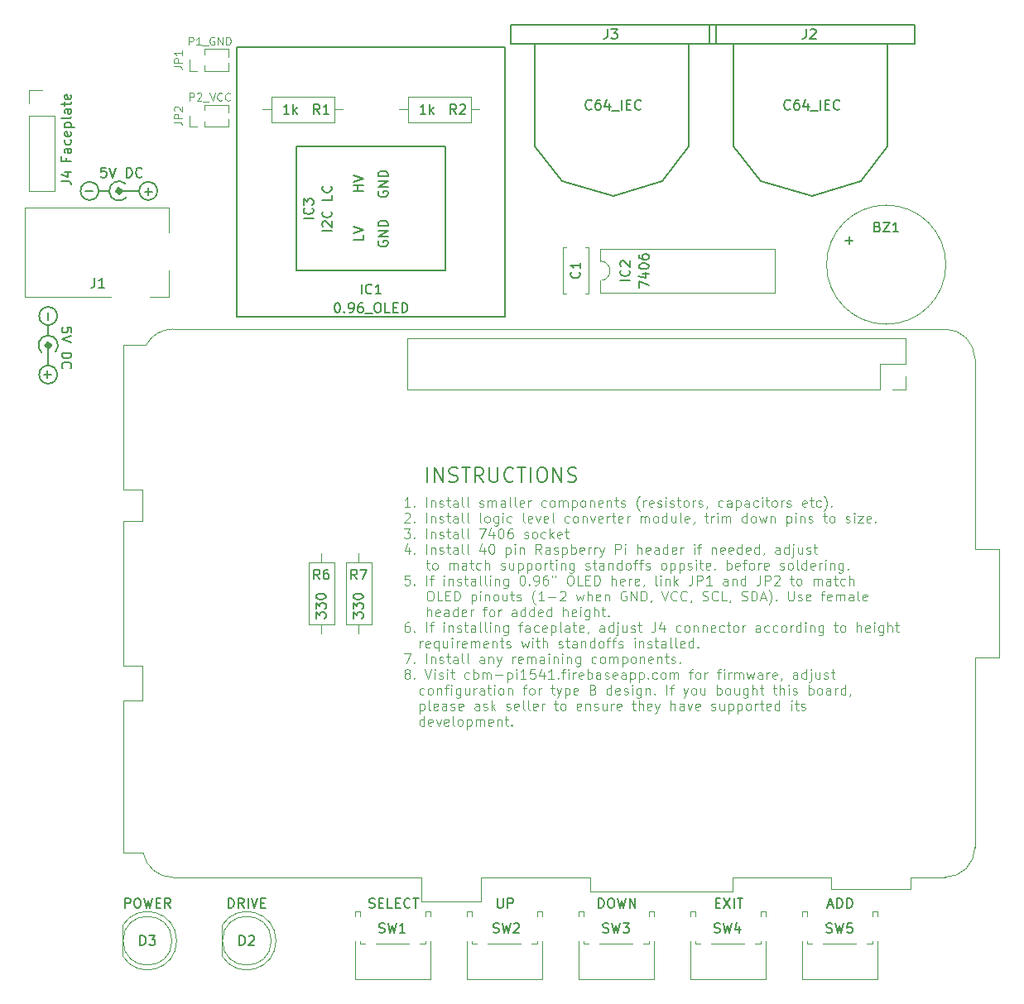
<source format=gto>
G04 #@! TF.GenerationSoftware,KiCad,Pcbnew,(5.1.5)-3*
G04 #@! TF.CreationDate,2020-10-01T21:29:28+02:00*
G04 #@! TF.ProjectId,C64 Pi1541-II Module,43363420-5069-4313-9534-312d4949204d,rev?*
G04 #@! TF.SameCoordinates,Original*
G04 #@! TF.FileFunction,Legend,Top*
G04 #@! TF.FilePolarity,Positive*
%FSLAX46Y46*%
G04 Gerber Fmt 4.6, Leading zero omitted, Abs format (unit mm)*
G04 Created by KiCad (PCBNEW (5.1.5)-3) date 2020-10-01 21:29:28*
%MOMM*%
%LPD*%
G04 APERTURE LIST*
%ADD10C,0.150000*%
%ADD11C,0.100000*%
%ADD12C,0.120000*%
%ADD13C,0.500000*%
G04 APERTURE END LIST*
D10*
X78765447Y-71826428D02*
X79527352Y-71826428D01*
X74934771Y-84251847D02*
X74934771Y-85013752D01*
X74858571Y-90249047D02*
X74858571Y-91010952D01*
X74477619Y-90630000D02*
X75239523Y-90630000D01*
X77312619Y-86310571D02*
X77312619Y-85834380D01*
X76836428Y-85786761D01*
X76884047Y-85834380D01*
X76931666Y-85929619D01*
X76931666Y-86167714D01*
X76884047Y-86262952D01*
X76836428Y-86310571D01*
X76741190Y-86358190D01*
X76503095Y-86358190D01*
X76407857Y-86310571D01*
X76360238Y-86262952D01*
X76312619Y-86167714D01*
X76312619Y-85929619D01*
X76360238Y-85834380D01*
X76407857Y-85786761D01*
X77312619Y-86643904D02*
X76312619Y-86977238D01*
X77312619Y-87310571D01*
X76312619Y-88405809D02*
X77312619Y-88405809D01*
X77312619Y-88643904D01*
X77265000Y-88786761D01*
X77169761Y-88882000D01*
X77074523Y-88929619D01*
X76884047Y-88977238D01*
X76741190Y-88977238D01*
X76550714Y-88929619D01*
X76455476Y-88882000D01*
X76360238Y-88786761D01*
X76312619Y-88643904D01*
X76312619Y-88405809D01*
X76407857Y-89977238D02*
X76360238Y-89929619D01*
X76312619Y-89786761D01*
X76312619Y-89691523D01*
X76360238Y-89548666D01*
X76455476Y-89453428D01*
X76550714Y-89405809D01*
X76741190Y-89358190D01*
X76884047Y-89358190D01*
X77074523Y-89405809D01*
X77169761Y-89453428D01*
X77265000Y-89548666D01*
X77312619Y-89691523D01*
X77312619Y-89786761D01*
X77265000Y-89929619D01*
X77217380Y-89977238D01*
X80849571Y-69447380D02*
X80373380Y-69447380D01*
X80325761Y-69923571D01*
X80373380Y-69875952D01*
X80468619Y-69828333D01*
X80706714Y-69828333D01*
X80801952Y-69875952D01*
X80849571Y-69923571D01*
X80897190Y-70018809D01*
X80897190Y-70256904D01*
X80849571Y-70352142D01*
X80801952Y-70399761D01*
X80706714Y-70447380D01*
X80468619Y-70447380D01*
X80373380Y-70399761D01*
X80325761Y-70352142D01*
X81182904Y-69447380D02*
X81516238Y-70447380D01*
X81849571Y-69447380D01*
X82944809Y-70447380D02*
X82944809Y-69447380D01*
X83182904Y-69447380D01*
X83325761Y-69495000D01*
X83421000Y-69590238D01*
X83468619Y-69685476D01*
X83516238Y-69875952D01*
X83516238Y-70018809D01*
X83468619Y-70209285D01*
X83421000Y-70304523D01*
X83325761Y-70399761D01*
X83182904Y-70447380D01*
X82944809Y-70447380D01*
X84516238Y-70352142D02*
X84468619Y-70399761D01*
X84325761Y-70447380D01*
X84230523Y-70447380D01*
X84087666Y-70399761D01*
X83992428Y-70304523D01*
X83944809Y-70209285D01*
X83897190Y-70018809D01*
X83897190Y-69875952D01*
X83944809Y-69685476D01*
X83992428Y-69590238D01*
X84087666Y-69495000D01*
X84230523Y-69447380D01*
X84325761Y-69447380D01*
X84468619Y-69495000D01*
X84516238Y-69542619D01*
X84788047Y-71901428D02*
X85549952Y-71901428D01*
X85169000Y-72282380D02*
X85169000Y-71520476D01*
D11*
X111951904Y-104187380D02*
X111380476Y-104187380D01*
X111666190Y-104187380D02*
X111666190Y-103187380D01*
X111570952Y-103330238D01*
X111475714Y-103425476D01*
X111380476Y-103473095D01*
X112380476Y-104092142D02*
X112428095Y-104139761D01*
X112380476Y-104187380D01*
X112332857Y-104139761D01*
X112380476Y-104092142D01*
X112380476Y-104187380D01*
X113618571Y-104187380D02*
X113618571Y-103187380D01*
X114094761Y-103520714D02*
X114094761Y-104187380D01*
X114094761Y-103615952D02*
X114142380Y-103568333D01*
X114237619Y-103520714D01*
X114380476Y-103520714D01*
X114475714Y-103568333D01*
X114523333Y-103663571D01*
X114523333Y-104187380D01*
X114951904Y-104139761D02*
X115047142Y-104187380D01*
X115237619Y-104187380D01*
X115332857Y-104139761D01*
X115380476Y-104044523D01*
X115380476Y-103996904D01*
X115332857Y-103901666D01*
X115237619Y-103854047D01*
X115094761Y-103854047D01*
X114999523Y-103806428D01*
X114951904Y-103711190D01*
X114951904Y-103663571D01*
X114999523Y-103568333D01*
X115094761Y-103520714D01*
X115237619Y-103520714D01*
X115332857Y-103568333D01*
X115666190Y-103520714D02*
X116047142Y-103520714D01*
X115809047Y-103187380D02*
X115809047Y-104044523D01*
X115856666Y-104139761D01*
X115951904Y-104187380D01*
X116047142Y-104187380D01*
X116809047Y-104187380D02*
X116809047Y-103663571D01*
X116761428Y-103568333D01*
X116666190Y-103520714D01*
X116475714Y-103520714D01*
X116380476Y-103568333D01*
X116809047Y-104139761D02*
X116713809Y-104187380D01*
X116475714Y-104187380D01*
X116380476Y-104139761D01*
X116332857Y-104044523D01*
X116332857Y-103949285D01*
X116380476Y-103854047D01*
X116475714Y-103806428D01*
X116713809Y-103806428D01*
X116809047Y-103758809D01*
X117428095Y-104187380D02*
X117332857Y-104139761D01*
X117285238Y-104044523D01*
X117285238Y-103187380D01*
X117951904Y-104187380D02*
X117856666Y-104139761D01*
X117809047Y-104044523D01*
X117809047Y-103187380D01*
X119047142Y-104139761D02*
X119142380Y-104187380D01*
X119332857Y-104187380D01*
X119428095Y-104139761D01*
X119475714Y-104044523D01*
X119475714Y-103996904D01*
X119428095Y-103901666D01*
X119332857Y-103854047D01*
X119190000Y-103854047D01*
X119094761Y-103806428D01*
X119047142Y-103711190D01*
X119047142Y-103663571D01*
X119094761Y-103568333D01*
X119190000Y-103520714D01*
X119332857Y-103520714D01*
X119428095Y-103568333D01*
X119904285Y-104187380D02*
X119904285Y-103520714D01*
X119904285Y-103615952D02*
X119951904Y-103568333D01*
X120047142Y-103520714D01*
X120190000Y-103520714D01*
X120285238Y-103568333D01*
X120332857Y-103663571D01*
X120332857Y-104187380D01*
X120332857Y-103663571D02*
X120380476Y-103568333D01*
X120475714Y-103520714D01*
X120618571Y-103520714D01*
X120713809Y-103568333D01*
X120761428Y-103663571D01*
X120761428Y-104187380D01*
X121666190Y-104187380D02*
X121666190Y-103663571D01*
X121618571Y-103568333D01*
X121523333Y-103520714D01*
X121332857Y-103520714D01*
X121237619Y-103568333D01*
X121666190Y-104139761D02*
X121570952Y-104187380D01*
X121332857Y-104187380D01*
X121237619Y-104139761D01*
X121190000Y-104044523D01*
X121190000Y-103949285D01*
X121237619Y-103854047D01*
X121332857Y-103806428D01*
X121570952Y-103806428D01*
X121666190Y-103758809D01*
X122285238Y-104187380D02*
X122190000Y-104139761D01*
X122142380Y-104044523D01*
X122142380Y-103187380D01*
X122809047Y-104187380D02*
X122713809Y-104139761D01*
X122666190Y-104044523D01*
X122666190Y-103187380D01*
X123570952Y-104139761D02*
X123475714Y-104187380D01*
X123285238Y-104187380D01*
X123190000Y-104139761D01*
X123142380Y-104044523D01*
X123142380Y-103663571D01*
X123190000Y-103568333D01*
X123285238Y-103520714D01*
X123475714Y-103520714D01*
X123570952Y-103568333D01*
X123618571Y-103663571D01*
X123618571Y-103758809D01*
X123142380Y-103854047D01*
X124047142Y-104187380D02*
X124047142Y-103520714D01*
X124047142Y-103711190D02*
X124094761Y-103615952D01*
X124142380Y-103568333D01*
X124237619Y-103520714D01*
X124332857Y-103520714D01*
X125856666Y-104139761D02*
X125761428Y-104187380D01*
X125570952Y-104187380D01*
X125475714Y-104139761D01*
X125428095Y-104092142D01*
X125380476Y-103996904D01*
X125380476Y-103711190D01*
X125428095Y-103615952D01*
X125475714Y-103568333D01*
X125570952Y-103520714D01*
X125761428Y-103520714D01*
X125856666Y-103568333D01*
X126428095Y-104187380D02*
X126332857Y-104139761D01*
X126285238Y-104092142D01*
X126237619Y-103996904D01*
X126237619Y-103711190D01*
X126285238Y-103615952D01*
X126332857Y-103568333D01*
X126428095Y-103520714D01*
X126570952Y-103520714D01*
X126666190Y-103568333D01*
X126713809Y-103615952D01*
X126761428Y-103711190D01*
X126761428Y-103996904D01*
X126713809Y-104092142D01*
X126666190Y-104139761D01*
X126570952Y-104187380D01*
X126428095Y-104187380D01*
X127190000Y-104187380D02*
X127190000Y-103520714D01*
X127190000Y-103615952D02*
X127237619Y-103568333D01*
X127332857Y-103520714D01*
X127475714Y-103520714D01*
X127570952Y-103568333D01*
X127618571Y-103663571D01*
X127618571Y-104187380D01*
X127618571Y-103663571D02*
X127666190Y-103568333D01*
X127761428Y-103520714D01*
X127904285Y-103520714D01*
X127999523Y-103568333D01*
X128047142Y-103663571D01*
X128047142Y-104187380D01*
X128523333Y-103520714D02*
X128523333Y-104520714D01*
X128523333Y-103568333D02*
X128618571Y-103520714D01*
X128809047Y-103520714D01*
X128904285Y-103568333D01*
X128951904Y-103615952D01*
X128999523Y-103711190D01*
X128999523Y-103996904D01*
X128951904Y-104092142D01*
X128904285Y-104139761D01*
X128809047Y-104187380D01*
X128618571Y-104187380D01*
X128523333Y-104139761D01*
X129570952Y-104187380D02*
X129475714Y-104139761D01*
X129428095Y-104092142D01*
X129380476Y-103996904D01*
X129380476Y-103711190D01*
X129428095Y-103615952D01*
X129475714Y-103568333D01*
X129570952Y-103520714D01*
X129713809Y-103520714D01*
X129809047Y-103568333D01*
X129856666Y-103615952D01*
X129904285Y-103711190D01*
X129904285Y-103996904D01*
X129856666Y-104092142D01*
X129809047Y-104139761D01*
X129713809Y-104187380D01*
X129570952Y-104187380D01*
X130332857Y-103520714D02*
X130332857Y-104187380D01*
X130332857Y-103615952D02*
X130380476Y-103568333D01*
X130475714Y-103520714D01*
X130618571Y-103520714D01*
X130713809Y-103568333D01*
X130761428Y-103663571D01*
X130761428Y-104187380D01*
X131618571Y-104139761D02*
X131523333Y-104187380D01*
X131332857Y-104187380D01*
X131237619Y-104139761D01*
X131190000Y-104044523D01*
X131190000Y-103663571D01*
X131237619Y-103568333D01*
X131332857Y-103520714D01*
X131523333Y-103520714D01*
X131618571Y-103568333D01*
X131666190Y-103663571D01*
X131666190Y-103758809D01*
X131190000Y-103854047D01*
X132094761Y-103520714D02*
X132094761Y-104187380D01*
X132094761Y-103615952D02*
X132142380Y-103568333D01*
X132237619Y-103520714D01*
X132380476Y-103520714D01*
X132475714Y-103568333D01*
X132523333Y-103663571D01*
X132523333Y-104187380D01*
X132856666Y-103520714D02*
X133237619Y-103520714D01*
X132999523Y-103187380D02*
X132999523Y-104044523D01*
X133047142Y-104139761D01*
X133142380Y-104187380D01*
X133237619Y-104187380D01*
X133523333Y-104139761D02*
X133618571Y-104187380D01*
X133809047Y-104187380D01*
X133904285Y-104139761D01*
X133951904Y-104044523D01*
X133951904Y-103996904D01*
X133904285Y-103901666D01*
X133809047Y-103854047D01*
X133666190Y-103854047D01*
X133570952Y-103806428D01*
X133523333Y-103711190D01*
X133523333Y-103663571D01*
X133570952Y-103568333D01*
X133666190Y-103520714D01*
X133809047Y-103520714D01*
X133904285Y-103568333D01*
X135428095Y-104568333D02*
X135380476Y-104520714D01*
X135285238Y-104377857D01*
X135237619Y-104282619D01*
X135190000Y-104139761D01*
X135142380Y-103901666D01*
X135142380Y-103711190D01*
X135190000Y-103473095D01*
X135237619Y-103330238D01*
X135285238Y-103235000D01*
X135380476Y-103092142D01*
X135428095Y-103044523D01*
X135809047Y-104187380D02*
X135809047Y-103520714D01*
X135809047Y-103711190D02*
X135856666Y-103615952D01*
X135904285Y-103568333D01*
X135999523Y-103520714D01*
X136094761Y-103520714D01*
X136809047Y-104139761D02*
X136713809Y-104187380D01*
X136523333Y-104187380D01*
X136428095Y-104139761D01*
X136380476Y-104044523D01*
X136380476Y-103663571D01*
X136428095Y-103568333D01*
X136523333Y-103520714D01*
X136713809Y-103520714D01*
X136809047Y-103568333D01*
X136856666Y-103663571D01*
X136856666Y-103758809D01*
X136380476Y-103854047D01*
X137237619Y-104139761D02*
X137332857Y-104187380D01*
X137523333Y-104187380D01*
X137618571Y-104139761D01*
X137666190Y-104044523D01*
X137666190Y-103996904D01*
X137618571Y-103901666D01*
X137523333Y-103854047D01*
X137380476Y-103854047D01*
X137285238Y-103806428D01*
X137237619Y-103711190D01*
X137237619Y-103663571D01*
X137285238Y-103568333D01*
X137380476Y-103520714D01*
X137523333Y-103520714D01*
X137618571Y-103568333D01*
X138094761Y-104187380D02*
X138094761Y-103520714D01*
X138094761Y-103187380D02*
X138047142Y-103235000D01*
X138094761Y-103282619D01*
X138142380Y-103235000D01*
X138094761Y-103187380D01*
X138094761Y-103282619D01*
X138523333Y-104139761D02*
X138618571Y-104187380D01*
X138809047Y-104187380D01*
X138904285Y-104139761D01*
X138951904Y-104044523D01*
X138951904Y-103996904D01*
X138904285Y-103901666D01*
X138809047Y-103854047D01*
X138666190Y-103854047D01*
X138570952Y-103806428D01*
X138523333Y-103711190D01*
X138523333Y-103663571D01*
X138570952Y-103568333D01*
X138666190Y-103520714D01*
X138809047Y-103520714D01*
X138904285Y-103568333D01*
X139237619Y-103520714D02*
X139618571Y-103520714D01*
X139380476Y-103187380D02*
X139380476Y-104044523D01*
X139428095Y-104139761D01*
X139523333Y-104187380D01*
X139618571Y-104187380D01*
X140094761Y-104187380D02*
X139999523Y-104139761D01*
X139951904Y-104092142D01*
X139904285Y-103996904D01*
X139904285Y-103711190D01*
X139951904Y-103615952D01*
X139999523Y-103568333D01*
X140094761Y-103520714D01*
X140237619Y-103520714D01*
X140332857Y-103568333D01*
X140380476Y-103615952D01*
X140428095Y-103711190D01*
X140428095Y-103996904D01*
X140380476Y-104092142D01*
X140332857Y-104139761D01*
X140237619Y-104187380D01*
X140094761Y-104187380D01*
X140856666Y-104187380D02*
X140856666Y-103520714D01*
X140856666Y-103711190D02*
X140904285Y-103615952D01*
X140951904Y-103568333D01*
X141047142Y-103520714D01*
X141142380Y-103520714D01*
X141428095Y-104139761D02*
X141523333Y-104187380D01*
X141713809Y-104187380D01*
X141809047Y-104139761D01*
X141856666Y-104044523D01*
X141856666Y-103996904D01*
X141809047Y-103901666D01*
X141713809Y-103854047D01*
X141570952Y-103854047D01*
X141475714Y-103806428D01*
X141428095Y-103711190D01*
X141428095Y-103663571D01*
X141475714Y-103568333D01*
X141570952Y-103520714D01*
X141713809Y-103520714D01*
X141809047Y-103568333D01*
X142332857Y-104139761D02*
X142332857Y-104187380D01*
X142285238Y-104282619D01*
X142237619Y-104330238D01*
X143951904Y-104139761D02*
X143856666Y-104187380D01*
X143666190Y-104187380D01*
X143570952Y-104139761D01*
X143523333Y-104092142D01*
X143475714Y-103996904D01*
X143475714Y-103711190D01*
X143523333Y-103615952D01*
X143570952Y-103568333D01*
X143666190Y-103520714D01*
X143856666Y-103520714D01*
X143951904Y-103568333D01*
X144809047Y-104187380D02*
X144809047Y-103663571D01*
X144761428Y-103568333D01*
X144666190Y-103520714D01*
X144475714Y-103520714D01*
X144380476Y-103568333D01*
X144809047Y-104139761D02*
X144713809Y-104187380D01*
X144475714Y-104187380D01*
X144380476Y-104139761D01*
X144332857Y-104044523D01*
X144332857Y-103949285D01*
X144380476Y-103854047D01*
X144475714Y-103806428D01*
X144713809Y-103806428D01*
X144809047Y-103758809D01*
X145285238Y-103520714D02*
X145285238Y-104520714D01*
X145285238Y-103568333D02*
X145380476Y-103520714D01*
X145570952Y-103520714D01*
X145666190Y-103568333D01*
X145713809Y-103615952D01*
X145761428Y-103711190D01*
X145761428Y-103996904D01*
X145713809Y-104092142D01*
X145666190Y-104139761D01*
X145570952Y-104187380D01*
X145380476Y-104187380D01*
X145285238Y-104139761D01*
X146618571Y-104187380D02*
X146618571Y-103663571D01*
X146570952Y-103568333D01*
X146475714Y-103520714D01*
X146285238Y-103520714D01*
X146190000Y-103568333D01*
X146618571Y-104139761D02*
X146523333Y-104187380D01*
X146285238Y-104187380D01*
X146190000Y-104139761D01*
X146142380Y-104044523D01*
X146142380Y-103949285D01*
X146190000Y-103854047D01*
X146285238Y-103806428D01*
X146523333Y-103806428D01*
X146618571Y-103758809D01*
X147523333Y-104139761D02*
X147428095Y-104187380D01*
X147237619Y-104187380D01*
X147142380Y-104139761D01*
X147094761Y-104092142D01*
X147047142Y-103996904D01*
X147047142Y-103711190D01*
X147094761Y-103615952D01*
X147142380Y-103568333D01*
X147237619Y-103520714D01*
X147428095Y-103520714D01*
X147523333Y-103568333D01*
X147951904Y-104187380D02*
X147951904Y-103520714D01*
X147951904Y-103187380D02*
X147904285Y-103235000D01*
X147951904Y-103282619D01*
X147999523Y-103235000D01*
X147951904Y-103187380D01*
X147951904Y-103282619D01*
X148285238Y-103520714D02*
X148666190Y-103520714D01*
X148428095Y-103187380D02*
X148428095Y-104044523D01*
X148475714Y-104139761D01*
X148570952Y-104187380D01*
X148666190Y-104187380D01*
X149142380Y-104187380D02*
X149047142Y-104139761D01*
X148999523Y-104092142D01*
X148951904Y-103996904D01*
X148951904Y-103711190D01*
X148999523Y-103615952D01*
X149047142Y-103568333D01*
X149142380Y-103520714D01*
X149285238Y-103520714D01*
X149380476Y-103568333D01*
X149428095Y-103615952D01*
X149475714Y-103711190D01*
X149475714Y-103996904D01*
X149428095Y-104092142D01*
X149380476Y-104139761D01*
X149285238Y-104187380D01*
X149142380Y-104187380D01*
X149904285Y-104187380D02*
X149904285Y-103520714D01*
X149904285Y-103711190D02*
X149951904Y-103615952D01*
X149999523Y-103568333D01*
X150094761Y-103520714D01*
X150190000Y-103520714D01*
X150475714Y-104139761D02*
X150570952Y-104187380D01*
X150761428Y-104187380D01*
X150856666Y-104139761D01*
X150904285Y-104044523D01*
X150904285Y-103996904D01*
X150856666Y-103901666D01*
X150761428Y-103854047D01*
X150618571Y-103854047D01*
X150523333Y-103806428D01*
X150475714Y-103711190D01*
X150475714Y-103663571D01*
X150523333Y-103568333D01*
X150618571Y-103520714D01*
X150761428Y-103520714D01*
X150856666Y-103568333D01*
X152475714Y-104139761D02*
X152380476Y-104187380D01*
X152190000Y-104187380D01*
X152094761Y-104139761D01*
X152047142Y-104044523D01*
X152047142Y-103663571D01*
X152094761Y-103568333D01*
X152190000Y-103520714D01*
X152380476Y-103520714D01*
X152475714Y-103568333D01*
X152523333Y-103663571D01*
X152523333Y-103758809D01*
X152047142Y-103854047D01*
X152809047Y-103520714D02*
X153190000Y-103520714D01*
X152951904Y-103187380D02*
X152951904Y-104044523D01*
X152999523Y-104139761D01*
X153094761Y-104187380D01*
X153190000Y-104187380D01*
X153951904Y-104139761D02*
X153856666Y-104187380D01*
X153666190Y-104187380D01*
X153570952Y-104139761D01*
X153523333Y-104092142D01*
X153475714Y-103996904D01*
X153475714Y-103711190D01*
X153523333Y-103615952D01*
X153570952Y-103568333D01*
X153666190Y-103520714D01*
X153856666Y-103520714D01*
X153951904Y-103568333D01*
X154285238Y-104568333D02*
X154332857Y-104520714D01*
X154428095Y-104377857D01*
X154475714Y-104282619D01*
X154523333Y-104139761D01*
X154570952Y-103901666D01*
X154570952Y-103711190D01*
X154523333Y-103473095D01*
X154475714Y-103330238D01*
X154428095Y-103235000D01*
X154332857Y-103092142D01*
X154285238Y-103044523D01*
X155047142Y-104092142D02*
X155094761Y-104139761D01*
X155047142Y-104187380D01*
X154999523Y-104139761D01*
X155047142Y-104092142D01*
X155047142Y-104187380D01*
X111380476Y-104882619D02*
X111428095Y-104835000D01*
X111523333Y-104787380D01*
X111761428Y-104787380D01*
X111856666Y-104835000D01*
X111904285Y-104882619D01*
X111951904Y-104977857D01*
X111951904Y-105073095D01*
X111904285Y-105215952D01*
X111332857Y-105787380D01*
X111951904Y-105787380D01*
X112380476Y-105692142D02*
X112428095Y-105739761D01*
X112380476Y-105787380D01*
X112332857Y-105739761D01*
X112380476Y-105692142D01*
X112380476Y-105787380D01*
X113618571Y-105787380D02*
X113618571Y-104787380D01*
X114094761Y-105120714D02*
X114094761Y-105787380D01*
X114094761Y-105215952D02*
X114142380Y-105168333D01*
X114237619Y-105120714D01*
X114380476Y-105120714D01*
X114475714Y-105168333D01*
X114523333Y-105263571D01*
X114523333Y-105787380D01*
X114951904Y-105739761D02*
X115047142Y-105787380D01*
X115237619Y-105787380D01*
X115332857Y-105739761D01*
X115380476Y-105644523D01*
X115380476Y-105596904D01*
X115332857Y-105501666D01*
X115237619Y-105454047D01*
X115094761Y-105454047D01*
X114999523Y-105406428D01*
X114951904Y-105311190D01*
X114951904Y-105263571D01*
X114999523Y-105168333D01*
X115094761Y-105120714D01*
X115237619Y-105120714D01*
X115332857Y-105168333D01*
X115666190Y-105120714D02*
X116047142Y-105120714D01*
X115809047Y-104787380D02*
X115809047Y-105644523D01*
X115856666Y-105739761D01*
X115951904Y-105787380D01*
X116047142Y-105787380D01*
X116809047Y-105787380D02*
X116809047Y-105263571D01*
X116761428Y-105168333D01*
X116666190Y-105120714D01*
X116475714Y-105120714D01*
X116380476Y-105168333D01*
X116809047Y-105739761D02*
X116713809Y-105787380D01*
X116475714Y-105787380D01*
X116380476Y-105739761D01*
X116332857Y-105644523D01*
X116332857Y-105549285D01*
X116380476Y-105454047D01*
X116475714Y-105406428D01*
X116713809Y-105406428D01*
X116809047Y-105358809D01*
X117428095Y-105787380D02*
X117332857Y-105739761D01*
X117285238Y-105644523D01*
X117285238Y-104787380D01*
X117951904Y-105787380D02*
X117856666Y-105739761D01*
X117809047Y-105644523D01*
X117809047Y-104787380D01*
X119237619Y-105787380D02*
X119142380Y-105739761D01*
X119094761Y-105644523D01*
X119094761Y-104787380D01*
X119761428Y-105787380D02*
X119666190Y-105739761D01*
X119618571Y-105692142D01*
X119570952Y-105596904D01*
X119570952Y-105311190D01*
X119618571Y-105215952D01*
X119666190Y-105168333D01*
X119761428Y-105120714D01*
X119904285Y-105120714D01*
X119999523Y-105168333D01*
X120047142Y-105215952D01*
X120094761Y-105311190D01*
X120094761Y-105596904D01*
X120047142Y-105692142D01*
X119999523Y-105739761D01*
X119904285Y-105787380D01*
X119761428Y-105787380D01*
X120951904Y-105120714D02*
X120951904Y-105930238D01*
X120904285Y-106025476D01*
X120856666Y-106073095D01*
X120761428Y-106120714D01*
X120618571Y-106120714D01*
X120523333Y-106073095D01*
X120951904Y-105739761D02*
X120856666Y-105787380D01*
X120666190Y-105787380D01*
X120570952Y-105739761D01*
X120523333Y-105692142D01*
X120475714Y-105596904D01*
X120475714Y-105311190D01*
X120523333Y-105215952D01*
X120570952Y-105168333D01*
X120666190Y-105120714D01*
X120856666Y-105120714D01*
X120951904Y-105168333D01*
X121428095Y-105787380D02*
X121428095Y-105120714D01*
X121428095Y-104787380D02*
X121380476Y-104835000D01*
X121428095Y-104882619D01*
X121475714Y-104835000D01*
X121428095Y-104787380D01*
X121428095Y-104882619D01*
X122332857Y-105739761D02*
X122237619Y-105787380D01*
X122047142Y-105787380D01*
X121951904Y-105739761D01*
X121904285Y-105692142D01*
X121856666Y-105596904D01*
X121856666Y-105311190D01*
X121904285Y-105215952D01*
X121951904Y-105168333D01*
X122047142Y-105120714D01*
X122237619Y-105120714D01*
X122332857Y-105168333D01*
X123666190Y-105787380D02*
X123570952Y-105739761D01*
X123523333Y-105644523D01*
X123523333Y-104787380D01*
X124428095Y-105739761D02*
X124332857Y-105787380D01*
X124142380Y-105787380D01*
X124047142Y-105739761D01*
X123999523Y-105644523D01*
X123999523Y-105263571D01*
X124047142Y-105168333D01*
X124142380Y-105120714D01*
X124332857Y-105120714D01*
X124428095Y-105168333D01*
X124475714Y-105263571D01*
X124475714Y-105358809D01*
X123999523Y-105454047D01*
X124809047Y-105120714D02*
X125047142Y-105787380D01*
X125285238Y-105120714D01*
X126047142Y-105739761D02*
X125951904Y-105787380D01*
X125761428Y-105787380D01*
X125666190Y-105739761D01*
X125618571Y-105644523D01*
X125618571Y-105263571D01*
X125666190Y-105168333D01*
X125761428Y-105120714D01*
X125951904Y-105120714D01*
X126047142Y-105168333D01*
X126094761Y-105263571D01*
X126094761Y-105358809D01*
X125618571Y-105454047D01*
X126666190Y-105787380D02*
X126570952Y-105739761D01*
X126523333Y-105644523D01*
X126523333Y-104787380D01*
X128237619Y-105739761D02*
X128142380Y-105787380D01*
X127951904Y-105787380D01*
X127856666Y-105739761D01*
X127809047Y-105692142D01*
X127761428Y-105596904D01*
X127761428Y-105311190D01*
X127809047Y-105215952D01*
X127856666Y-105168333D01*
X127951904Y-105120714D01*
X128142380Y-105120714D01*
X128237619Y-105168333D01*
X128809047Y-105787380D02*
X128713809Y-105739761D01*
X128666190Y-105692142D01*
X128618571Y-105596904D01*
X128618571Y-105311190D01*
X128666190Y-105215952D01*
X128713809Y-105168333D01*
X128809047Y-105120714D01*
X128951904Y-105120714D01*
X129047142Y-105168333D01*
X129094761Y-105215952D01*
X129142380Y-105311190D01*
X129142380Y-105596904D01*
X129094761Y-105692142D01*
X129047142Y-105739761D01*
X128951904Y-105787380D01*
X128809047Y-105787380D01*
X129570952Y-105120714D02*
X129570952Y-105787380D01*
X129570952Y-105215952D02*
X129618571Y-105168333D01*
X129713809Y-105120714D01*
X129856666Y-105120714D01*
X129951904Y-105168333D01*
X129999523Y-105263571D01*
X129999523Y-105787380D01*
X130380476Y-105120714D02*
X130618571Y-105787380D01*
X130856666Y-105120714D01*
X131618571Y-105739761D02*
X131523333Y-105787380D01*
X131332857Y-105787380D01*
X131237619Y-105739761D01*
X131189999Y-105644523D01*
X131189999Y-105263571D01*
X131237619Y-105168333D01*
X131332857Y-105120714D01*
X131523333Y-105120714D01*
X131618571Y-105168333D01*
X131666190Y-105263571D01*
X131666190Y-105358809D01*
X131189999Y-105454047D01*
X132094761Y-105787380D02*
X132094761Y-105120714D01*
X132094761Y-105311190D02*
X132142380Y-105215952D01*
X132189999Y-105168333D01*
X132285238Y-105120714D01*
X132380476Y-105120714D01*
X132570952Y-105120714D02*
X132951904Y-105120714D01*
X132713809Y-104787380D02*
X132713809Y-105644523D01*
X132761428Y-105739761D01*
X132856666Y-105787380D01*
X132951904Y-105787380D01*
X133666190Y-105739761D02*
X133570952Y-105787380D01*
X133380476Y-105787380D01*
X133285238Y-105739761D01*
X133237619Y-105644523D01*
X133237619Y-105263571D01*
X133285238Y-105168333D01*
X133380476Y-105120714D01*
X133570952Y-105120714D01*
X133666190Y-105168333D01*
X133713809Y-105263571D01*
X133713809Y-105358809D01*
X133237619Y-105454047D01*
X134142380Y-105787380D02*
X134142380Y-105120714D01*
X134142380Y-105311190D02*
X134190000Y-105215952D01*
X134237619Y-105168333D01*
X134332857Y-105120714D01*
X134428095Y-105120714D01*
X135523333Y-105787380D02*
X135523333Y-105120714D01*
X135523333Y-105215952D02*
X135570952Y-105168333D01*
X135666190Y-105120714D01*
X135809047Y-105120714D01*
X135904285Y-105168333D01*
X135951904Y-105263571D01*
X135951904Y-105787380D01*
X135951904Y-105263571D02*
X135999523Y-105168333D01*
X136094761Y-105120714D01*
X136237619Y-105120714D01*
X136332857Y-105168333D01*
X136380476Y-105263571D01*
X136380476Y-105787380D01*
X136999523Y-105787380D02*
X136904285Y-105739761D01*
X136856666Y-105692142D01*
X136809047Y-105596904D01*
X136809047Y-105311190D01*
X136856666Y-105215952D01*
X136904285Y-105168333D01*
X136999523Y-105120714D01*
X137142380Y-105120714D01*
X137237619Y-105168333D01*
X137285238Y-105215952D01*
X137332857Y-105311190D01*
X137332857Y-105596904D01*
X137285238Y-105692142D01*
X137237619Y-105739761D01*
X137142380Y-105787380D01*
X136999523Y-105787380D01*
X138190000Y-105787380D02*
X138190000Y-104787380D01*
X138190000Y-105739761D02*
X138094761Y-105787380D01*
X137904285Y-105787380D01*
X137809047Y-105739761D01*
X137761428Y-105692142D01*
X137713809Y-105596904D01*
X137713809Y-105311190D01*
X137761428Y-105215952D01*
X137809047Y-105168333D01*
X137904285Y-105120714D01*
X138094761Y-105120714D01*
X138190000Y-105168333D01*
X139094761Y-105120714D02*
X139094761Y-105787380D01*
X138666190Y-105120714D02*
X138666190Y-105644523D01*
X138713809Y-105739761D01*
X138809047Y-105787380D01*
X138951904Y-105787380D01*
X139047142Y-105739761D01*
X139094761Y-105692142D01*
X139713809Y-105787380D02*
X139618571Y-105739761D01*
X139570952Y-105644523D01*
X139570952Y-104787380D01*
X140475714Y-105739761D02*
X140380476Y-105787380D01*
X140189999Y-105787380D01*
X140094761Y-105739761D01*
X140047142Y-105644523D01*
X140047142Y-105263571D01*
X140094761Y-105168333D01*
X140189999Y-105120714D01*
X140380476Y-105120714D01*
X140475714Y-105168333D01*
X140523333Y-105263571D01*
X140523333Y-105358809D01*
X140047142Y-105454047D01*
X140999523Y-105739761D02*
X140999523Y-105787380D01*
X140951904Y-105882619D01*
X140904285Y-105930238D01*
X142047142Y-105120714D02*
X142428095Y-105120714D01*
X142190000Y-104787380D02*
X142190000Y-105644523D01*
X142237619Y-105739761D01*
X142332857Y-105787380D01*
X142428095Y-105787380D01*
X142761428Y-105787380D02*
X142761428Y-105120714D01*
X142761428Y-105311190D02*
X142809047Y-105215952D01*
X142856666Y-105168333D01*
X142951904Y-105120714D01*
X143047142Y-105120714D01*
X143380476Y-105787380D02*
X143380476Y-105120714D01*
X143380476Y-104787380D02*
X143332857Y-104835000D01*
X143380476Y-104882619D01*
X143428095Y-104835000D01*
X143380476Y-104787380D01*
X143380476Y-104882619D01*
X143856666Y-105787380D02*
X143856666Y-105120714D01*
X143856666Y-105215952D02*
X143904285Y-105168333D01*
X143999523Y-105120714D01*
X144142380Y-105120714D01*
X144237619Y-105168333D01*
X144285238Y-105263571D01*
X144285238Y-105787380D01*
X144285238Y-105263571D02*
X144332857Y-105168333D01*
X144428095Y-105120714D01*
X144570952Y-105120714D01*
X144666190Y-105168333D01*
X144713809Y-105263571D01*
X144713809Y-105787380D01*
X146380476Y-105787380D02*
X146380476Y-104787380D01*
X146380476Y-105739761D02*
X146285238Y-105787380D01*
X146094761Y-105787380D01*
X145999523Y-105739761D01*
X145951904Y-105692142D01*
X145904285Y-105596904D01*
X145904285Y-105311190D01*
X145951904Y-105215952D01*
X145999523Y-105168333D01*
X146094761Y-105120714D01*
X146285238Y-105120714D01*
X146380476Y-105168333D01*
X146999523Y-105787380D02*
X146904285Y-105739761D01*
X146856666Y-105692142D01*
X146809047Y-105596904D01*
X146809047Y-105311190D01*
X146856666Y-105215952D01*
X146904285Y-105168333D01*
X146999523Y-105120714D01*
X147142380Y-105120714D01*
X147237619Y-105168333D01*
X147285238Y-105215952D01*
X147332857Y-105311190D01*
X147332857Y-105596904D01*
X147285238Y-105692142D01*
X147237619Y-105739761D01*
X147142380Y-105787380D01*
X146999523Y-105787380D01*
X147666190Y-105120714D02*
X147856666Y-105787380D01*
X148047142Y-105311190D01*
X148237619Y-105787380D01*
X148428095Y-105120714D01*
X148809047Y-105120714D02*
X148809047Y-105787380D01*
X148809047Y-105215952D02*
X148856666Y-105168333D01*
X148951904Y-105120714D01*
X149094761Y-105120714D01*
X149189999Y-105168333D01*
X149237619Y-105263571D01*
X149237619Y-105787380D01*
X150475714Y-105120714D02*
X150475714Y-106120714D01*
X150475714Y-105168333D02*
X150570952Y-105120714D01*
X150761428Y-105120714D01*
X150856666Y-105168333D01*
X150904285Y-105215952D01*
X150951904Y-105311190D01*
X150951904Y-105596904D01*
X150904285Y-105692142D01*
X150856666Y-105739761D01*
X150761428Y-105787380D01*
X150570952Y-105787380D01*
X150475714Y-105739761D01*
X151380476Y-105787380D02*
X151380476Y-105120714D01*
X151380476Y-104787380D02*
X151332857Y-104835000D01*
X151380476Y-104882619D01*
X151428095Y-104835000D01*
X151380476Y-104787380D01*
X151380476Y-104882619D01*
X151856666Y-105120714D02*
X151856666Y-105787380D01*
X151856666Y-105215952D02*
X151904285Y-105168333D01*
X151999523Y-105120714D01*
X152142380Y-105120714D01*
X152237619Y-105168333D01*
X152285238Y-105263571D01*
X152285238Y-105787380D01*
X152713809Y-105739761D02*
X152809047Y-105787380D01*
X152999523Y-105787380D01*
X153094761Y-105739761D01*
X153142380Y-105644523D01*
X153142380Y-105596904D01*
X153094761Y-105501666D01*
X152999523Y-105454047D01*
X152856666Y-105454047D01*
X152761428Y-105406428D01*
X152713809Y-105311190D01*
X152713809Y-105263571D01*
X152761428Y-105168333D01*
X152856666Y-105120714D01*
X152999523Y-105120714D01*
X153094761Y-105168333D01*
X154189999Y-105120714D02*
X154570952Y-105120714D01*
X154332857Y-104787380D02*
X154332857Y-105644523D01*
X154380476Y-105739761D01*
X154475714Y-105787380D01*
X154570952Y-105787380D01*
X155047142Y-105787380D02*
X154951904Y-105739761D01*
X154904285Y-105692142D01*
X154856666Y-105596904D01*
X154856666Y-105311190D01*
X154904285Y-105215952D01*
X154951904Y-105168333D01*
X155047142Y-105120714D01*
X155189999Y-105120714D01*
X155285238Y-105168333D01*
X155332857Y-105215952D01*
X155380476Y-105311190D01*
X155380476Y-105596904D01*
X155332857Y-105692142D01*
X155285238Y-105739761D01*
X155189999Y-105787380D01*
X155047142Y-105787380D01*
X156523333Y-105739761D02*
X156618571Y-105787380D01*
X156809047Y-105787380D01*
X156904285Y-105739761D01*
X156951904Y-105644523D01*
X156951904Y-105596904D01*
X156904285Y-105501666D01*
X156809047Y-105454047D01*
X156666190Y-105454047D01*
X156570952Y-105406428D01*
X156523333Y-105311190D01*
X156523333Y-105263571D01*
X156570952Y-105168333D01*
X156666190Y-105120714D01*
X156809047Y-105120714D01*
X156904285Y-105168333D01*
X157380476Y-105787380D02*
X157380476Y-105120714D01*
X157380476Y-104787380D02*
X157332857Y-104835000D01*
X157380476Y-104882619D01*
X157428095Y-104835000D01*
X157380476Y-104787380D01*
X157380476Y-104882619D01*
X157761428Y-105120714D02*
X158285238Y-105120714D01*
X157761428Y-105787380D01*
X158285238Y-105787380D01*
X159047142Y-105739761D02*
X158951904Y-105787380D01*
X158761428Y-105787380D01*
X158666190Y-105739761D01*
X158618571Y-105644523D01*
X158618571Y-105263571D01*
X158666190Y-105168333D01*
X158761428Y-105120714D01*
X158951904Y-105120714D01*
X159047142Y-105168333D01*
X159094761Y-105263571D01*
X159094761Y-105358809D01*
X158618571Y-105454047D01*
X159523333Y-105692142D02*
X159570952Y-105739761D01*
X159523333Y-105787380D01*
X159475714Y-105739761D01*
X159523333Y-105692142D01*
X159523333Y-105787380D01*
X111332857Y-106387380D02*
X111951904Y-106387380D01*
X111618571Y-106768333D01*
X111761428Y-106768333D01*
X111856666Y-106815952D01*
X111904285Y-106863571D01*
X111951904Y-106958809D01*
X111951904Y-107196904D01*
X111904285Y-107292142D01*
X111856666Y-107339761D01*
X111761428Y-107387380D01*
X111475714Y-107387380D01*
X111380476Y-107339761D01*
X111332857Y-107292142D01*
X112380476Y-107292142D02*
X112428095Y-107339761D01*
X112380476Y-107387380D01*
X112332857Y-107339761D01*
X112380476Y-107292142D01*
X112380476Y-107387380D01*
X113618571Y-107387380D02*
X113618571Y-106387380D01*
X114094761Y-106720714D02*
X114094761Y-107387380D01*
X114094761Y-106815952D02*
X114142380Y-106768333D01*
X114237619Y-106720714D01*
X114380476Y-106720714D01*
X114475714Y-106768333D01*
X114523333Y-106863571D01*
X114523333Y-107387380D01*
X114951904Y-107339761D02*
X115047142Y-107387380D01*
X115237619Y-107387380D01*
X115332857Y-107339761D01*
X115380476Y-107244523D01*
X115380476Y-107196904D01*
X115332857Y-107101666D01*
X115237619Y-107054047D01*
X115094761Y-107054047D01*
X114999523Y-107006428D01*
X114951904Y-106911190D01*
X114951904Y-106863571D01*
X114999523Y-106768333D01*
X115094761Y-106720714D01*
X115237619Y-106720714D01*
X115332857Y-106768333D01*
X115666190Y-106720714D02*
X116047142Y-106720714D01*
X115809047Y-106387380D02*
X115809047Y-107244523D01*
X115856666Y-107339761D01*
X115951904Y-107387380D01*
X116047142Y-107387380D01*
X116809047Y-107387380D02*
X116809047Y-106863571D01*
X116761428Y-106768333D01*
X116666190Y-106720714D01*
X116475714Y-106720714D01*
X116380476Y-106768333D01*
X116809047Y-107339761D02*
X116713809Y-107387380D01*
X116475714Y-107387380D01*
X116380476Y-107339761D01*
X116332857Y-107244523D01*
X116332857Y-107149285D01*
X116380476Y-107054047D01*
X116475714Y-107006428D01*
X116713809Y-107006428D01*
X116809047Y-106958809D01*
X117428095Y-107387380D02*
X117332857Y-107339761D01*
X117285238Y-107244523D01*
X117285238Y-106387380D01*
X117951904Y-107387380D02*
X117856666Y-107339761D01*
X117809047Y-107244523D01*
X117809047Y-106387380D01*
X118999523Y-106387380D02*
X119666190Y-106387380D01*
X119237619Y-107387380D01*
X120475714Y-106720714D02*
X120475714Y-107387380D01*
X120237619Y-106339761D02*
X119999523Y-107054047D01*
X120618571Y-107054047D01*
X121190000Y-106387380D02*
X121285238Y-106387380D01*
X121380476Y-106435000D01*
X121428095Y-106482619D01*
X121475714Y-106577857D01*
X121523333Y-106768333D01*
X121523333Y-107006428D01*
X121475714Y-107196904D01*
X121428095Y-107292142D01*
X121380476Y-107339761D01*
X121285238Y-107387380D01*
X121190000Y-107387380D01*
X121094761Y-107339761D01*
X121047142Y-107292142D01*
X120999523Y-107196904D01*
X120951904Y-107006428D01*
X120951904Y-106768333D01*
X120999523Y-106577857D01*
X121047142Y-106482619D01*
X121094761Y-106435000D01*
X121190000Y-106387380D01*
X122380476Y-106387380D02*
X122190000Y-106387380D01*
X122094761Y-106435000D01*
X122047142Y-106482619D01*
X121951904Y-106625476D01*
X121904285Y-106815952D01*
X121904285Y-107196904D01*
X121951904Y-107292142D01*
X121999523Y-107339761D01*
X122094761Y-107387380D01*
X122285238Y-107387380D01*
X122380476Y-107339761D01*
X122428095Y-107292142D01*
X122475714Y-107196904D01*
X122475714Y-106958809D01*
X122428095Y-106863571D01*
X122380476Y-106815952D01*
X122285238Y-106768333D01*
X122094761Y-106768333D01*
X121999523Y-106815952D01*
X121951904Y-106863571D01*
X121904285Y-106958809D01*
X123618571Y-107339761D02*
X123713809Y-107387380D01*
X123904285Y-107387380D01*
X123999523Y-107339761D01*
X124047142Y-107244523D01*
X124047142Y-107196904D01*
X123999523Y-107101666D01*
X123904285Y-107054047D01*
X123761428Y-107054047D01*
X123666190Y-107006428D01*
X123618571Y-106911190D01*
X123618571Y-106863571D01*
X123666190Y-106768333D01*
X123761428Y-106720714D01*
X123904285Y-106720714D01*
X123999523Y-106768333D01*
X124618571Y-107387380D02*
X124523333Y-107339761D01*
X124475714Y-107292142D01*
X124428095Y-107196904D01*
X124428095Y-106911190D01*
X124475714Y-106815952D01*
X124523333Y-106768333D01*
X124618571Y-106720714D01*
X124761428Y-106720714D01*
X124856666Y-106768333D01*
X124904285Y-106815952D01*
X124951904Y-106911190D01*
X124951904Y-107196904D01*
X124904285Y-107292142D01*
X124856666Y-107339761D01*
X124761428Y-107387380D01*
X124618571Y-107387380D01*
X125809047Y-107339761D02*
X125713809Y-107387380D01*
X125523333Y-107387380D01*
X125428095Y-107339761D01*
X125380476Y-107292142D01*
X125332857Y-107196904D01*
X125332857Y-106911190D01*
X125380476Y-106815952D01*
X125428095Y-106768333D01*
X125523333Y-106720714D01*
X125713809Y-106720714D01*
X125809047Y-106768333D01*
X126237619Y-107387380D02*
X126237619Y-106387380D01*
X126332857Y-107006428D02*
X126618571Y-107387380D01*
X126618571Y-106720714D02*
X126237619Y-107101666D01*
X127428095Y-107339761D02*
X127332857Y-107387380D01*
X127142380Y-107387380D01*
X127047142Y-107339761D01*
X126999523Y-107244523D01*
X126999523Y-106863571D01*
X127047142Y-106768333D01*
X127142380Y-106720714D01*
X127332857Y-106720714D01*
X127428095Y-106768333D01*
X127475714Y-106863571D01*
X127475714Y-106958809D01*
X126999523Y-107054047D01*
X127761428Y-106720714D02*
X128142380Y-106720714D01*
X127904285Y-106387380D02*
X127904285Y-107244523D01*
X127951904Y-107339761D01*
X128047142Y-107387380D01*
X128142380Y-107387380D01*
X111856666Y-108320714D02*
X111856666Y-108987380D01*
X111618571Y-107939761D02*
X111380476Y-108654047D01*
X111999523Y-108654047D01*
X112380476Y-108892142D02*
X112428095Y-108939761D01*
X112380476Y-108987380D01*
X112332857Y-108939761D01*
X112380476Y-108892142D01*
X112380476Y-108987380D01*
X113618571Y-108987380D02*
X113618571Y-107987380D01*
X114094761Y-108320714D02*
X114094761Y-108987380D01*
X114094761Y-108415952D02*
X114142380Y-108368333D01*
X114237619Y-108320714D01*
X114380476Y-108320714D01*
X114475714Y-108368333D01*
X114523333Y-108463571D01*
X114523333Y-108987380D01*
X114951904Y-108939761D02*
X115047142Y-108987380D01*
X115237619Y-108987380D01*
X115332857Y-108939761D01*
X115380476Y-108844523D01*
X115380476Y-108796904D01*
X115332857Y-108701666D01*
X115237619Y-108654047D01*
X115094761Y-108654047D01*
X114999523Y-108606428D01*
X114951904Y-108511190D01*
X114951904Y-108463571D01*
X114999523Y-108368333D01*
X115094761Y-108320714D01*
X115237619Y-108320714D01*
X115332857Y-108368333D01*
X115666190Y-108320714D02*
X116047142Y-108320714D01*
X115809047Y-107987380D02*
X115809047Y-108844523D01*
X115856666Y-108939761D01*
X115951904Y-108987380D01*
X116047142Y-108987380D01*
X116809047Y-108987380D02*
X116809047Y-108463571D01*
X116761428Y-108368333D01*
X116666190Y-108320714D01*
X116475714Y-108320714D01*
X116380476Y-108368333D01*
X116809047Y-108939761D02*
X116713809Y-108987380D01*
X116475714Y-108987380D01*
X116380476Y-108939761D01*
X116332857Y-108844523D01*
X116332857Y-108749285D01*
X116380476Y-108654047D01*
X116475714Y-108606428D01*
X116713809Y-108606428D01*
X116809047Y-108558809D01*
X117428095Y-108987380D02*
X117332857Y-108939761D01*
X117285238Y-108844523D01*
X117285238Y-107987380D01*
X117951904Y-108987380D02*
X117856666Y-108939761D01*
X117809047Y-108844523D01*
X117809047Y-107987380D01*
X119523333Y-108320714D02*
X119523333Y-108987380D01*
X119285238Y-107939761D02*
X119047142Y-108654047D01*
X119666190Y-108654047D01*
X120237619Y-107987380D02*
X120332857Y-107987380D01*
X120428095Y-108035000D01*
X120475714Y-108082619D01*
X120523333Y-108177857D01*
X120570952Y-108368333D01*
X120570952Y-108606428D01*
X120523333Y-108796904D01*
X120475714Y-108892142D01*
X120428095Y-108939761D01*
X120332857Y-108987380D01*
X120237619Y-108987380D01*
X120142380Y-108939761D01*
X120094761Y-108892142D01*
X120047142Y-108796904D01*
X119999523Y-108606428D01*
X119999523Y-108368333D01*
X120047142Y-108177857D01*
X120094761Y-108082619D01*
X120142380Y-108035000D01*
X120237619Y-107987380D01*
X121761428Y-108320714D02*
X121761428Y-109320714D01*
X121761428Y-108368333D02*
X121856666Y-108320714D01*
X122047142Y-108320714D01*
X122142380Y-108368333D01*
X122190000Y-108415952D01*
X122237619Y-108511190D01*
X122237619Y-108796904D01*
X122190000Y-108892142D01*
X122142380Y-108939761D01*
X122047142Y-108987380D01*
X121856666Y-108987380D01*
X121761428Y-108939761D01*
X122666190Y-108987380D02*
X122666190Y-108320714D01*
X122666190Y-107987380D02*
X122618571Y-108035000D01*
X122666190Y-108082619D01*
X122713809Y-108035000D01*
X122666190Y-107987380D01*
X122666190Y-108082619D01*
X123142380Y-108320714D02*
X123142380Y-108987380D01*
X123142380Y-108415952D02*
X123190000Y-108368333D01*
X123285238Y-108320714D01*
X123428095Y-108320714D01*
X123523333Y-108368333D01*
X123570952Y-108463571D01*
X123570952Y-108987380D01*
X125380476Y-108987380D02*
X125047142Y-108511190D01*
X124809047Y-108987380D02*
X124809047Y-107987380D01*
X125190000Y-107987380D01*
X125285238Y-108035000D01*
X125332857Y-108082619D01*
X125380476Y-108177857D01*
X125380476Y-108320714D01*
X125332857Y-108415952D01*
X125285238Y-108463571D01*
X125190000Y-108511190D01*
X124809047Y-108511190D01*
X126237619Y-108987380D02*
X126237619Y-108463571D01*
X126190000Y-108368333D01*
X126094761Y-108320714D01*
X125904285Y-108320714D01*
X125809047Y-108368333D01*
X126237619Y-108939761D02*
X126142380Y-108987380D01*
X125904285Y-108987380D01*
X125809047Y-108939761D01*
X125761428Y-108844523D01*
X125761428Y-108749285D01*
X125809047Y-108654047D01*
X125904285Y-108606428D01*
X126142380Y-108606428D01*
X126237619Y-108558809D01*
X126666190Y-108939761D02*
X126761428Y-108987380D01*
X126951904Y-108987380D01*
X127047142Y-108939761D01*
X127094761Y-108844523D01*
X127094761Y-108796904D01*
X127047142Y-108701666D01*
X126951904Y-108654047D01*
X126809047Y-108654047D01*
X126713809Y-108606428D01*
X126666190Y-108511190D01*
X126666190Y-108463571D01*
X126713809Y-108368333D01*
X126809047Y-108320714D01*
X126951904Y-108320714D01*
X127047142Y-108368333D01*
X127523333Y-108320714D02*
X127523333Y-109320714D01*
X127523333Y-108368333D02*
X127618571Y-108320714D01*
X127809047Y-108320714D01*
X127904285Y-108368333D01*
X127951904Y-108415952D01*
X127999523Y-108511190D01*
X127999523Y-108796904D01*
X127951904Y-108892142D01*
X127904285Y-108939761D01*
X127809047Y-108987380D01*
X127618571Y-108987380D01*
X127523333Y-108939761D01*
X128428095Y-108987380D02*
X128428095Y-107987380D01*
X128428095Y-108368333D02*
X128523333Y-108320714D01*
X128713809Y-108320714D01*
X128809047Y-108368333D01*
X128856666Y-108415952D01*
X128904285Y-108511190D01*
X128904285Y-108796904D01*
X128856666Y-108892142D01*
X128809047Y-108939761D01*
X128713809Y-108987380D01*
X128523333Y-108987380D01*
X128428095Y-108939761D01*
X129713809Y-108939761D02*
X129618571Y-108987380D01*
X129428095Y-108987380D01*
X129332857Y-108939761D01*
X129285238Y-108844523D01*
X129285238Y-108463571D01*
X129332857Y-108368333D01*
X129428095Y-108320714D01*
X129618571Y-108320714D01*
X129713809Y-108368333D01*
X129761428Y-108463571D01*
X129761428Y-108558809D01*
X129285238Y-108654047D01*
X130190000Y-108987380D02*
X130190000Y-108320714D01*
X130190000Y-108511190D02*
X130237619Y-108415952D01*
X130285238Y-108368333D01*
X130380476Y-108320714D01*
X130475714Y-108320714D01*
X130809047Y-108987380D02*
X130809047Y-108320714D01*
X130809047Y-108511190D02*
X130856666Y-108415952D01*
X130904285Y-108368333D01*
X130999523Y-108320714D01*
X131094761Y-108320714D01*
X131332857Y-108320714D02*
X131570952Y-108987380D01*
X131809047Y-108320714D02*
X131570952Y-108987380D01*
X131475714Y-109225476D01*
X131428095Y-109273095D01*
X131332857Y-109320714D01*
X132951904Y-108987380D02*
X132951904Y-107987380D01*
X133332857Y-107987380D01*
X133428095Y-108035000D01*
X133475714Y-108082619D01*
X133523333Y-108177857D01*
X133523333Y-108320714D01*
X133475714Y-108415952D01*
X133428095Y-108463571D01*
X133332857Y-108511190D01*
X132951904Y-108511190D01*
X133951904Y-108987380D02*
X133951904Y-108320714D01*
X133951904Y-107987380D02*
X133904285Y-108035000D01*
X133951904Y-108082619D01*
X133999523Y-108035000D01*
X133951904Y-107987380D01*
X133951904Y-108082619D01*
X135190000Y-108987380D02*
X135190000Y-107987380D01*
X135618571Y-108987380D02*
X135618571Y-108463571D01*
X135570952Y-108368333D01*
X135475714Y-108320714D01*
X135332857Y-108320714D01*
X135237619Y-108368333D01*
X135190000Y-108415952D01*
X136475714Y-108939761D02*
X136380476Y-108987380D01*
X136190000Y-108987380D01*
X136094761Y-108939761D01*
X136047142Y-108844523D01*
X136047142Y-108463571D01*
X136094761Y-108368333D01*
X136190000Y-108320714D01*
X136380476Y-108320714D01*
X136475714Y-108368333D01*
X136523333Y-108463571D01*
X136523333Y-108558809D01*
X136047142Y-108654047D01*
X137380476Y-108987380D02*
X137380476Y-108463571D01*
X137332857Y-108368333D01*
X137237619Y-108320714D01*
X137047142Y-108320714D01*
X136951904Y-108368333D01*
X137380476Y-108939761D02*
X137285238Y-108987380D01*
X137047142Y-108987380D01*
X136951904Y-108939761D01*
X136904285Y-108844523D01*
X136904285Y-108749285D01*
X136951904Y-108654047D01*
X137047142Y-108606428D01*
X137285238Y-108606428D01*
X137380476Y-108558809D01*
X138285238Y-108987380D02*
X138285238Y-107987380D01*
X138285238Y-108939761D02*
X138190000Y-108987380D01*
X137999523Y-108987380D01*
X137904285Y-108939761D01*
X137856666Y-108892142D01*
X137809047Y-108796904D01*
X137809047Y-108511190D01*
X137856666Y-108415952D01*
X137904285Y-108368333D01*
X137999523Y-108320714D01*
X138190000Y-108320714D01*
X138285238Y-108368333D01*
X139142380Y-108939761D02*
X139047142Y-108987380D01*
X138856666Y-108987380D01*
X138761428Y-108939761D01*
X138713809Y-108844523D01*
X138713809Y-108463571D01*
X138761428Y-108368333D01*
X138856666Y-108320714D01*
X139047142Y-108320714D01*
X139142380Y-108368333D01*
X139190000Y-108463571D01*
X139190000Y-108558809D01*
X138713809Y-108654047D01*
X139618571Y-108987380D02*
X139618571Y-108320714D01*
X139618571Y-108511190D02*
X139666190Y-108415952D01*
X139713809Y-108368333D01*
X139809047Y-108320714D01*
X139904285Y-108320714D01*
X140999523Y-108987380D02*
X140999523Y-108320714D01*
X140999523Y-107987380D02*
X140951904Y-108035000D01*
X140999523Y-108082619D01*
X141047142Y-108035000D01*
X140999523Y-107987380D01*
X140999523Y-108082619D01*
X141332857Y-108320714D02*
X141713809Y-108320714D01*
X141475714Y-108987380D02*
X141475714Y-108130238D01*
X141523333Y-108035000D01*
X141618571Y-107987380D01*
X141713809Y-107987380D01*
X142809047Y-108320714D02*
X142809047Y-108987380D01*
X142809047Y-108415952D02*
X142856666Y-108368333D01*
X142951904Y-108320714D01*
X143094761Y-108320714D01*
X143190000Y-108368333D01*
X143237619Y-108463571D01*
X143237619Y-108987380D01*
X144094761Y-108939761D02*
X143999523Y-108987380D01*
X143809047Y-108987380D01*
X143713809Y-108939761D01*
X143666190Y-108844523D01*
X143666190Y-108463571D01*
X143713809Y-108368333D01*
X143809047Y-108320714D01*
X143999523Y-108320714D01*
X144094761Y-108368333D01*
X144142380Y-108463571D01*
X144142380Y-108558809D01*
X143666190Y-108654047D01*
X144951904Y-108939761D02*
X144856666Y-108987380D01*
X144666190Y-108987380D01*
X144570952Y-108939761D01*
X144523333Y-108844523D01*
X144523333Y-108463571D01*
X144570952Y-108368333D01*
X144666190Y-108320714D01*
X144856666Y-108320714D01*
X144951904Y-108368333D01*
X144999523Y-108463571D01*
X144999523Y-108558809D01*
X144523333Y-108654047D01*
X145856666Y-108987380D02*
X145856666Y-107987380D01*
X145856666Y-108939761D02*
X145761428Y-108987380D01*
X145570952Y-108987380D01*
X145475714Y-108939761D01*
X145428095Y-108892142D01*
X145380476Y-108796904D01*
X145380476Y-108511190D01*
X145428095Y-108415952D01*
X145475714Y-108368333D01*
X145570952Y-108320714D01*
X145761428Y-108320714D01*
X145856666Y-108368333D01*
X146713809Y-108939761D02*
X146618571Y-108987380D01*
X146428095Y-108987380D01*
X146332857Y-108939761D01*
X146285238Y-108844523D01*
X146285238Y-108463571D01*
X146332857Y-108368333D01*
X146428095Y-108320714D01*
X146618571Y-108320714D01*
X146713809Y-108368333D01*
X146761428Y-108463571D01*
X146761428Y-108558809D01*
X146285238Y-108654047D01*
X147618571Y-108987380D02*
X147618571Y-107987380D01*
X147618571Y-108939761D02*
X147523333Y-108987380D01*
X147332857Y-108987380D01*
X147237619Y-108939761D01*
X147190000Y-108892142D01*
X147142380Y-108796904D01*
X147142380Y-108511190D01*
X147190000Y-108415952D01*
X147237619Y-108368333D01*
X147332857Y-108320714D01*
X147523333Y-108320714D01*
X147618571Y-108368333D01*
X148142380Y-108939761D02*
X148142380Y-108987380D01*
X148094761Y-109082619D01*
X148047142Y-109130238D01*
X149761428Y-108987380D02*
X149761428Y-108463571D01*
X149713809Y-108368333D01*
X149618571Y-108320714D01*
X149428095Y-108320714D01*
X149332857Y-108368333D01*
X149761428Y-108939761D02*
X149666190Y-108987380D01*
X149428095Y-108987380D01*
X149332857Y-108939761D01*
X149285238Y-108844523D01*
X149285238Y-108749285D01*
X149332857Y-108654047D01*
X149428095Y-108606428D01*
X149666190Y-108606428D01*
X149761428Y-108558809D01*
X150666190Y-108987380D02*
X150666190Y-107987380D01*
X150666190Y-108939761D02*
X150570952Y-108987380D01*
X150380476Y-108987380D01*
X150285238Y-108939761D01*
X150237619Y-108892142D01*
X150190000Y-108796904D01*
X150190000Y-108511190D01*
X150237619Y-108415952D01*
X150285238Y-108368333D01*
X150380476Y-108320714D01*
X150570952Y-108320714D01*
X150666190Y-108368333D01*
X151142380Y-108320714D02*
X151142380Y-109177857D01*
X151094761Y-109273095D01*
X150999523Y-109320714D01*
X150951904Y-109320714D01*
X151142380Y-107987380D02*
X151094761Y-108035000D01*
X151142380Y-108082619D01*
X151190000Y-108035000D01*
X151142380Y-107987380D01*
X151142380Y-108082619D01*
X152047142Y-108320714D02*
X152047142Y-108987380D01*
X151618571Y-108320714D02*
X151618571Y-108844523D01*
X151666190Y-108939761D01*
X151761428Y-108987380D01*
X151904285Y-108987380D01*
X151999523Y-108939761D01*
X152047142Y-108892142D01*
X152475714Y-108939761D02*
X152570952Y-108987380D01*
X152761428Y-108987380D01*
X152856666Y-108939761D01*
X152904285Y-108844523D01*
X152904285Y-108796904D01*
X152856666Y-108701666D01*
X152761428Y-108654047D01*
X152618571Y-108654047D01*
X152523333Y-108606428D01*
X152475714Y-108511190D01*
X152475714Y-108463571D01*
X152523333Y-108368333D01*
X152618571Y-108320714D01*
X152761428Y-108320714D01*
X152856666Y-108368333D01*
X153190000Y-108320714D02*
X153570952Y-108320714D01*
X153332857Y-107987380D02*
X153332857Y-108844523D01*
X153380476Y-108939761D01*
X153475714Y-108987380D01*
X153570952Y-108987380D01*
X113570952Y-109920714D02*
X113951904Y-109920714D01*
X113713809Y-109587380D02*
X113713809Y-110444523D01*
X113761428Y-110539761D01*
X113856666Y-110587380D01*
X113951904Y-110587380D01*
X114428095Y-110587380D02*
X114332857Y-110539761D01*
X114285238Y-110492142D01*
X114237619Y-110396904D01*
X114237619Y-110111190D01*
X114285238Y-110015952D01*
X114332857Y-109968333D01*
X114428095Y-109920714D01*
X114570952Y-109920714D01*
X114666190Y-109968333D01*
X114713809Y-110015952D01*
X114761428Y-110111190D01*
X114761428Y-110396904D01*
X114713809Y-110492142D01*
X114666190Y-110539761D01*
X114570952Y-110587380D01*
X114428095Y-110587380D01*
X115951904Y-110587380D02*
X115951904Y-109920714D01*
X115951904Y-110015952D02*
X115999523Y-109968333D01*
X116094761Y-109920714D01*
X116237619Y-109920714D01*
X116332857Y-109968333D01*
X116380476Y-110063571D01*
X116380476Y-110587380D01*
X116380476Y-110063571D02*
X116428095Y-109968333D01*
X116523333Y-109920714D01*
X116666190Y-109920714D01*
X116761428Y-109968333D01*
X116809047Y-110063571D01*
X116809047Y-110587380D01*
X117713809Y-110587380D02*
X117713809Y-110063571D01*
X117666190Y-109968333D01*
X117570952Y-109920714D01*
X117380476Y-109920714D01*
X117285238Y-109968333D01*
X117713809Y-110539761D02*
X117618571Y-110587380D01*
X117380476Y-110587380D01*
X117285238Y-110539761D01*
X117237619Y-110444523D01*
X117237619Y-110349285D01*
X117285238Y-110254047D01*
X117380476Y-110206428D01*
X117618571Y-110206428D01*
X117713809Y-110158809D01*
X118047142Y-109920714D02*
X118428095Y-109920714D01*
X118190000Y-109587380D02*
X118190000Y-110444523D01*
X118237619Y-110539761D01*
X118332857Y-110587380D01*
X118428095Y-110587380D01*
X119190000Y-110539761D02*
X119094761Y-110587380D01*
X118904285Y-110587380D01*
X118809047Y-110539761D01*
X118761428Y-110492142D01*
X118713809Y-110396904D01*
X118713809Y-110111190D01*
X118761428Y-110015952D01*
X118809047Y-109968333D01*
X118904285Y-109920714D01*
X119094761Y-109920714D01*
X119190000Y-109968333D01*
X119618571Y-110587380D02*
X119618571Y-109587380D01*
X120047142Y-110587380D02*
X120047142Y-110063571D01*
X119999523Y-109968333D01*
X119904285Y-109920714D01*
X119761428Y-109920714D01*
X119666190Y-109968333D01*
X119618571Y-110015952D01*
X121237619Y-110539761D02*
X121332857Y-110587380D01*
X121523333Y-110587380D01*
X121618571Y-110539761D01*
X121666190Y-110444523D01*
X121666190Y-110396904D01*
X121618571Y-110301666D01*
X121523333Y-110254047D01*
X121380476Y-110254047D01*
X121285238Y-110206428D01*
X121237619Y-110111190D01*
X121237619Y-110063571D01*
X121285238Y-109968333D01*
X121380476Y-109920714D01*
X121523333Y-109920714D01*
X121618571Y-109968333D01*
X122523333Y-109920714D02*
X122523333Y-110587380D01*
X122094761Y-109920714D02*
X122094761Y-110444523D01*
X122142380Y-110539761D01*
X122237619Y-110587380D01*
X122380476Y-110587380D01*
X122475714Y-110539761D01*
X122523333Y-110492142D01*
X122999523Y-109920714D02*
X122999523Y-110920714D01*
X122999523Y-109968333D02*
X123094761Y-109920714D01*
X123285238Y-109920714D01*
X123380476Y-109968333D01*
X123428095Y-110015952D01*
X123475714Y-110111190D01*
X123475714Y-110396904D01*
X123428095Y-110492142D01*
X123380476Y-110539761D01*
X123285238Y-110587380D01*
X123094761Y-110587380D01*
X122999523Y-110539761D01*
X123904285Y-109920714D02*
X123904285Y-110920714D01*
X123904285Y-109968333D02*
X123999523Y-109920714D01*
X124190000Y-109920714D01*
X124285238Y-109968333D01*
X124332857Y-110015952D01*
X124380476Y-110111190D01*
X124380476Y-110396904D01*
X124332857Y-110492142D01*
X124285238Y-110539761D01*
X124190000Y-110587380D01*
X123999523Y-110587380D01*
X123904285Y-110539761D01*
X124951904Y-110587380D02*
X124856666Y-110539761D01*
X124809047Y-110492142D01*
X124761428Y-110396904D01*
X124761428Y-110111190D01*
X124809047Y-110015952D01*
X124856666Y-109968333D01*
X124951904Y-109920714D01*
X125094761Y-109920714D01*
X125190000Y-109968333D01*
X125237619Y-110015952D01*
X125285238Y-110111190D01*
X125285238Y-110396904D01*
X125237619Y-110492142D01*
X125190000Y-110539761D01*
X125094761Y-110587380D01*
X124951904Y-110587380D01*
X125713809Y-110587380D02*
X125713809Y-109920714D01*
X125713809Y-110111190D02*
X125761428Y-110015952D01*
X125809047Y-109968333D01*
X125904285Y-109920714D01*
X125999523Y-109920714D01*
X126190000Y-109920714D02*
X126570952Y-109920714D01*
X126332857Y-109587380D02*
X126332857Y-110444523D01*
X126380476Y-110539761D01*
X126475714Y-110587380D01*
X126570952Y-110587380D01*
X126904285Y-110587380D02*
X126904285Y-109920714D01*
X126904285Y-109587380D02*
X126856666Y-109635000D01*
X126904285Y-109682619D01*
X126951904Y-109635000D01*
X126904285Y-109587380D01*
X126904285Y-109682619D01*
X127380476Y-109920714D02*
X127380476Y-110587380D01*
X127380476Y-110015952D02*
X127428095Y-109968333D01*
X127523333Y-109920714D01*
X127666190Y-109920714D01*
X127761428Y-109968333D01*
X127809047Y-110063571D01*
X127809047Y-110587380D01*
X128713809Y-109920714D02*
X128713809Y-110730238D01*
X128666190Y-110825476D01*
X128618571Y-110873095D01*
X128523333Y-110920714D01*
X128380476Y-110920714D01*
X128285238Y-110873095D01*
X128713809Y-110539761D02*
X128618571Y-110587380D01*
X128428095Y-110587380D01*
X128332857Y-110539761D01*
X128285238Y-110492142D01*
X128237619Y-110396904D01*
X128237619Y-110111190D01*
X128285238Y-110015952D01*
X128332857Y-109968333D01*
X128428095Y-109920714D01*
X128618571Y-109920714D01*
X128713809Y-109968333D01*
X129904285Y-110539761D02*
X129999523Y-110587380D01*
X130190000Y-110587380D01*
X130285238Y-110539761D01*
X130332857Y-110444523D01*
X130332857Y-110396904D01*
X130285238Y-110301666D01*
X130190000Y-110254047D01*
X130047142Y-110254047D01*
X129951904Y-110206428D01*
X129904285Y-110111190D01*
X129904285Y-110063571D01*
X129951904Y-109968333D01*
X130047142Y-109920714D01*
X130190000Y-109920714D01*
X130285238Y-109968333D01*
X130618571Y-109920714D02*
X130999523Y-109920714D01*
X130761428Y-109587380D02*
X130761428Y-110444523D01*
X130809047Y-110539761D01*
X130904285Y-110587380D01*
X130999523Y-110587380D01*
X131761428Y-110587380D02*
X131761428Y-110063571D01*
X131713809Y-109968333D01*
X131618571Y-109920714D01*
X131428095Y-109920714D01*
X131332857Y-109968333D01*
X131761428Y-110539761D02*
X131666190Y-110587380D01*
X131428095Y-110587380D01*
X131332857Y-110539761D01*
X131285238Y-110444523D01*
X131285238Y-110349285D01*
X131332857Y-110254047D01*
X131428095Y-110206428D01*
X131666190Y-110206428D01*
X131761428Y-110158809D01*
X132237619Y-109920714D02*
X132237619Y-110587380D01*
X132237619Y-110015952D02*
X132285238Y-109968333D01*
X132380476Y-109920714D01*
X132523333Y-109920714D01*
X132618571Y-109968333D01*
X132666190Y-110063571D01*
X132666190Y-110587380D01*
X133570952Y-110587380D02*
X133570952Y-109587380D01*
X133570952Y-110539761D02*
X133475714Y-110587380D01*
X133285238Y-110587380D01*
X133190000Y-110539761D01*
X133142380Y-110492142D01*
X133094761Y-110396904D01*
X133094761Y-110111190D01*
X133142380Y-110015952D01*
X133190000Y-109968333D01*
X133285238Y-109920714D01*
X133475714Y-109920714D01*
X133570952Y-109968333D01*
X134189999Y-110587380D02*
X134094761Y-110539761D01*
X134047142Y-110492142D01*
X133999523Y-110396904D01*
X133999523Y-110111190D01*
X134047142Y-110015952D01*
X134094761Y-109968333D01*
X134189999Y-109920714D01*
X134332857Y-109920714D01*
X134428095Y-109968333D01*
X134475714Y-110015952D01*
X134523333Y-110111190D01*
X134523333Y-110396904D01*
X134475714Y-110492142D01*
X134428095Y-110539761D01*
X134332857Y-110587380D01*
X134189999Y-110587380D01*
X134809047Y-109920714D02*
X135190000Y-109920714D01*
X134951904Y-110587380D02*
X134951904Y-109730238D01*
X134999523Y-109635000D01*
X135094761Y-109587380D01*
X135190000Y-109587380D01*
X135380476Y-109920714D02*
X135761428Y-109920714D01*
X135523333Y-110587380D02*
X135523333Y-109730238D01*
X135570952Y-109635000D01*
X135666190Y-109587380D01*
X135761428Y-109587380D01*
X136047142Y-110539761D02*
X136142380Y-110587380D01*
X136332857Y-110587380D01*
X136428095Y-110539761D01*
X136475714Y-110444523D01*
X136475714Y-110396904D01*
X136428095Y-110301666D01*
X136332857Y-110254047D01*
X136190000Y-110254047D01*
X136094761Y-110206428D01*
X136047142Y-110111190D01*
X136047142Y-110063571D01*
X136094761Y-109968333D01*
X136190000Y-109920714D01*
X136332857Y-109920714D01*
X136428095Y-109968333D01*
X137809047Y-110587380D02*
X137713809Y-110539761D01*
X137666190Y-110492142D01*
X137618571Y-110396904D01*
X137618571Y-110111190D01*
X137666190Y-110015952D01*
X137713809Y-109968333D01*
X137809047Y-109920714D01*
X137951904Y-109920714D01*
X138047142Y-109968333D01*
X138094761Y-110015952D01*
X138142380Y-110111190D01*
X138142380Y-110396904D01*
X138094761Y-110492142D01*
X138047142Y-110539761D01*
X137951904Y-110587380D01*
X137809047Y-110587380D01*
X138570952Y-109920714D02*
X138570952Y-110920714D01*
X138570952Y-109968333D02*
X138666190Y-109920714D01*
X138856666Y-109920714D01*
X138951904Y-109968333D01*
X138999523Y-110015952D01*
X139047142Y-110111190D01*
X139047142Y-110396904D01*
X138999523Y-110492142D01*
X138951904Y-110539761D01*
X138856666Y-110587380D01*
X138666190Y-110587380D01*
X138570952Y-110539761D01*
X139475714Y-109920714D02*
X139475714Y-110920714D01*
X139475714Y-109968333D02*
X139570952Y-109920714D01*
X139761428Y-109920714D01*
X139856666Y-109968333D01*
X139904285Y-110015952D01*
X139951904Y-110111190D01*
X139951904Y-110396904D01*
X139904285Y-110492142D01*
X139856666Y-110539761D01*
X139761428Y-110587380D01*
X139570952Y-110587380D01*
X139475714Y-110539761D01*
X140332857Y-110539761D02*
X140428095Y-110587380D01*
X140618571Y-110587380D01*
X140713809Y-110539761D01*
X140761428Y-110444523D01*
X140761428Y-110396904D01*
X140713809Y-110301666D01*
X140618571Y-110254047D01*
X140475714Y-110254047D01*
X140380476Y-110206428D01*
X140332857Y-110111190D01*
X140332857Y-110063571D01*
X140380476Y-109968333D01*
X140475714Y-109920714D01*
X140618571Y-109920714D01*
X140713809Y-109968333D01*
X141189999Y-110587380D02*
X141189999Y-109920714D01*
X141189999Y-109587380D02*
X141142380Y-109635000D01*
X141189999Y-109682619D01*
X141237619Y-109635000D01*
X141189999Y-109587380D01*
X141189999Y-109682619D01*
X141523333Y-109920714D02*
X141904285Y-109920714D01*
X141666190Y-109587380D02*
X141666190Y-110444523D01*
X141713809Y-110539761D01*
X141809047Y-110587380D01*
X141904285Y-110587380D01*
X142618571Y-110539761D02*
X142523333Y-110587380D01*
X142332857Y-110587380D01*
X142237619Y-110539761D01*
X142189999Y-110444523D01*
X142189999Y-110063571D01*
X142237619Y-109968333D01*
X142332857Y-109920714D01*
X142523333Y-109920714D01*
X142618571Y-109968333D01*
X142666190Y-110063571D01*
X142666190Y-110158809D01*
X142189999Y-110254047D01*
X143094761Y-110492142D02*
X143142380Y-110539761D01*
X143094761Y-110587380D01*
X143047142Y-110539761D01*
X143094761Y-110492142D01*
X143094761Y-110587380D01*
X144332857Y-110587380D02*
X144332857Y-109587380D01*
X144332857Y-109968333D02*
X144428095Y-109920714D01*
X144618571Y-109920714D01*
X144713809Y-109968333D01*
X144761428Y-110015952D01*
X144809047Y-110111190D01*
X144809047Y-110396904D01*
X144761428Y-110492142D01*
X144713809Y-110539761D01*
X144618571Y-110587380D01*
X144428095Y-110587380D01*
X144332857Y-110539761D01*
X145618571Y-110539761D02*
X145523333Y-110587380D01*
X145332857Y-110587380D01*
X145237619Y-110539761D01*
X145190000Y-110444523D01*
X145190000Y-110063571D01*
X145237619Y-109968333D01*
X145332857Y-109920714D01*
X145523333Y-109920714D01*
X145618571Y-109968333D01*
X145666190Y-110063571D01*
X145666190Y-110158809D01*
X145190000Y-110254047D01*
X145951904Y-109920714D02*
X146332857Y-109920714D01*
X146094761Y-110587380D02*
X146094761Y-109730238D01*
X146142380Y-109635000D01*
X146237619Y-109587380D01*
X146332857Y-109587380D01*
X146809047Y-110587380D02*
X146713809Y-110539761D01*
X146666190Y-110492142D01*
X146618571Y-110396904D01*
X146618571Y-110111190D01*
X146666190Y-110015952D01*
X146713809Y-109968333D01*
X146809047Y-109920714D01*
X146951904Y-109920714D01*
X147047142Y-109968333D01*
X147094761Y-110015952D01*
X147142380Y-110111190D01*
X147142380Y-110396904D01*
X147094761Y-110492142D01*
X147047142Y-110539761D01*
X146951904Y-110587380D01*
X146809047Y-110587380D01*
X147570952Y-110587380D02*
X147570952Y-109920714D01*
X147570952Y-110111190D02*
X147618571Y-110015952D01*
X147666190Y-109968333D01*
X147761428Y-109920714D01*
X147856666Y-109920714D01*
X148570952Y-110539761D02*
X148475714Y-110587380D01*
X148285238Y-110587380D01*
X148190000Y-110539761D01*
X148142380Y-110444523D01*
X148142380Y-110063571D01*
X148190000Y-109968333D01*
X148285238Y-109920714D01*
X148475714Y-109920714D01*
X148570952Y-109968333D01*
X148618571Y-110063571D01*
X148618571Y-110158809D01*
X148142380Y-110254047D01*
X149761428Y-110539761D02*
X149856666Y-110587380D01*
X150047142Y-110587380D01*
X150142380Y-110539761D01*
X150190000Y-110444523D01*
X150190000Y-110396904D01*
X150142380Y-110301666D01*
X150047142Y-110254047D01*
X149904285Y-110254047D01*
X149809047Y-110206428D01*
X149761428Y-110111190D01*
X149761428Y-110063571D01*
X149809047Y-109968333D01*
X149904285Y-109920714D01*
X150047142Y-109920714D01*
X150142380Y-109968333D01*
X150761428Y-110587380D02*
X150666190Y-110539761D01*
X150618571Y-110492142D01*
X150570952Y-110396904D01*
X150570952Y-110111190D01*
X150618571Y-110015952D01*
X150666190Y-109968333D01*
X150761428Y-109920714D01*
X150904285Y-109920714D01*
X150999523Y-109968333D01*
X151047142Y-110015952D01*
X151094761Y-110111190D01*
X151094761Y-110396904D01*
X151047142Y-110492142D01*
X150999523Y-110539761D01*
X150904285Y-110587380D01*
X150761428Y-110587380D01*
X151666190Y-110587380D02*
X151570952Y-110539761D01*
X151523333Y-110444523D01*
X151523333Y-109587380D01*
X152475714Y-110587380D02*
X152475714Y-109587380D01*
X152475714Y-110539761D02*
X152380476Y-110587380D01*
X152189999Y-110587380D01*
X152094761Y-110539761D01*
X152047142Y-110492142D01*
X151999523Y-110396904D01*
X151999523Y-110111190D01*
X152047142Y-110015952D01*
X152094761Y-109968333D01*
X152189999Y-109920714D01*
X152380476Y-109920714D01*
X152475714Y-109968333D01*
X153332857Y-110539761D02*
X153237619Y-110587380D01*
X153047142Y-110587380D01*
X152951904Y-110539761D01*
X152904285Y-110444523D01*
X152904285Y-110063571D01*
X152951904Y-109968333D01*
X153047142Y-109920714D01*
X153237619Y-109920714D01*
X153332857Y-109968333D01*
X153380476Y-110063571D01*
X153380476Y-110158809D01*
X152904285Y-110254047D01*
X153809047Y-110587380D02*
X153809047Y-109920714D01*
X153809047Y-110111190D02*
X153856666Y-110015952D01*
X153904285Y-109968333D01*
X153999523Y-109920714D01*
X154094761Y-109920714D01*
X154428095Y-110587380D02*
X154428095Y-109920714D01*
X154428095Y-109587380D02*
X154380476Y-109635000D01*
X154428095Y-109682619D01*
X154475714Y-109635000D01*
X154428095Y-109587380D01*
X154428095Y-109682619D01*
X154904285Y-109920714D02*
X154904285Y-110587380D01*
X154904285Y-110015952D02*
X154951904Y-109968333D01*
X155047142Y-109920714D01*
X155189999Y-109920714D01*
X155285238Y-109968333D01*
X155332857Y-110063571D01*
X155332857Y-110587380D01*
X156237619Y-109920714D02*
X156237619Y-110730238D01*
X156189999Y-110825476D01*
X156142380Y-110873095D01*
X156047142Y-110920714D01*
X155904285Y-110920714D01*
X155809047Y-110873095D01*
X156237619Y-110539761D02*
X156142380Y-110587380D01*
X155951904Y-110587380D01*
X155856666Y-110539761D01*
X155809047Y-110492142D01*
X155761428Y-110396904D01*
X155761428Y-110111190D01*
X155809047Y-110015952D01*
X155856666Y-109968333D01*
X155951904Y-109920714D01*
X156142380Y-109920714D01*
X156237619Y-109968333D01*
X156713809Y-110492142D02*
X156761428Y-110539761D01*
X156713809Y-110587380D01*
X156666190Y-110539761D01*
X156713809Y-110492142D01*
X156713809Y-110587380D01*
X111904285Y-111187380D02*
X111428095Y-111187380D01*
X111380476Y-111663571D01*
X111428095Y-111615952D01*
X111523333Y-111568333D01*
X111761428Y-111568333D01*
X111856666Y-111615952D01*
X111904285Y-111663571D01*
X111951904Y-111758809D01*
X111951904Y-111996904D01*
X111904285Y-112092142D01*
X111856666Y-112139761D01*
X111761428Y-112187380D01*
X111523333Y-112187380D01*
X111428095Y-112139761D01*
X111380476Y-112092142D01*
X112380476Y-112092142D02*
X112428095Y-112139761D01*
X112380476Y-112187380D01*
X112332857Y-112139761D01*
X112380476Y-112092142D01*
X112380476Y-112187380D01*
X113618571Y-112187380D02*
X113618571Y-111187380D01*
X113951904Y-111520714D02*
X114332857Y-111520714D01*
X114094761Y-112187380D02*
X114094761Y-111330238D01*
X114142380Y-111235000D01*
X114237619Y-111187380D01*
X114332857Y-111187380D01*
X115428095Y-112187380D02*
X115428095Y-111520714D01*
X115428095Y-111187380D02*
X115380476Y-111235000D01*
X115428095Y-111282619D01*
X115475714Y-111235000D01*
X115428095Y-111187380D01*
X115428095Y-111282619D01*
X115904285Y-111520714D02*
X115904285Y-112187380D01*
X115904285Y-111615952D02*
X115951904Y-111568333D01*
X116047142Y-111520714D01*
X116190000Y-111520714D01*
X116285238Y-111568333D01*
X116332857Y-111663571D01*
X116332857Y-112187380D01*
X116761428Y-112139761D02*
X116856666Y-112187380D01*
X117047142Y-112187380D01*
X117142380Y-112139761D01*
X117190000Y-112044523D01*
X117190000Y-111996904D01*
X117142380Y-111901666D01*
X117047142Y-111854047D01*
X116904285Y-111854047D01*
X116809047Y-111806428D01*
X116761428Y-111711190D01*
X116761428Y-111663571D01*
X116809047Y-111568333D01*
X116904285Y-111520714D01*
X117047142Y-111520714D01*
X117142380Y-111568333D01*
X117475714Y-111520714D02*
X117856666Y-111520714D01*
X117618571Y-111187380D02*
X117618571Y-112044523D01*
X117666190Y-112139761D01*
X117761428Y-112187380D01*
X117856666Y-112187380D01*
X118618571Y-112187380D02*
X118618571Y-111663571D01*
X118570952Y-111568333D01*
X118475714Y-111520714D01*
X118285238Y-111520714D01*
X118190000Y-111568333D01*
X118618571Y-112139761D02*
X118523333Y-112187380D01*
X118285238Y-112187380D01*
X118190000Y-112139761D01*
X118142380Y-112044523D01*
X118142380Y-111949285D01*
X118190000Y-111854047D01*
X118285238Y-111806428D01*
X118523333Y-111806428D01*
X118618571Y-111758809D01*
X119237619Y-112187380D02*
X119142380Y-112139761D01*
X119094761Y-112044523D01*
X119094761Y-111187380D01*
X119761428Y-112187380D02*
X119666190Y-112139761D01*
X119618571Y-112044523D01*
X119618571Y-111187380D01*
X120142380Y-112187380D02*
X120142380Y-111520714D01*
X120142380Y-111187380D02*
X120094761Y-111235000D01*
X120142380Y-111282619D01*
X120190000Y-111235000D01*
X120142380Y-111187380D01*
X120142380Y-111282619D01*
X120618571Y-111520714D02*
X120618571Y-112187380D01*
X120618571Y-111615952D02*
X120666190Y-111568333D01*
X120761428Y-111520714D01*
X120904285Y-111520714D01*
X120999523Y-111568333D01*
X121047142Y-111663571D01*
X121047142Y-112187380D01*
X121951904Y-111520714D02*
X121951904Y-112330238D01*
X121904285Y-112425476D01*
X121856666Y-112473095D01*
X121761428Y-112520714D01*
X121618571Y-112520714D01*
X121523333Y-112473095D01*
X121951904Y-112139761D02*
X121856666Y-112187380D01*
X121666190Y-112187380D01*
X121570952Y-112139761D01*
X121523333Y-112092142D01*
X121475714Y-111996904D01*
X121475714Y-111711190D01*
X121523333Y-111615952D01*
X121570952Y-111568333D01*
X121666190Y-111520714D01*
X121856666Y-111520714D01*
X121951904Y-111568333D01*
X123380476Y-111187380D02*
X123475714Y-111187380D01*
X123570952Y-111235000D01*
X123618571Y-111282619D01*
X123666190Y-111377857D01*
X123713809Y-111568333D01*
X123713809Y-111806428D01*
X123666190Y-111996904D01*
X123618571Y-112092142D01*
X123570952Y-112139761D01*
X123475714Y-112187380D01*
X123380476Y-112187380D01*
X123285238Y-112139761D01*
X123237619Y-112092142D01*
X123190000Y-111996904D01*
X123142380Y-111806428D01*
X123142380Y-111568333D01*
X123190000Y-111377857D01*
X123237619Y-111282619D01*
X123285238Y-111235000D01*
X123380476Y-111187380D01*
X124142380Y-112092142D02*
X124190000Y-112139761D01*
X124142380Y-112187380D01*
X124094761Y-112139761D01*
X124142380Y-112092142D01*
X124142380Y-112187380D01*
X124666190Y-112187380D02*
X124856666Y-112187380D01*
X124951904Y-112139761D01*
X124999523Y-112092142D01*
X125094761Y-111949285D01*
X125142380Y-111758809D01*
X125142380Y-111377857D01*
X125094761Y-111282619D01*
X125047142Y-111235000D01*
X124951904Y-111187380D01*
X124761428Y-111187380D01*
X124666190Y-111235000D01*
X124618571Y-111282619D01*
X124570952Y-111377857D01*
X124570952Y-111615952D01*
X124618571Y-111711190D01*
X124666190Y-111758809D01*
X124761428Y-111806428D01*
X124951904Y-111806428D01*
X125047142Y-111758809D01*
X125094761Y-111711190D01*
X125142380Y-111615952D01*
X125999523Y-111187380D02*
X125809047Y-111187380D01*
X125713809Y-111235000D01*
X125666190Y-111282619D01*
X125570952Y-111425476D01*
X125523333Y-111615952D01*
X125523333Y-111996904D01*
X125570952Y-112092142D01*
X125618571Y-112139761D01*
X125713809Y-112187380D01*
X125904285Y-112187380D01*
X125999523Y-112139761D01*
X126047142Y-112092142D01*
X126094761Y-111996904D01*
X126094761Y-111758809D01*
X126047142Y-111663571D01*
X125999523Y-111615952D01*
X125904285Y-111568333D01*
X125713809Y-111568333D01*
X125618571Y-111615952D01*
X125570952Y-111663571D01*
X125523333Y-111758809D01*
X126475714Y-111187380D02*
X126475714Y-111377857D01*
X126856666Y-111187380D02*
X126856666Y-111377857D01*
X128237619Y-111187380D02*
X128428095Y-111187380D01*
X128523333Y-111235000D01*
X128618571Y-111330238D01*
X128666190Y-111520714D01*
X128666190Y-111854047D01*
X128618571Y-112044523D01*
X128523333Y-112139761D01*
X128428095Y-112187380D01*
X128237619Y-112187380D01*
X128142380Y-112139761D01*
X128047142Y-112044523D01*
X127999523Y-111854047D01*
X127999523Y-111520714D01*
X128047142Y-111330238D01*
X128142380Y-111235000D01*
X128237619Y-111187380D01*
X129570952Y-112187380D02*
X129094761Y-112187380D01*
X129094761Y-111187380D01*
X129904285Y-111663571D02*
X130237619Y-111663571D01*
X130380476Y-112187380D02*
X129904285Y-112187380D01*
X129904285Y-111187380D01*
X130380476Y-111187380D01*
X130809047Y-112187380D02*
X130809047Y-111187380D01*
X131047142Y-111187380D01*
X131190000Y-111235000D01*
X131285238Y-111330238D01*
X131332857Y-111425476D01*
X131380476Y-111615952D01*
X131380476Y-111758809D01*
X131332857Y-111949285D01*
X131285238Y-112044523D01*
X131190000Y-112139761D01*
X131047142Y-112187380D01*
X130809047Y-112187380D01*
X132570952Y-112187380D02*
X132570952Y-111187380D01*
X132999523Y-112187380D02*
X132999523Y-111663571D01*
X132951904Y-111568333D01*
X132856666Y-111520714D01*
X132713809Y-111520714D01*
X132618571Y-111568333D01*
X132570952Y-111615952D01*
X133856666Y-112139761D02*
X133761428Y-112187380D01*
X133570952Y-112187380D01*
X133475714Y-112139761D01*
X133428095Y-112044523D01*
X133428095Y-111663571D01*
X133475714Y-111568333D01*
X133570952Y-111520714D01*
X133761428Y-111520714D01*
X133856666Y-111568333D01*
X133904285Y-111663571D01*
X133904285Y-111758809D01*
X133428095Y-111854047D01*
X134332857Y-112187380D02*
X134332857Y-111520714D01*
X134332857Y-111711190D02*
X134380476Y-111615952D01*
X134428095Y-111568333D01*
X134523333Y-111520714D01*
X134618571Y-111520714D01*
X135332857Y-112139761D02*
X135237619Y-112187380D01*
X135047142Y-112187380D01*
X134951904Y-112139761D01*
X134904285Y-112044523D01*
X134904285Y-111663571D01*
X134951904Y-111568333D01*
X135047142Y-111520714D01*
X135237619Y-111520714D01*
X135332857Y-111568333D01*
X135380476Y-111663571D01*
X135380476Y-111758809D01*
X134904285Y-111854047D01*
X135856666Y-112139761D02*
X135856666Y-112187380D01*
X135809047Y-112282619D01*
X135761428Y-112330238D01*
X137190000Y-112187380D02*
X137094761Y-112139761D01*
X137047142Y-112044523D01*
X137047142Y-111187380D01*
X137570952Y-112187380D02*
X137570952Y-111520714D01*
X137570952Y-111187380D02*
X137523333Y-111235000D01*
X137570952Y-111282619D01*
X137618571Y-111235000D01*
X137570952Y-111187380D01*
X137570952Y-111282619D01*
X138047142Y-111520714D02*
X138047142Y-112187380D01*
X138047142Y-111615952D02*
X138094761Y-111568333D01*
X138190000Y-111520714D01*
X138332857Y-111520714D01*
X138428095Y-111568333D01*
X138475714Y-111663571D01*
X138475714Y-112187380D01*
X138951904Y-112187380D02*
X138951904Y-111187380D01*
X139047142Y-111806428D02*
X139332857Y-112187380D01*
X139332857Y-111520714D02*
X138951904Y-111901666D01*
X140809047Y-111187380D02*
X140809047Y-111901666D01*
X140761428Y-112044523D01*
X140666190Y-112139761D01*
X140523333Y-112187380D01*
X140428095Y-112187380D01*
X141285238Y-112187380D02*
X141285238Y-111187380D01*
X141666190Y-111187380D01*
X141761428Y-111235000D01*
X141809047Y-111282619D01*
X141856666Y-111377857D01*
X141856666Y-111520714D01*
X141809047Y-111615952D01*
X141761428Y-111663571D01*
X141666190Y-111711190D01*
X141285238Y-111711190D01*
X142809047Y-112187380D02*
X142237619Y-112187380D01*
X142523333Y-112187380D02*
X142523333Y-111187380D01*
X142428095Y-111330238D01*
X142332857Y-111425476D01*
X142237619Y-111473095D01*
X144428095Y-112187380D02*
X144428095Y-111663571D01*
X144380476Y-111568333D01*
X144285238Y-111520714D01*
X144094761Y-111520714D01*
X143999523Y-111568333D01*
X144428095Y-112139761D02*
X144332857Y-112187380D01*
X144094761Y-112187380D01*
X143999523Y-112139761D01*
X143951904Y-112044523D01*
X143951904Y-111949285D01*
X143999523Y-111854047D01*
X144094761Y-111806428D01*
X144332857Y-111806428D01*
X144428095Y-111758809D01*
X144904285Y-111520714D02*
X144904285Y-112187380D01*
X144904285Y-111615952D02*
X144951904Y-111568333D01*
X145047142Y-111520714D01*
X145190000Y-111520714D01*
X145285238Y-111568333D01*
X145332857Y-111663571D01*
X145332857Y-112187380D01*
X146237619Y-112187380D02*
X146237619Y-111187380D01*
X146237619Y-112139761D02*
X146142380Y-112187380D01*
X145951904Y-112187380D01*
X145856666Y-112139761D01*
X145809047Y-112092142D01*
X145761428Y-111996904D01*
X145761428Y-111711190D01*
X145809047Y-111615952D01*
X145856666Y-111568333D01*
X145951904Y-111520714D01*
X146142380Y-111520714D01*
X146237619Y-111568333D01*
X147761428Y-111187380D02*
X147761428Y-111901666D01*
X147713809Y-112044523D01*
X147618571Y-112139761D01*
X147475714Y-112187380D01*
X147380476Y-112187380D01*
X148237619Y-112187380D02*
X148237619Y-111187380D01*
X148618571Y-111187380D01*
X148713809Y-111235000D01*
X148761428Y-111282619D01*
X148809047Y-111377857D01*
X148809047Y-111520714D01*
X148761428Y-111615952D01*
X148713809Y-111663571D01*
X148618571Y-111711190D01*
X148237619Y-111711190D01*
X149190000Y-111282619D02*
X149237619Y-111235000D01*
X149332857Y-111187380D01*
X149570952Y-111187380D01*
X149666190Y-111235000D01*
X149713809Y-111282619D01*
X149761428Y-111377857D01*
X149761428Y-111473095D01*
X149713809Y-111615952D01*
X149142380Y-112187380D01*
X149761428Y-112187380D01*
X150809047Y-111520714D02*
X151190000Y-111520714D01*
X150951904Y-111187380D02*
X150951904Y-112044523D01*
X150999523Y-112139761D01*
X151094761Y-112187380D01*
X151190000Y-112187380D01*
X151666190Y-112187380D02*
X151570952Y-112139761D01*
X151523333Y-112092142D01*
X151475714Y-111996904D01*
X151475714Y-111711190D01*
X151523333Y-111615952D01*
X151570952Y-111568333D01*
X151666190Y-111520714D01*
X151809047Y-111520714D01*
X151904285Y-111568333D01*
X151951904Y-111615952D01*
X151999523Y-111711190D01*
X151999523Y-111996904D01*
X151951904Y-112092142D01*
X151904285Y-112139761D01*
X151809047Y-112187380D01*
X151666190Y-112187380D01*
X153190000Y-112187380D02*
X153190000Y-111520714D01*
X153190000Y-111615952D02*
X153237619Y-111568333D01*
X153332857Y-111520714D01*
X153475714Y-111520714D01*
X153570952Y-111568333D01*
X153618571Y-111663571D01*
X153618571Y-112187380D01*
X153618571Y-111663571D02*
X153666190Y-111568333D01*
X153761428Y-111520714D01*
X153904285Y-111520714D01*
X153999523Y-111568333D01*
X154047142Y-111663571D01*
X154047142Y-112187380D01*
X154951904Y-112187380D02*
X154951904Y-111663571D01*
X154904285Y-111568333D01*
X154809047Y-111520714D01*
X154618571Y-111520714D01*
X154523333Y-111568333D01*
X154951904Y-112139761D02*
X154856666Y-112187380D01*
X154618571Y-112187380D01*
X154523333Y-112139761D01*
X154475714Y-112044523D01*
X154475714Y-111949285D01*
X154523333Y-111854047D01*
X154618571Y-111806428D01*
X154856666Y-111806428D01*
X154951904Y-111758809D01*
X155285238Y-111520714D02*
X155666190Y-111520714D01*
X155428095Y-111187380D02*
X155428095Y-112044523D01*
X155475714Y-112139761D01*
X155570952Y-112187380D01*
X155666190Y-112187380D01*
X156428095Y-112139761D02*
X156332857Y-112187380D01*
X156142380Y-112187380D01*
X156047142Y-112139761D01*
X155999523Y-112092142D01*
X155951904Y-111996904D01*
X155951904Y-111711190D01*
X155999523Y-111615952D01*
X156047142Y-111568333D01*
X156142380Y-111520714D01*
X156332857Y-111520714D01*
X156428095Y-111568333D01*
X156856666Y-112187380D02*
X156856666Y-111187380D01*
X157285238Y-112187380D02*
X157285238Y-111663571D01*
X157237619Y-111568333D01*
X157142380Y-111520714D01*
X156999523Y-111520714D01*
X156904285Y-111568333D01*
X156856666Y-111615952D01*
X113904285Y-112787380D02*
X114094761Y-112787380D01*
X114190000Y-112835000D01*
X114285238Y-112930238D01*
X114332857Y-113120714D01*
X114332857Y-113454047D01*
X114285238Y-113644523D01*
X114190000Y-113739761D01*
X114094761Y-113787380D01*
X113904285Y-113787380D01*
X113809047Y-113739761D01*
X113713809Y-113644523D01*
X113666190Y-113454047D01*
X113666190Y-113120714D01*
X113713809Y-112930238D01*
X113809047Y-112835000D01*
X113904285Y-112787380D01*
X115237619Y-113787380D02*
X114761428Y-113787380D01*
X114761428Y-112787380D01*
X115570952Y-113263571D02*
X115904285Y-113263571D01*
X116047142Y-113787380D02*
X115570952Y-113787380D01*
X115570952Y-112787380D01*
X116047142Y-112787380D01*
X116475714Y-113787380D02*
X116475714Y-112787380D01*
X116713809Y-112787380D01*
X116856666Y-112835000D01*
X116951904Y-112930238D01*
X116999523Y-113025476D01*
X117047142Y-113215952D01*
X117047142Y-113358809D01*
X116999523Y-113549285D01*
X116951904Y-113644523D01*
X116856666Y-113739761D01*
X116713809Y-113787380D01*
X116475714Y-113787380D01*
X118237619Y-113120714D02*
X118237619Y-114120714D01*
X118237619Y-113168333D02*
X118332857Y-113120714D01*
X118523333Y-113120714D01*
X118618571Y-113168333D01*
X118666190Y-113215952D01*
X118713809Y-113311190D01*
X118713809Y-113596904D01*
X118666190Y-113692142D01*
X118618571Y-113739761D01*
X118523333Y-113787380D01*
X118332857Y-113787380D01*
X118237619Y-113739761D01*
X119142380Y-113787380D02*
X119142380Y-113120714D01*
X119142380Y-112787380D02*
X119094761Y-112835000D01*
X119142380Y-112882619D01*
X119190000Y-112835000D01*
X119142380Y-112787380D01*
X119142380Y-112882619D01*
X119618571Y-113120714D02*
X119618571Y-113787380D01*
X119618571Y-113215952D02*
X119666190Y-113168333D01*
X119761428Y-113120714D01*
X119904285Y-113120714D01*
X119999523Y-113168333D01*
X120047142Y-113263571D01*
X120047142Y-113787380D01*
X120666190Y-113787380D02*
X120570952Y-113739761D01*
X120523333Y-113692142D01*
X120475714Y-113596904D01*
X120475714Y-113311190D01*
X120523333Y-113215952D01*
X120570952Y-113168333D01*
X120666190Y-113120714D01*
X120809047Y-113120714D01*
X120904285Y-113168333D01*
X120951904Y-113215952D01*
X120999523Y-113311190D01*
X120999523Y-113596904D01*
X120951904Y-113692142D01*
X120904285Y-113739761D01*
X120809047Y-113787380D01*
X120666190Y-113787380D01*
X121856666Y-113120714D02*
X121856666Y-113787380D01*
X121428095Y-113120714D02*
X121428095Y-113644523D01*
X121475714Y-113739761D01*
X121570952Y-113787380D01*
X121713809Y-113787380D01*
X121809047Y-113739761D01*
X121856666Y-113692142D01*
X122190000Y-113120714D02*
X122570952Y-113120714D01*
X122332857Y-112787380D02*
X122332857Y-113644523D01*
X122380476Y-113739761D01*
X122475714Y-113787380D01*
X122570952Y-113787380D01*
X122856666Y-113739761D02*
X122951904Y-113787380D01*
X123142380Y-113787380D01*
X123237619Y-113739761D01*
X123285238Y-113644523D01*
X123285238Y-113596904D01*
X123237619Y-113501666D01*
X123142380Y-113454047D01*
X122999523Y-113454047D01*
X122904285Y-113406428D01*
X122856666Y-113311190D01*
X122856666Y-113263571D01*
X122904285Y-113168333D01*
X122999523Y-113120714D01*
X123142380Y-113120714D01*
X123237619Y-113168333D01*
X124761428Y-114168333D02*
X124713809Y-114120714D01*
X124618571Y-113977857D01*
X124570952Y-113882619D01*
X124523333Y-113739761D01*
X124475714Y-113501666D01*
X124475714Y-113311190D01*
X124523333Y-113073095D01*
X124570952Y-112930238D01*
X124618571Y-112835000D01*
X124713809Y-112692142D01*
X124761428Y-112644523D01*
X125666190Y-113787380D02*
X125094761Y-113787380D01*
X125380476Y-113787380D02*
X125380476Y-112787380D01*
X125285238Y-112930238D01*
X125190000Y-113025476D01*
X125094761Y-113073095D01*
X126094761Y-113406428D02*
X126856666Y-113406428D01*
X127285238Y-112882619D02*
X127332857Y-112835000D01*
X127428095Y-112787380D01*
X127666190Y-112787380D01*
X127761428Y-112835000D01*
X127809047Y-112882619D01*
X127856666Y-112977857D01*
X127856666Y-113073095D01*
X127809047Y-113215952D01*
X127237619Y-113787380D01*
X127856666Y-113787380D01*
X128951904Y-113120714D02*
X129142380Y-113787380D01*
X129332857Y-113311190D01*
X129523333Y-113787380D01*
X129713809Y-113120714D01*
X130094761Y-113787380D02*
X130094761Y-112787380D01*
X130523333Y-113787380D02*
X130523333Y-113263571D01*
X130475714Y-113168333D01*
X130380476Y-113120714D01*
X130237619Y-113120714D01*
X130142380Y-113168333D01*
X130094761Y-113215952D01*
X131380476Y-113739761D02*
X131285238Y-113787380D01*
X131094761Y-113787380D01*
X130999523Y-113739761D01*
X130951904Y-113644523D01*
X130951904Y-113263571D01*
X130999523Y-113168333D01*
X131094761Y-113120714D01*
X131285238Y-113120714D01*
X131380476Y-113168333D01*
X131428095Y-113263571D01*
X131428095Y-113358809D01*
X130951904Y-113454047D01*
X131856666Y-113120714D02*
X131856666Y-113787380D01*
X131856666Y-113215952D02*
X131904285Y-113168333D01*
X131999523Y-113120714D01*
X132142380Y-113120714D01*
X132237619Y-113168333D01*
X132285238Y-113263571D01*
X132285238Y-113787380D01*
X134047142Y-112835000D02*
X133951904Y-112787380D01*
X133809047Y-112787380D01*
X133666190Y-112835000D01*
X133570952Y-112930238D01*
X133523333Y-113025476D01*
X133475714Y-113215952D01*
X133475714Y-113358809D01*
X133523333Y-113549285D01*
X133570952Y-113644523D01*
X133666190Y-113739761D01*
X133809047Y-113787380D01*
X133904285Y-113787380D01*
X134047142Y-113739761D01*
X134094761Y-113692142D01*
X134094761Y-113358809D01*
X133904285Y-113358809D01*
X134523333Y-113787380D02*
X134523333Y-112787380D01*
X135094761Y-113787380D01*
X135094761Y-112787380D01*
X135570952Y-113787380D02*
X135570952Y-112787380D01*
X135809047Y-112787380D01*
X135951904Y-112835000D01*
X136047142Y-112930238D01*
X136094761Y-113025476D01*
X136142380Y-113215952D01*
X136142380Y-113358809D01*
X136094761Y-113549285D01*
X136047142Y-113644523D01*
X135951904Y-113739761D01*
X135809047Y-113787380D01*
X135570952Y-113787380D01*
X136618571Y-113739761D02*
X136618571Y-113787380D01*
X136570952Y-113882619D01*
X136523333Y-113930238D01*
X137666190Y-112787380D02*
X137999523Y-113787380D01*
X138332857Y-112787380D01*
X139237619Y-113692142D02*
X139190000Y-113739761D01*
X139047142Y-113787380D01*
X138951904Y-113787380D01*
X138809047Y-113739761D01*
X138713809Y-113644523D01*
X138666190Y-113549285D01*
X138618571Y-113358809D01*
X138618571Y-113215952D01*
X138666190Y-113025476D01*
X138713809Y-112930238D01*
X138809047Y-112835000D01*
X138951904Y-112787380D01*
X139047142Y-112787380D01*
X139190000Y-112835000D01*
X139237619Y-112882619D01*
X140237619Y-113692142D02*
X140190000Y-113739761D01*
X140047142Y-113787380D01*
X139951904Y-113787380D01*
X139809047Y-113739761D01*
X139713809Y-113644523D01*
X139666190Y-113549285D01*
X139618571Y-113358809D01*
X139618571Y-113215952D01*
X139666190Y-113025476D01*
X139713809Y-112930238D01*
X139809047Y-112835000D01*
X139951904Y-112787380D01*
X140047142Y-112787380D01*
X140190000Y-112835000D01*
X140237619Y-112882619D01*
X140713809Y-113739761D02*
X140713809Y-113787380D01*
X140666190Y-113882619D01*
X140618571Y-113930238D01*
X141856666Y-113739761D02*
X141999523Y-113787380D01*
X142237619Y-113787380D01*
X142332857Y-113739761D01*
X142380476Y-113692142D01*
X142428095Y-113596904D01*
X142428095Y-113501666D01*
X142380476Y-113406428D01*
X142332857Y-113358809D01*
X142237619Y-113311190D01*
X142047142Y-113263571D01*
X141951904Y-113215952D01*
X141904285Y-113168333D01*
X141856666Y-113073095D01*
X141856666Y-112977857D01*
X141904285Y-112882619D01*
X141951904Y-112835000D01*
X142047142Y-112787380D01*
X142285238Y-112787380D01*
X142428095Y-112835000D01*
X143428095Y-113692142D02*
X143380476Y-113739761D01*
X143237619Y-113787380D01*
X143142380Y-113787380D01*
X142999523Y-113739761D01*
X142904285Y-113644523D01*
X142856666Y-113549285D01*
X142809047Y-113358809D01*
X142809047Y-113215952D01*
X142856666Y-113025476D01*
X142904285Y-112930238D01*
X142999523Y-112835000D01*
X143142380Y-112787380D01*
X143237619Y-112787380D01*
X143380476Y-112835000D01*
X143428095Y-112882619D01*
X144332857Y-113787380D02*
X143856666Y-113787380D01*
X143856666Y-112787380D01*
X144713809Y-113739761D02*
X144713809Y-113787380D01*
X144666190Y-113882619D01*
X144618571Y-113930238D01*
X145856666Y-113739761D02*
X145999523Y-113787380D01*
X146237619Y-113787380D01*
X146332857Y-113739761D01*
X146380476Y-113692142D01*
X146428095Y-113596904D01*
X146428095Y-113501666D01*
X146380476Y-113406428D01*
X146332857Y-113358809D01*
X146237619Y-113311190D01*
X146047142Y-113263571D01*
X145951904Y-113215952D01*
X145904285Y-113168333D01*
X145856666Y-113073095D01*
X145856666Y-112977857D01*
X145904285Y-112882619D01*
X145951904Y-112835000D01*
X146047142Y-112787380D01*
X146285238Y-112787380D01*
X146428095Y-112835000D01*
X146856666Y-113787380D02*
X146856666Y-112787380D01*
X147094761Y-112787380D01*
X147237619Y-112835000D01*
X147332857Y-112930238D01*
X147380476Y-113025476D01*
X147428095Y-113215952D01*
X147428095Y-113358809D01*
X147380476Y-113549285D01*
X147332857Y-113644523D01*
X147237619Y-113739761D01*
X147094761Y-113787380D01*
X146856666Y-113787380D01*
X147809047Y-113501666D02*
X148285238Y-113501666D01*
X147713809Y-113787380D02*
X148047142Y-112787380D01*
X148380476Y-113787380D01*
X148618571Y-114168333D02*
X148666190Y-114120714D01*
X148761428Y-113977857D01*
X148809047Y-113882619D01*
X148856666Y-113739761D01*
X148904285Y-113501666D01*
X148904285Y-113311190D01*
X148856666Y-113073095D01*
X148809047Y-112930238D01*
X148761428Y-112835000D01*
X148666190Y-112692142D01*
X148618571Y-112644523D01*
X149380476Y-113692142D02*
X149428095Y-113739761D01*
X149380476Y-113787380D01*
X149332857Y-113739761D01*
X149380476Y-113692142D01*
X149380476Y-113787380D01*
X150618571Y-112787380D02*
X150618571Y-113596904D01*
X150666190Y-113692142D01*
X150713809Y-113739761D01*
X150809047Y-113787380D01*
X150999523Y-113787380D01*
X151094761Y-113739761D01*
X151142380Y-113692142D01*
X151190000Y-113596904D01*
X151190000Y-112787380D01*
X151618571Y-113739761D02*
X151713809Y-113787380D01*
X151904285Y-113787380D01*
X151999523Y-113739761D01*
X152047142Y-113644523D01*
X152047142Y-113596904D01*
X151999523Y-113501666D01*
X151904285Y-113454047D01*
X151761428Y-113454047D01*
X151666190Y-113406428D01*
X151618571Y-113311190D01*
X151618571Y-113263571D01*
X151666190Y-113168333D01*
X151761428Y-113120714D01*
X151904285Y-113120714D01*
X151999523Y-113168333D01*
X152856666Y-113739761D02*
X152761428Y-113787380D01*
X152570952Y-113787380D01*
X152475714Y-113739761D01*
X152428095Y-113644523D01*
X152428095Y-113263571D01*
X152475714Y-113168333D01*
X152570952Y-113120714D01*
X152761428Y-113120714D01*
X152856666Y-113168333D01*
X152904285Y-113263571D01*
X152904285Y-113358809D01*
X152428095Y-113454047D01*
X153951904Y-113120714D02*
X154332857Y-113120714D01*
X154094761Y-113787380D02*
X154094761Y-112930238D01*
X154142380Y-112835000D01*
X154237619Y-112787380D01*
X154332857Y-112787380D01*
X155047142Y-113739761D02*
X154951904Y-113787380D01*
X154761428Y-113787380D01*
X154666190Y-113739761D01*
X154618571Y-113644523D01*
X154618571Y-113263571D01*
X154666190Y-113168333D01*
X154761428Y-113120714D01*
X154951904Y-113120714D01*
X155047142Y-113168333D01*
X155094761Y-113263571D01*
X155094761Y-113358809D01*
X154618571Y-113454047D01*
X155523333Y-113787380D02*
X155523333Y-113120714D01*
X155523333Y-113215952D02*
X155570952Y-113168333D01*
X155666190Y-113120714D01*
X155809047Y-113120714D01*
X155904285Y-113168333D01*
X155951904Y-113263571D01*
X155951904Y-113787380D01*
X155951904Y-113263571D02*
X155999523Y-113168333D01*
X156094761Y-113120714D01*
X156237619Y-113120714D01*
X156332857Y-113168333D01*
X156380476Y-113263571D01*
X156380476Y-113787380D01*
X157285238Y-113787380D02*
X157285238Y-113263571D01*
X157237619Y-113168333D01*
X157142380Y-113120714D01*
X156951904Y-113120714D01*
X156856666Y-113168333D01*
X157285238Y-113739761D02*
X157190000Y-113787380D01*
X156951904Y-113787380D01*
X156856666Y-113739761D01*
X156809047Y-113644523D01*
X156809047Y-113549285D01*
X156856666Y-113454047D01*
X156951904Y-113406428D01*
X157190000Y-113406428D01*
X157285238Y-113358809D01*
X157904285Y-113787380D02*
X157809047Y-113739761D01*
X157761428Y-113644523D01*
X157761428Y-112787380D01*
X158666190Y-113739761D02*
X158570952Y-113787380D01*
X158380476Y-113787380D01*
X158285238Y-113739761D01*
X158237619Y-113644523D01*
X158237619Y-113263571D01*
X158285238Y-113168333D01*
X158380476Y-113120714D01*
X158570952Y-113120714D01*
X158666190Y-113168333D01*
X158713809Y-113263571D01*
X158713809Y-113358809D01*
X158237619Y-113454047D01*
X113713809Y-115387380D02*
X113713809Y-114387380D01*
X114142380Y-115387380D02*
X114142380Y-114863571D01*
X114094761Y-114768333D01*
X113999523Y-114720714D01*
X113856666Y-114720714D01*
X113761428Y-114768333D01*
X113713809Y-114815952D01*
X114999523Y-115339761D02*
X114904285Y-115387380D01*
X114713809Y-115387380D01*
X114618571Y-115339761D01*
X114570952Y-115244523D01*
X114570952Y-114863571D01*
X114618571Y-114768333D01*
X114713809Y-114720714D01*
X114904285Y-114720714D01*
X114999523Y-114768333D01*
X115047142Y-114863571D01*
X115047142Y-114958809D01*
X114570952Y-115054047D01*
X115904285Y-115387380D02*
X115904285Y-114863571D01*
X115856666Y-114768333D01*
X115761428Y-114720714D01*
X115570952Y-114720714D01*
X115475714Y-114768333D01*
X115904285Y-115339761D02*
X115809047Y-115387380D01*
X115570952Y-115387380D01*
X115475714Y-115339761D01*
X115428095Y-115244523D01*
X115428095Y-115149285D01*
X115475714Y-115054047D01*
X115570952Y-115006428D01*
X115809047Y-115006428D01*
X115904285Y-114958809D01*
X116809047Y-115387380D02*
X116809047Y-114387380D01*
X116809047Y-115339761D02*
X116713809Y-115387380D01*
X116523333Y-115387380D01*
X116428095Y-115339761D01*
X116380476Y-115292142D01*
X116332857Y-115196904D01*
X116332857Y-114911190D01*
X116380476Y-114815952D01*
X116428095Y-114768333D01*
X116523333Y-114720714D01*
X116713809Y-114720714D01*
X116809047Y-114768333D01*
X117666190Y-115339761D02*
X117570952Y-115387380D01*
X117380476Y-115387380D01*
X117285238Y-115339761D01*
X117237619Y-115244523D01*
X117237619Y-114863571D01*
X117285238Y-114768333D01*
X117380476Y-114720714D01*
X117570952Y-114720714D01*
X117666190Y-114768333D01*
X117713809Y-114863571D01*
X117713809Y-114958809D01*
X117237619Y-115054047D01*
X118142380Y-115387380D02*
X118142380Y-114720714D01*
X118142380Y-114911190D02*
X118190000Y-114815952D01*
X118237619Y-114768333D01*
X118332857Y-114720714D01*
X118428095Y-114720714D01*
X119380476Y-114720714D02*
X119761428Y-114720714D01*
X119523333Y-115387380D02*
X119523333Y-114530238D01*
X119570952Y-114435000D01*
X119666190Y-114387380D01*
X119761428Y-114387380D01*
X120237619Y-115387380D02*
X120142380Y-115339761D01*
X120094761Y-115292142D01*
X120047142Y-115196904D01*
X120047142Y-114911190D01*
X120094761Y-114815952D01*
X120142380Y-114768333D01*
X120237619Y-114720714D01*
X120380476Y-114720714D01*
X120475714Y-114768333D01*
X120523333Y-114815952D01*
X120570952Y-114911190D01*
X120570952Y-115196904D01*
X120523333Y-115292142D01*
X120475714Y-115339761D01*
X120380476Y-115387380D01*
X120237619Y-115387380D01*
X120999523Y-115387380D02*
X120999523Y-114720714D01*
X120999523Y-114911190D02*
X121047142Y-114815952D01*
X121094761Y-114768333D01*
X121190000Y-114720714D01*
X121285238Y-114720714D01*
X122809047Y-115387380D02*
X122809047Y-114863571D01*
X122761428Y-114768333D01*
X122666190Y-114720714D01*
X122475714Y-114720714D01*
X122380476Y-114768333D01*
X122809047Y-115339761D02*
X122713809Y-115387380D01*
X122475714Y-115387380D01*
X122380476Y-115339761D01*
X122332857Y-115244523D01*
X122332857Y-115149285D01*
X122380476Y-115054047D01*
X122475714Y-115006428D01*
X122713809Y-115006428D01*
X122809047Y-114958809D01*
X123713809Y-115387380D02*
X123713809Y-114387380D01*
X123713809Y-115339761D02*
X123618571Y-115387380D01*
X123428095Y-115387380D01*
X123332857Y-115339761D01*
X123285238Y-115292142D01*
X123237619Y-115196904D01*
X123237619Y-114911190D01*
X123285238Y-114815952D01*
X123332857Y-114768333D01*
X123428095Y-114720714D01*
X123618571Y-114720714D01*
X123713809Y-114768333D01*
X124618571Y-115387380D02*
X124618571Y-114387380D01*
X124618571Y-115339761D02*
X124523333Y-115387380D01*
X124332857Y-115387380D01*
X124237619Y-115339761D01*
X124190000Y-115292142D01*
X124142380Y-115196904D01*
X124142380Y-114911190D01*
X124190000Y-114815952D01*
X124237619Y-114768333D01*
X124332857Y-114720714D01*
X124523333Y-114720714D01*
X124618571Y-114768333D01*
X125475714Y-115339761D02*
X125380476Y-115387380D01*
X125190000Y-115387380D01*
X125094761Y-115339761D01*
X125047142Y-115244523D01*
X125047142Y-114863571D01*
X125094761Y-114768333D01*
X125190000Y-114720714D01*
X125380476Y-114720714D01*
X125475714Y-114768333D01*
X125523333Y-114863571D01*
X125523333Y-114958809D01*
X125047142Y-115054047D01*
X126380476Y-115387380D02*
X126380476Y-114387380D01*
X126380476Y-115339761D02*
X126285238Y-115387380D01*
X126094761Y-115387380D01*
X125999523Y-115339761D01*
X125951904Y-115292142D01*
X125904285Y-115196904D01*
X125904285Y-114911190D01*
X125951904Y-114815952D01*
X125999523Y-114768333D01*
X126094761Y-114720714D01*
X126285238Y-114720714D01*
X126380476Y-114768333D01*
X127618571Y-115387380D02*
X127618571Y-114387380D01*
X128047142Y-115387380D02*
X128047142Y-114863571D01*
X127999523Y-114768333D01*
X127904285Y-114720714D01*
X127761428Y-114720714D01*
X127666190Y-114768333D01*
X127618571Y-114815952D01*
X128904285Y-115339761D02*
X128809047Y-115387380D01*
X128618571Y-115387380D01*
X128523333Y-115339761D01*
X128475714Y-115244523D01*
X128475714Y-114863571D01*
X128523333Y-114768333D01*
X128618571Y-114720714D01*
X128809047Y-114720714D01*
X128904285Y-114768333D01*
X128951904Y-114863571D01*
X128951904Y-114958809D01*
X128475714Y-115054047D01*
X129380476Y-115387380D02*
X129380476Y-114720714D01*
X129380476Y-114387380D02*
X129332857Y-114435000D01*
X129380476Y-114482619D01*
X129428095Y-114435000D01*
X129380476Y-114387380D01*
X129380476Y-114482619D01*
X130285238Y-114720714D02*
X130285238Y-115530238D01*
X130237619Y-115625476D01*
X130190000Y-115673095D01*
X130094761Y-115720714D01*
X129951904Y-115720714D01*
X129856666Y-115673095D01*
X130285238Y-115339761D02*
X130190000Y-115387380D01*
X129999523Y-115387380D01*
X129904285Y-115339761D01*
X129856666Y-115292142D01*
X129809047Y-115196904D01*
X129809047Y-114911190D01*
X129856666Y-114815952D01*
X129904285Y-114768333D01*
X129999523Y-114720714D01*
X130190000Y-114720714D01*
X130285238Y-114768333D01*
X130761428Y-115387380D02*
X130761428Y-114387380D01*
X131190000Y-115387380D02*
X131190000Y-114863571D01*
X131142380Y-114768333D01*
X131047142Y-114720714D01*
X130904285Y-114720714D01*
X130809047Y-114768333D01*
X130761428Y-114815952D01*
X131523333Y-114720714D02*
X131904285Y-114720714D01*
X131666190Y-114387380D02*
X131666190Y-115244523D01*
X131713809Y-115339761D01*
X131809047Y-115387380D01*
X131904285Y-115387380D01*
X132237619Y-115292142D02*
X132285238Y-115339761D01*
X132237619Y-115387380D01*
X132190000Y-115339761D01*
X132237619Y-115292142D01*
X132237619Y-115387380D01*
X111856666Y-115987380D02*
X111666190Y-115987380D01*
X111570952Y-116035000D01*
X111523333Y-116082619D01*
X111428095Y-116225476D01*
X111380476Y-116415952D01*
X111380476Y-116796904D01*
X111428095Y-116892142D01*
X111475714Y-116939761D01*
X111570952Y-116987380D01*
X111761428Y-116987380D01*
X111856666Y-116939761D01*
X111904285Y-116892142D01*
X111951904Y-116796904D01*
X111951904Y-116558809D01*
X111904285Y-116463571D01*
X111856666Y-116415952D01*
X111761428Y-116368333D01*
X111570952Y-116368333D01*
X111475714Y-116415952D01*
X111428095Y-116463571D01*
X111380476Y-116558809D01*
X112380476Y-116892142D02*
X112428095Y-116939761D01*
X112380476Y-116987380D01*
X112332857Y-116939761D01*
X112380476Y-116892142D01*
X112380476Y-116987380D01*
X113618571Y-116987380D02*
X113618571Y-115987380D01*
X113951904Y-116320714D02*
X114332857Y-116320714D01*
X114094761Y-116987380D02*
X114094761Y-116130238D01*
X114142380Y-116035000D01*
X114237619Y-115987380D01*
X114332857Y-115987380D01*
X115428095Y-116987380D02*
X115428095Y-116320714D01*
X115428095Y-115987380D02*
X115380476Y-116035000D01*
X115428095Y-116082619D01*
X115475714Y-116035000D01*
X115428095Y-115987380D01*
X115428095Y-116082619D01*
X115904285Y-116320714D02*
X115904285Y-116987380D01*
X115904285Y-116415952D02*
X115951904Y-116368333D01*
X116047142Y-116320714D01*
X116190000Y-116320714D01*
X116285238Y-116368333D01*
X116332857Y-116463571D01*
X116332857Y-116987380D01*
X116761428Y-116939761D02*
X116856666Y-116987380D01*
X117047142Y-116987380D01*
X117142380Y-116939761D01*
X117190000Y-116844523D01*
X117190000Y-116796904D01*
X117142380Y-116701666D01*
X117047142Y-116654047D01*
X116904285Y-116654047D01*
X116809047Y-116606428D01*
X116761428Y-116511190D01*
X116761428Y-116463571D01*
X116809047Y-116368333D01*
X116904285Y-116320714D01*
X117047142Y-116320714D01*
X117142380Y-116368333D01*
X117475714Y-116320714D02*
X117856666Y-116320714D01*
X117618571Y-115987380D02*
X117618571Y-116844523D01*
X117666190Y-116939761D01*
X117761428Y-116987380D01*
X117856666Y-116987380D01*
X118618571Y-116987380D02*
X118618571Y-116463571D01*
X118570952Y-116368333D01*
X118475714Y-116320714D01*
X118285238Y-116320714D01*
X118190000Y-116368333D01*
X118618571Y-116939761D02*
X118523333Y-116987380D01*
X118285238Y-116987380D01*
X118190000Y-116939761D01*
X118142380Y-116844523D01*
X118142380Y-116749285D01*
X118190000Y-116654047D01*
X118285238Y-116606428D01*
X118523333Y-116606428D01*
X118618571Y-116558809D01*
X119237619Y-116987380D02*
X119142380Y-116939761D01*
X119094761Y-116844523D01*
X119094761Y-115987380D01*
X119761428Y-116987380D02*
X119666190Y-116939761D01*
X119618571Y-116844523D01*
X119618571Y-115987380D01*
X120142380Y-116987380D02*
X120142380Y-116320714D01*
X120142380Y-115987380D02*
X120094761Y-116035000D01*
X120142380Y-116082619D01*
X120190000Y-116035000D01*
X120142380Y-115987380D01*
X120142380Y-116082619D01*
X120618571Y-116320714D02*
X120618571Y-116987380D01*
X120618571Y-116415952D02*
X120666190Y-116368333D01*
X120761428Y-116320714D01*
X120904285Y-116320714D01*
X120999523Y-116368333D01*
X121047142Y-116463571D01*
X121047142Y-116987380D01*
X121951904Y-116320714D02*
X121951904Y-117130238D01*
X121904285Y-117225476D01*
X121856666Y-117273095D01*
X121761428Y-117320714D01*
X121618571Y-117320714D01*
X121523333Y-117273095D01*
X121951904Y-116939761D02*
X121856666Y-116987380D01*
X121666190Y-116987380D01*
X121570952Y-116939761D01*
X121523333Y-116892142D01*
X121475714Y-116796904D01*
X121475714Y-116511190D01*
X121523333Y-116415952D01*
X121570952Y-116368333D01*
X121666190Y-116320714D01*
X121856666Y-116320714D01*
X121951904Y-116368333D01*
X123047142Y-116320714D02*
X123428095Y-116320714D01*
X123190000Y-116987380D02*
X123190000Y-116130238D01*
X123237619Y-116035000D01*
X123332857Y-115987380D01*
X123428095Y-115987380D01*
X124190000Y-116987380D02*
X124190000Y-116463571D01*
X124142380Y-116368333D01*
X124047142Y-116320714D01*
X123856666Y-116320714D01*
X123761428Y-116368333D01*
X124190000Y-116939761D02*
X124094761Y-116987380D01*
X123856666Y-116987380D01*
X123761428Y-116939761D01*
X123713809Y-116844523D01*
X123713809Y-116749285D01*
X123761428Y-116654047D01*
X123856666Y-116606428D01*
X124094761Y-116606428D01*
X124190000Y-116558809D01*
X125094761Y-116939761D02*
X124999523Y-116987380D01*
X124809047Y-116987380D01*
X124713809Y-116939761D01*
X124666190Y-116892142D01*
X124618571Y-116796904D01*
X124618571Y-116511190D01*
X124666190Y-116415952D01*
X124713809Y-116368333D01*
X124809047Y-116320714D01*
X124999523Y-116320714D01*
X125094761Y-116368333D01*
X125904285Y-116939761D02*
X125809047Y-116987380D01*
X125618571Y-116987380D01*
X125523333Y-116939761D01*
X125475714Y-116844523D01*
X125475714Y-116463571D01*
X125523333Y-116368333D01*
X125618571Y-116320714D01*
X125809047Y-116320714D01*
X125904285Y-116368333D01*
X125951904Y-116463571D01*
X125951904Y-116558809D01*
X125475714Y-116654047D01*
X126380476Y-116320714D02*
X126380476Y-117320714D01*
X126380476Y-116368333D02*
X126475714Y-116320714D01*
X126666190Y-116320714D01*
X126761428Y-116368333D01*
X126809047Y-116415952D01*
X126856666Y-116511190D01*
X126856666Y-116796904D01*
X126809047Y-116892142D01*
X126761428Y-116939761D01*
X126666190Y-116987380D01*
X126475714Y-116987380D01*
X126380476Y-116939761D01*
X127428095Y-116987380D02*
X127332857Y-116939761D01*
X127285238Y-116844523D01*
X127285238Y-115987380D01*
X128237619Y-116987380D02*
X128237619Y-116463571D01*
X128190000Y-116368333D01*
X128094761Y-116320714D01*
X127904285Y-116320714D01*
X127809047Y-116368333D01*
X128237619Y-116939761D02*
X128142380Y-116987380D01*
X127904285Y-116987380D01*
X127809047Y-116939761D01*
X127761428Y-116844523D01*
X127761428Y-116749285D01*
X127809047Y-116654047D01*
X127904285Y-116606428D01*
X128142380Y-116606428D01*
X128237619Y-116558809D01*
X128570952Y-116320714D02*
X128951904Y-116320714D01*
X128713809Y-115987380D02*
X128713809Y-116844523D01*
X128761428Y-116939761D01*
X128856666Y-116987380D01*
X128951904Y-116987380D01*
X129666190Y-116939761D02*
X129570952Y-116987380D01*
X129380476Y-116987380D01*
X129285238Y-116939761D01*
X129237619Y-116844523D01*
X129237619Y-116463571D01*
X129285238Y-116368333D01*
X129380476Y-116320714D01*
X129570952Y-116320714D01*
X129666190Y-116368333D01*
X129713809Y-116463571D01*
X129713809Y-116558809D01*
X129237619Y-116654047D01*
X130190000Y-116939761D02*
X130190000Y-116987380D01*
X130142380Y-117082619D01*
X130094761Y-117130238D01*
X131809047Y-116987380D02*
X131809047Y-116463571D01*
X131761428Y-116368333D01*
X131666190Y-116320714D01*
X131475714Y-116320714D01*
X131380476Y-116368333D01*
X131809047Y-116939761D02*
X131713809Y-116987380D01*
X131475714Y-116987380D01*
X131380476Y-116939761D01*
X131332857Y-116844523D01*
X131332857Y-116749285D01*
X131380476Y-116654047D01*
X131475714Y-116606428D01*
X131713809Y-116606428D01*
X131809047Y-116558809D01*
X132713809Y-116987380D02*
X132713809Y-115987380D01*
X132713809Y-116939761D02*
X132618571Y-116987380D01*
X132428095Y-116987380D01*
X132332857Y-116939761D01*
X132285238Y-116892142D01*
X132237619Y-116796904D01*
X132237619Y-116511190D01*
X132285238Y-116415952D01*
X132332857Y-116368333D01*
X132428095Y-116320714D01*
X132618571Y-116320714D01*
X132713809Y-116368333D01*
X133190000Y-116320714D02*
X133190000Y-117177857D01*
X133142380Y-117273095D01*
X133047142Y-117320714D01*
X132999523Y-117320714D01*
X133190000Y-115987380D02*
X133142380Y-116035000D01*
X133190000Y-116082619D01*
X133237619Y-116035000D01*
X133190000Y-115987380D01*
X133190000Y-116082619D01*
X134094761Y-116320714D02*
X134094761Y-116987380D01*
X133666190Y-116320714D02*
X133666190Y-116844523D01*
X133713809Y-116939761D01*
X133809047Y-116987380D01*
X133951904Y-116987380D01*
X134047142Y-116939761D01*
X134094761Y-116892142D01*
X134523333Y-116939761D02*
X134618571Y-116987380D01*
X134809047Y-116987380D01*
X134904285Y-116939761D01*
X134951904Y-116844523D01*
X134951904Y-116796904D01*
X134904285Y-116701666D01*
X134809047Y-116654047D01*
X134666190Y-116654047D01*
X134570952Y-116606428D01*
X134523333Y-116511190D01*
X134523333Y-116463571D01*
X134570952Y-116368333D01*
X134666190Y-116320714D01*
X134809047Y-116320714D01*
X134904285Y-116368333D01*
X135237619Y-116320714D02*
X135618571Y-116320714D01*
X135380476Y-115987380D02*
X135380476Y-116844523D01*
X135428095Y-116939761D01*
X135523333Y-116987380D01*
X135618571Y-116987380D01*
X136999523Y-115987380D02*
X136999523Y-116701666D01*
X136951904Y-116844523D01*
X136856666Y-116939761D01*
X136713809Y-116987380D01*
X136618571Y-116987380D01*
X137904285Y-116320714D02*
X137904285Y-116987380D01*
X137666190Y-115939761D02*
X137428095Y-116654047D01*
X138047142Y-116654047D01*
X139618571Y-116939761D02*
X139523333Y-116987380D01*
X139332857Y-116987380D01*
X139237619Y-116939761D01*
X139190000Y-116892142D01*
X139142380Y-116796904D01*
X139142380Y-116511190D01*
X139190000Y-116415952D01*
X139237619Y-116368333D01*
X139332857Y-116320714D01*
X139523333Y-116320714D01*
X139618571Y-116368333D01*
X140190000Y-116987380D02*
X140094761Y-116939761D01*
X140047142Y-116892142D01*
X139999523Y-116796904D01*
X139999523Y-116511190D01*
X140047142Y-116415952D01*
X140094761Y-116368333D01*
X140190000Y-116320714D01*
X140332857Y-116320714D01*
X140428095Y-116368333D01*
X140475714Y-116415952D01*
X140523333Y-116511190D01*
X140523333Y-116796904D01*
X140475714Y-116892142D01*
X140428095Y-116939761D01*
X140332857Y-116987380D01*
X140190000Y-116987380D01*
X140951904Y-116320714D02*
X140951904Y-116987380D01*
X140951904Y-116415952D02*
X140999523Y-116368333D01*
X141094761Y-116320714D01*
X141237619Y-116320714D01*
X141332857Y-116368333D01*
X141380476Y-116463571D01*
X141380476Y-116987380D01*
X141856666Y-116320714D02*
X141856666Y-116987380D01*
X141856666Y-116415952D02*
X141904285Y-116368333D01*
X141999523Y-116320714D01*
X142142380Y-116320714D01*
X142237619Y-116368333D01*
X142285238Y-116463571D01*
X142285238Y-116987380D01*
X143142380Y-116939761D02*
X143047142Y-116987380D01*
X142856666Y-116987380D01*
X142761428Y-116939761D01*
X142713809Y-116844523D01*
X142713809Y-116463571D01*
X142761428Y-116368333D01*
X142856666Y-116320714D01*
X143047142Y-116320714D01*
X143142380Y-116368333D01*
X143190000Y-116463571D01*
X143190000Y-116558809D01*
X142713809Y-116654047D01*
X144047142Y-116939761D02*
X143951904Y-116987380D01*
X143761428Y-116987380D01*
X143666190Y-116939761D01*
X143618571Y-116892142D01*
X143570952Y-116796904D01*
X143570952Y-116511190D01*
X143618571Y-116415952D01*
X143666190Y-116368333D01*
X143761428Y-116320714D01*
X143951904Y-116320714D01*
X144047142Y-116368333D01*
X144332857Y-116320714D02*
X144713809Y-116320714D01*
X144475714Y-115987380D02*
X144475714Y-116844523D01*
X144523333Y-116939761D01*
X144618571Y-116987380D01*
X144713809Y-116987380D01*
X145190000Y-116987380D02*
X145094761Y-116939761D01*
X145047142Y-116892142D01*
X144999523Y-116796904D01*
X144999523Y-116511190D01*
X145047142Y-116415952D01*
X145094761Y-116368333D01*
X145190000Y-116320714D01*
X145332857Y-116320714D01*
X145428095Y-116368333D01*
X145475714Y-116415952D01*
X145523333Y-116511190D01*
X145523333Y-116796904D01*
X145475714Y-116892142D01*
X145428095Y-116939761D01*
X145332857Y-116987380D01*
X145190000Y-116987380D01*
X145951904Y-116987380D02*
X145951904Y-116320714D01*
X145951904Y-116511190D02*
X145999523Y-116415952D01*
X146047142Y-116368333D01*
X146142380Y-116320714D01*
X146237619Y-116320714D01*
X147761428Y-116987380D02*
X147761428Y-116463571D01*
X147713809Y-116368333D01*
X147618571Y-116320714D01*
X147428095Y-116320714D01*
X147332857Y-116368333D01*
X147761428Y-116939761D02*
X147666190Y-116987380D01*
X147428095Y-116987380D01*
X147332857Y-116939761D01*
X147285238Y-116844523D01*
X147285238Y-116749285D01*
X147332857Y-116654047D01*
X147428095Y-116606428D01*
X147666190Y-116606428D01*
X147761428Y-116558809D01*
X148666190Y-116939761D02*
X148570952Y-116987380D01*
X148380476Y-116987380D01*
X148285238Y-116939761D01*
X148237619Y-116892142D01*
X148190000Y-116796904D01*
X148190000Y-116511190D01*
X148237619Y-116415952D01*
X148285238Y-116368333D01*
X148380476Y-116320714D01*
X148570952Y-116320714D01*
X148666190Y-116368333D01*
X149523333Y-116939761D02*
X149428095Y-116987380D01*
X149237619Y-116987380D01*
X149142380Y-116939761D01*
X149094761Y-116892142D01*
X149047142Y-116796904D01*
X149047142Y-116511190D01*
X149094761Y-116415952D01*
X149142380Y-116368333D01*
X149237619Y-116320714D01*
X149428095Y-116320714D01*
X149523333Y-116368333D01*
X150094761Y-116987380D02*
X149999523Y-116939761D01*
X149951904Y-116892142D01*
X149904285Y-116796904D01*
X149904285Y-116511190D01*
X149951904Y-116415952D01*
X149999523Y-116368333D01*
X150094761Y-116320714D01*
X150237619Y-116320714D01*
X150332857Y-116368333D01*
X150380476Y-116415952D01*
X150428095Y-116511190D01*
X150428095Y-116796904D01*
X150380476Y-116892142D01*
X150332857Y-116939761D01*
X150237619Y-116987380D01*
X150094761Y-116987380D01*
X150856666Y-116987380D02*
X150856666Y-116320714D01*
X150856666Y-116511190D02*
X150904285Y-116415952D01*
X150951904Y-116368333D01*
X151047142Y-116320714D01*
X151142380Y-116320714D01*
X151904285Y-116987380D02*
X151904285Y-115987380D01*
X151904285Y-116939761D02*
X151809047Y-116987380D01*
X151618571Y-116987380D01*
X151523333Y-116939761D01*
X151475714Y-116892142D01*
X151428095Y-116796904D01*
X151428095Y-116511190D01*
X151475714Y-116415952D01*
X151523333Y-116368333D01*
X151618571Y-116320714D01*
X151809047Y-116320714D01*
X151904285Y-116368333D01*
X152380476Y-116987380D02*
X152380476Y-116320714D01*
X152380476Y-115987380D02*
X152332857Y-116035000D01*
X152380476Y-116082619D01*
X152428095Y-116035000D01*
X152380476Y-115987380D01*
X152380476Y-116082619D01*
X152856666Y-116320714D02*
X152856666Y-116987380D01*
X152856666Y-116415952D02*
X152904285Y-116368333D01*
X152999523Y-116320714D01*
X153142380Y-116320714D01*
X153237619Y-116368333D01*
X153285238Y-116463571D01*
X153285238Y-116987380D01*
X154189999Y-116320714D02*
X154189999Y-117130238D01*
X154142380Y-117225476D01*
X154094761Y-117273095D01*
X153999523Y-117320714D01*
X153856666Y-117320714D01*
X153761428Y-117273095D01*
X154189999Y-116939761D02*
X154094761Y-116987380D01*
X153904285Y-116987380D01*
X153809047Y-116939761D01*
X153761428Y-116892142D01*
X153713809Y-116796904D01*
X153713809Y-116511190D01*
X153761428Y-116415952D01*
X153809047Y-116368333D01*
X153904285Y-116320714D01*
X154094761Y-116320714D01*
X154189999Y-116368333D01*
X155285238Y-116320714D02*
X155666190Y-116320714D01*
X155428095Y-115987380D02*
X155428095Y-116844523D01*
X155475714Y-116939761D01*
X155570952Y-116987380D01*
X155666190Y-116987380D01*
X156142380Y-116987380D02*
X156047142Y-116939761D01*
X155999523Y-116892142D01*
X155951904Y-116796904D01*
X155951904Y-116511190D01*
X155999523Y-116415952D01*
X156047142Y-116368333D01*
X156142380Y-116320714D01*
X156285238Y-116320714D01*
X156380476Y-116368333D01*
X156428095Y-116415952D01*
X156475714Y-116511190D01*
X156475714Y-116796904D01*
X156428095Y-116892142D01*
X156380476Y-116939761D01*
X156285238Y-116987380D01*
X156142380Y-116987380D01*
X157666190Y-116987380D02*
X157666190Y-115987380D01*
X158094761Y-116987380D02*
X158094761Y-116463571D01*
X158047142Y-116368333D01*
X157951904Y-116320714D01*
X157809047Y-116320714D01*
X157713809Y-116368333D01*
X157666190Y-116415952D01*
X158951904Y-116939761D02*
X158856666Y-116987380D01*
X158666190Y-116987380D01*
X158570952Y-116939761D01*
X158523333Y-116844523D01*
X158523333Y-116463571D01*
X158570952Y-116368333D01*
X158666190Y-116320714D01*
X158856666Y-116320714D01*
X158951904Y-116368333D01*
X158999523Y-116463571D01*
X158999523Y-116558809D01*
X158523333Y-116654047D01*
X159428095Y-116987380D02*
X159428095Y-116320714D01*
X159428095Y-115987380D02*
X159380476Y-116035000D01*
X159428095Y-116082619D01*
X159475714Y-116035000D01*
X159428095Y-115987380D01*
X159428095Y-116082619D01*
X160332857Y-116320714D02*
X160332857Y-117130238D01*
X160285238Y-117225476D01*
X160237619Y-117273095D01*
X160142380Y-117320714D01*
X159999523Y-117320714D01*
X159904285Y-117273095D01*
X160332857Y-116939761D02*
X160237619Y-116987380D01*
X160047142Y-116987380D01*
X159951904Y-116939761D01*
X159904285Y-116892142D01*
X159856666Y-116796904D01*
X159856666Y-116511190D01*
X159904285Y-116415952D01*
X159951904Y-116368333D01*
X160047142Y-116320714D01*
X160237619Y-116320714D01*
X160332857Y-116368333D01*
X160809047Y-116987380D02*
X160809047Y-115987380D01*
X161237619Y-116987380D02*
X161237619Y-116463571D01*
X161189999Y-116368333D01*
X161094761Y-116320714D01*
X160951904Y-116320714D01*
X160856666Y-116368333D01*
X160809047Y-116415952D01*
X161570952Y-116320714D02*
X161951904Y-116320714D01*
X161713809Y-115987380D02*
X161713809Y-116844523D01*
X161761428Y-116939761D01*
X161856666Y-116987380D01*
X161951904Y-116987380D01*
X112951904Y-118587380D02*
X112951904Y-117920714D01*
X112951904Y-118111190D02*
X112999523Y-118015952D01*
X113047142Y-117968333D01*
X113142380Y-117920714D01*
X113237619Y-117920714D01*
X113951904Y-118539761D02*
X113856666Y-118587380D01*
X113666190Y-118587380D01*
X113570952Y-118539761D01*
X113523333Y-118444523D01*
X113523333Y-118063571D01*
X113570952Y-117968333D01*
X113666190Y-117920714D01*
X113856666Y-117920714D01*
X113951904Y-117968333D01*
X113999523Y-118063571D01*
X113999523Y-118158809D01*
X113523333Y-118254047D01*
X114856666Y-117920714D02*
X114856666Y-118920714D01*
X114856666Y-118539761D02*
X114761428Y-118587380D01*
X114570952Y-118587380D01*
X114475714Y-118539761D01*
X114428095Y-118492142D01*
X114380476Y-118396904D01*
X114380476Y-118111190D01*
X114428095Y-118015952D01*
X114475714Y-117968333D01*
X114570952Y-117920714D01*
X114761428Y-117920714D01*
X114856666Y-117968333D01*
X115761428Y-117920714D02*
X115761428Y-118587380D01*
X115332857Y-117920714D02*
X115332857Y-118444523D01*
X115380476Y-118539761D01*
X115475714Y-118587380D01*
X115618571Y-118587380D01*
X115713809Y-118539761D01*
X115761428Y-118492142D01*
X116237619Y-118587380D02*
X116237619Y-117920714D01*
X116237619Y-117587380D02*
X116190000Y-117635000D01*
X116237619Y-117682619D01*
X116285238Y-117635000D01*
X116237619Y-117587380D01*
X116237619Y-117682619D01*
X116713809Y-118587380D02*
X116713809Y-117920714D01*
X116713809Y-118111190D02*
X116761428Y-118015952D01*
X116809047Y-117968333D01*
X116904285Y-117920714D01*
X116999523Y-117920714D01*
X117713809Y-118539761D02*
X117618571Y-118587380D01*
X117428095Y-118587380D01*
X117332857Y-118539761D01*
X117285238Y-118444523D01*
X117285238Y-118063571D01*
X117332857Y-117968333D01*
X117428095Y-117920714D01*
X117618571Y-117920714D01*
X117713809Y-117968333D01*
X117761428Y-118063571D01*
X117761428Y-118158809D01*
X117285238Y-118254047D01*
X118190000Y-118587380D02*
X118190000Y-117920714D01*
X118190000Y-118015952D02*
X118237619Y-117968333D01*
X118332857Y-117920714D01*
X118475714Y-117920714D01*
X118570952Y-117968333D01*
X118618571Y-118063571D01*
X118618571Y-118587380D01*
X118618571Y-118063571D02*
X118666190Y-117968333D01*
X118761428Y-117920714D01*
X118904285Y-117920714D01*
X118999523Y-117968333D01*
X119047142Y-118063571D01*
X119047142Y-118587380D01*
X119904285Y-118539761D02*
X119809047Y-118587380D01*
X119618571Y-118587380D01*
X119523333Y-118539761D01*
X119475714Y-118444523D01*
X119475714Y-118063571D01*
X119523333Y-117968333D01*
X119618571Y-117920714D01*
X119809047Y-117920714D01*
X119904285Y-117968333D01*
X119951904Y-118063571D01*
X119951904Y-118158809D01*
X119475714Y-118254047D01*
X120380476Y-117920714D02*
X120380476Y-118587380D01*
X120380476Y-118015952D02*
X120428095Y-117968333D01*
X120523333Y-117920714D01*
X120666190Y-117920714D01*
X120761428Y-117968333D01*
X120809047Y-118063571D01*
X120809047Y-118587380D01*
X121142380Y-117920714D02*
X121523333Y-117920714D01*
X121285238Y-117587380D02*
X121285238Y-118444523D01*
X121332857Y-118539761D01*
X121428095Y-118587380D01*
X121523333Y-118587380D01*
X121809047Y-118539761D02*
X121904285Y-118587380D01*
X122094761Y-118587380D01*
X122190000Y-118539761D01*
X122237619Y-118444523D01*
X122237619Y-118396904D01*
X122190000Y-118301666D01*
X122094761Y-118254047D01*
X121951904Y-118254047D01*
X121856666Y-118206428D01*
X121809047Y-118111190D01*
X121809047Y-118063571D01*
X121856666Y-117968333D01*
X121951904Y-117920714D01*
X122094761Y-117920714D01*
X122190000Y-117968333D01*
X123332857Y-117920714D02*
X123523333Y-118587380D01*
X123713809Y-118111190D01*
X123904285Y-118587380D01*
X124094761Y-117920714D01*
X124475714Y-118587380D02*
X124475714Y-117920714D01*
X124475714Y-117587380D02*
X124428095Y-117635000D01*
X124475714Y-117682619D01*
X124523333Y-117635000D01*
X124475714Y-117587380D01*
X124475714Y-117682619D01*
X124809047Y-117920714D02*
X125190000Y-117920714D01*
X124951904Y-117587380D02*
X124951904Y-118444523D01*
X124999523Y-118539761D01*
X125094761Y-118587380D01*
X125190000Y-118587380D01*
X125523333Y-118587380D02*
X125523333Y-117587380D01*
X125951904Y-118587380D02*
X125951904Y-118063571D01*
X125904285Y-117968333D01*
X125809047Y-117920714D01*
X125666190Y-117920714D01*
X125570952Y-117968333D01*
X125523333Y-118015952D01*
X127142380Y-118539761D02*
X127237619Y-118587380D01*
X127428095Y-118587380D01*
X127523333Y-118539761D01*
X127570952Y-118444523D01*
X127570952Y-118396904D01*
X127523333Y-118301666D01*
X127428095Y-118254047D01*
X127285238Y-118254047D01*
X127190000Y-118206428D01*
X127142380Y-118111190D01*
X127142380Y-118063571D01*
X127190000Y-117968333D01*
X127285238Y-117920714D01*
X127428095Y-117920714D01*
X127523333Y-117968333D01*
X127856666Y-117920714D02*
X128237619Y-117920714D01*
X127999523Y-117587380D02*
X127999523Y-118444523D01*
X128047142Y-118539761D01*
X128142380Y-118587380D01*
X128237619Y-118587380D01*
X128999523Y-118587380D02*
X128999523Y-118063571D01*
X128951904Y-117968333D01*
X128856666Y-117920714D01*
X128666190Y-117920714D01*
X128570952Y-117968333D01*
X128999523Y-118539761D02*
X128904285Y-118587380D01*
X128666190Y-118587380D01*
X128570952Y-118539761D01*
X128523333Y-118444523D01*
X128523333Y-118349285D01*
X128570952Y-118254047D01*
X128666190Y-118206428D01*
X128904285Y-118206428D01*
X128999523Y-118158809D01*
X129475714Y-117920714D02*
X129475714Y-118587380D01*
X129475714Y-118015952D02*
X129523333Y-117968333D01*
X129618571Y-117920714D01*
X129761428Y-117920714D01*
X129856666Y-117968333D01*
X129904285Y-118063571D01*
X129904285Y-118587380D01*
X130809047Y-118587380D02*
X130809047Y-117587380D01*
X130809047Y-118539761D02*
X130713809Y-118587380D01*
X130523333Y-118587380D01*
X130428095Y-118539761D01*
X130380476Y-118492142D01*
X130332857Y-118396904D01*
X130332857Y-118111190D01*
X130380476Y-118015952D01*
X130428095Y-117968333D01*
X130523333Y-117920714D01*
X130713809Y-117920714D01*
X130809047Y-117968333D01*
X131428095Y-118587380D02*
X131332857Y-118539761D01*
X131285238Y-118492142D01*
X131237619Y-118396904D01*
X131237619Y-118111190D01*
X131285238Y-118015952D01*
X131332857Y-117968333D01*
X131428095Y-117920714D01*
X131570952Y-117920714D01*
X131666190Y-117968333D01*
X131713809Y-118015952D01*
X131761428Y-118111190D01*
X131761428Y-118396904D01*
X131713809Y-118492142D01*
X131666190Y-118539761D01*
X131570952Y-118587380D01*
X131428095Y-118587380D01*
X132047142Y-117920714D02*
X132428095Y-117920714D01*
X132189999Y-118587380D02*
X132189999Y-117730238D01*
X132237619Y-117635000D01*
X132332857Y-117587380D01*
X132428095Y-117587380D01*
X132618571Y-117920714D02*
X132999523Y-117920714D01*
X132761428Y-118587380D02*
X132761428Y-117730238D01*
X132809047Y-117635000D01*
X132904285Y-117587380D01*
X132999523Y-117587380D01*
X133285238Y-118539761D02*
X133380476Y-118587380D01*
X133570952Y-118587380D01*
X133666190Y-118539761D01*
X133713809Y-118444523D01*
X133713809Y-118396904D01*
X133666190Y-118301666D01*
X133570952Y-118254047D01*
X133428095Y-118254047D01*
X133332857Y-118206428D01*
X133285238Y-118111190D01*
X133285238Y-118063571D01*
X133332857Y-117968333D01*
X133428095Y-117920714D01*
X133570952Y-117920714D01*
X133666190Y-117968333D01*
X134904285Y-118587380D02*
X134904285Y-117920714D01*
X134904285Y-117587380D02*
X134856666Y-117635000D01*
X134904285Y-117682619D01*
X134951904Y-117635000D01*
X134904285Y-117587380D01*
X134904285Y-117682619D01*
X135380476Y-117920714D02*
X135380476Y-118587380D01*
X135380476Y-118015952D02*
X135428095Y-117968333D01*
X135523333Y-117920714D01*
X135666190Y-117920714D01*
X135761428Y-117968333D01*
X135809047Y-118063571D01*
X135809047Y-118587380D01*
X136237619Y-118539761D02*
X136332857Y-118587380D01*
X136523333Y-118587380D01*
X136618571Y-118539761D01*
X136666190Y-118444523D01*
X136666190Y-118396904D01*
X136618571Y-118301666D01*
X136523333Y-118254047D01*
X136380476Y-118254047D01*
X136285238Y-118206428D01*
X136237619Y-118111190D01*
X136237619Y-118063571D01*
X136285238Y-117968333D01*
X136380476Y-117920714D01*
X136523333Y-117920714D01*
X136618571Y-117968333D01*
X136951904Y-117920714D02*
X137332857Y-117920714D01*
X137094761Y-117587380D02*
X137094761Y-118444523D01*
X137142380Y-118539761D01*
X137237619Y-118587380D01*
X137332857Y-118587380D01*
X138094761Y-118587380D02*
X138094761Y-118063571D01*
X138047142Y-117968333D01*
X137951904Y-117920714D01*
X137761428Y-117920714D01*
X137666190Y-117968333D01*
X138094761Y-118539761D02*
X137999523Y-118587380D01*
X137761428Y-118587380D01*
X137666190Y-118539761D01*
X137618571Y-118444523D01*
X137618571Y-118349285D01*
X137666190Y-118254047D01*
X137761428Y-118206428D01*
X137999523Y-118206428D01*
X138094761Y-118158809D01*
X138713809Y-118587380D02*
X138618571Y-118539761D01*
X138570952Y-118444523D01*
X138570952Y-117587380D01*
X139237619Y-118587380D02*
X139142380Y-118539761D01*
X139094761Y-118444523D01*
X139094761Y-117587380D01*
X139999523Y-118539761D02*
X139904285Y-118587380D01*
X139713809Y-118587380D01*
X139618571Y-118539761D01*
X139570952Y-118444523D01*
X139570952Y-118063571D01*
X139618571Y-117968333D01*
X139713809Y-117920714D01*
X139904285Y-117920714D01*
X139999523Y-117968333D01*
X140047142Y-118063571D01*
X140047142Y-118158809D01*
X139570952Y-118254047D01*
X140904285Y-118587380D02*
X140904285Y-117587380D01*
X140904285Y-118539761D02*
X140809047Y-118587380D01*
X140618571Y-118587380D01*
X140523333Y-118539761D01*
X140475714Y-118492142D01*
X140428095Y-118396904D01*
X140428095Y-118111190D01*
X140475714Y-118015952D01*
X140523333Y-117968333D01*
X140618571Y-117920714D01*
X140809047Y-117920714D01*
X140904285Y-117968333D01*
X141380476Y-118492142D02*
X141428095Y-118539761D01*
X141380476Y-118587380D01*
X141332857Y-118539761D01*
X141380476Y-118492142D01*
X141380476Y-118587380D01*
X111332857Y-119187380D02*
X111999523Y-119187380D01*
X111570952Y-120187380D01*
X112380476Y-120092142D02*
X112428095Y-120139761D01*
X112380476Y-120187380D01*
X112332857Y-120139761D01*
X112380476Y-120092142D01*
X112380476Y-120187380D01*
X113618571Y-120187380D02*
X113618571Y-119187380D01*
X114094761Y-119520714D02*
X114094761Y-120187380D01*
X114094761Y-119615952D02*
X114142380Y-119568333D01*
X114237619Y-119520714D01*
X114380476Y-119520714D01*
X114475714Y-119568333D01*
X114523333Y-119663571D01*
X114523333Y-120187380D01*
X114951904Y-120139761D02*
X115047142Y-120187380D01*
X115237619Y-120187380D01*
X115332857Y-120139761D01*
X115380476Y-120044523D01*
X115380476Y-119996904D01*
X115332857Y-119901666D01*
X115237619Y-119854047D01*
X115094761Y-119854047D01*
X114999523Y-119806428D01*
X114951904Y-119711190D01*
X114951904Y-119663571D01*
X114999523Y-119568333D01*
X115094761Y-119520714D01*
X115237619Y-119520714D01*
X115332857Y-119568333D01*
X115666190Y-119520714D02*
X116047142Y-119520714D01*
X115809047Y-119187380D02*
X115809047Y-120044523D01*
X115856666Y-120139761D01*
X115951904Y-120187380D01*
X116047142Y-120187380D01*
X116809047Y-120187380D02*
X116809047Y-119663571D01*
X116761428Y-119568333D01*
X116666190Y-119520714D01*
X116475714Y-119520714D01*
X116380476Y-119568333D01*
X116809047Y-120139761D02*
X116713809Y-120187380D01*
X116475714Y-120187380D01*
X116380476Y-120139761D01*
X116332857Y-120044523D01*
X116332857Y-119949285D01*
X116380476Y-119854047D01*
X116475714Y-119806428D01*
X116713809Y-119806428D01*
X116809047Y-119758809D01*
X117428095Y-120187380D02*
X117332857Y-120139761D01*
X117285238Y-120044523D01*
X117285238Y-119187380D01*
X117951904Y-120187380D02*
X117856666Y-120139761D01*
X117809047Y-120044523D01*
X117809047Y-119187380D01*
X119523333Y-120187380D02*
X119523333Y-119663571D01*
X119475714Y-119568333D01*
X119380476Y-119520714D01*
X119190000Y-119520714D01*
X119094761Y-119568333D01*
X119523333Y-120139761D02*
X119428095Y-120187380D01*
X119190000Y-120187380D01*
X119094761Y-120139761D01*
X119047142Y-120044523D01*
X119047142Y-119949285D01*
X119094761Y-119854047D01*
X119190000Y-119806428D01*
X119428095Y-119806428D01*
X119523333Y-119758809D01*
X119999523Y-119520714D02*
X119999523Y-120187380D01*
X119999523Y-119615952D02*
X120047142Y-119568333D01*
X120142380Y-119520714D01*
X120285238Y-119520714D01*
X120380476Y-119568333D01*
X120428095Y-119663571D01*
X120428095Y-120187380D01*
X120809047Y-119520714D02*
X121047142Y-120187380D01*
X121285238Y-119520714D02*
X121047142Y-120187380D01*
X120951904Y-120425476D01*
X120904285Y-120473095D01*
X120809047Y-120520714D01*
X122428095Y-120187380D02*
X122428095Y-119520714D01*
X122428095Y-119711190D02*
X122475714Y-119615952D01*
X122523333Y-119568333D01*
X122618571Y-119520714D01*
X122713809Y-119520714D01*
X123428095Y-120139761D02*
X123332857Y-120187380D01*
X123142380Y-120187380D01*
X123047142Y-120139761D01*
X122999523Y-120044523D01*
X122999523Y-119663571D01*
X123047142Y-119568333D01*
X123142380Y-119520714D01*
X123332857Y-119520714D01*
X123428095Y-119568333D01*
X123475714Y-119663571D01*
X123475714Y-119758809D01*
X122999523Y-119854047D01*
X123904285Y-120187380D02*
X123904285Y-119520714D01*
X123904285Y-119615952D02*
X123951904Y-119568333D01*
X124047142Y-119520714D01*
X124190000Y-119520714D01*
X124285238Y-119568333D01*
X124332857Y-119663571D01*
X124332857Y-120187380D01*
X124332857Y-119663571D02*
X124380476Y-119568333D01*
X124475714Y-119520714D01*
X124618571Y-119520714D01*
X124713809Y-119568333D01*
X124761428Y-119663571D01*
X124761428Y-120187380D01*
X125666190Y-120187380D02*
X125666190Y-119663571D01*
X125618571Y-119568333D01*
X125523333Y-119520714D01*
X125332857Y-119520714D01*
X125237619Y-119568333D01*
X125666190Y-120139761D02*
X125570952Y-120187380D01*
X125332857Y-120187380D01*
X125237619Y-120139761D01*
X125190000Y-120044523D01*
X125190000Y-119949285D01*
X125237619Y-119854047D01*
X125332857Y-119806428D01*
X125570952Y-119806428D01*
X125666190Y-119758809D01*
X126142380Y-120187380D02*
X126142380Y-119520714D01*
X126142380Y-119187380D02*
X126094761Y-119235000D01*
X126142380Y-119282619D01*
X126190000Y-119235000D01*
X126142380Y-119187380D01*
X126142380Y-119282619D01*
X126618571Y-119520714D02*
X126618571Y-120187380D01*
X126618571Y-119615952D02*
X126666190Y-119568333D01*
X126761428Y-119520714D01*
X126904285Y-119520714D01*
X126999523Y-119568333D01*
X127047142Y-119663571D01*
X127047142Y-120187380D01*
X127523333Y-120187380D02*
X127523333Y-119520714D01*
X127523333Y-119187380D02*
X127475714Y-119235000D01*
X127523333Y-119282619D01*
X127570952Y-119235000D01*
X127523333Y-119187380D01*
X127523333Y-119282619D01*
X127999523Y-119520714D02*
X127999523Y-120187380D01*
X127999523Y-119615952D02*
X128047142Y-119568333D01*
X128142380Y-119520714D01*
X128285238Y-119520714D01*
X128380476Y-119568333D01*
X128428095Y-119663571D01*
X128428095Y-120187380D01*
X129332857Y-119520714D02*
X129332857Y-120330238D01*
X129285238Y-120425476D01*
X129237619Y-120473095D01*
X129142380Y-120520714D01*
X128999523Y-120520714D01*
X128904285Y-120473095D01*
X129332857Y-120139761D02*
X129237619Y-120187380D01*
X129047142Y-120187380D01*
X128951904Y-120139761D01*
X128904285Y-120092142D01*
X128856666Y-119996904D01*
X128856666Y-119711190D01*
X128904285Y-119615952D01*
X128951904Y-119568333D01*
X129047142Y-119520714D01*
X129237619Y-119520714D01*
X129332857Y-119568333D01*
X130999523Y-120139761D02*
X130904285Y-120187380D01*
X130713809Y-120187380D01*
X130618571Y-120139761D01*
X130570952Y-120092142D01*
X130523333Y-119996904D01*
X130523333Y-119711190D01*
X130570952Y-119615952D01*
X130618571Y-119568333D01*
X130713809Y-119520714D01*
X130904285Y-119520714D01*
X130999523Y-119568333D01*
X131570952Y-120187380D02*
X131475714Y-120139761D01*
X131428095Y-120092142D01*
X131380476Y-119996904D01*
X131380476Y-119711190D01*
X131428095Y-119615952D01*
X131475714Y-119568333D01*
X131570952Y-119520714D01*
X131713809Y-119520714D01*
X131809047Y-119568333D01*
X131856666Y-119615952D01*
X131904285Y-119711190D01*
X131904285Y-119996904D01*
X131856666Y-120092142D01*
X131809047Y-120139761D01*
X131713809Y-120187380D01*
X131570952Y-120187380D01*
X132332857Y-120187380D02*
X132332857Y-119520714D01*
X132332857Y-119615952D02*
X132380476Y-119568333D01*
X132475714Y-119520714D01*
X132618571Y-119520714D01*
X132713809Y-119568333D01*
X132761428Y-119663571D01*
X132761428Y-120187380D01*
X132761428Y-119663571D02*
X132809047Y-119568333D01*
X132904285Y-119520714D01*
X133047142Y-119520714D01*
X133142380Y-119568333D01*
X133190000Y-119663571D01*
X133190000Y-120187380D01*
X133666190Y-119520714D02*
X133666190Y-120520714D01*
X133666190Y-119568333D02*
X133761428Y-119520714D01*
X133951904Y-119520714D01*
X134047142Y-119568333D01*
X134094761Y-119615952D01*
X134142380Y-119711190D01*
X134142380Y-119996904D01*
X134094761Y-120092142D01*
X134047142Y-120139761D01*
X133951904Y-120187380D01*
X133761428Y-120187380D01*
X133666190Y-120139761D01*
X134713809Y-120187380D02*
X134618571Y-120139761D01*
X134570952Y-120092142D01*
X134523333Y-119996904D01*
X134523333Y-119711190D01*
X134570952Y-119615952D01*
X134618571Y-119568333D01*
X134713809Y-119520714D01*
X134856666Y-119520714D01*
X134951904Y-119568333D01*
X134999523Y-119615952D01*
X135047142Y-119711190D01*
X135047142Y-119996904D01*
X134999523Y-120092142D01*
X134951904Y-120139761D01*
X134856666Y-120187380D01*
X134713809Y-120187380D01*
X135475714Y-119520714D02*
X135475714Y-120187380D01*
X135475714Y-119615952D02*
X135523333Y-119568333D01*
X135618571Y-119520714D01*
X135761428Y-119520714D01*
X135856666Y-119568333D01*
X135904285Y-119663571D01*
X135904285Y-120187380D01*
X136761428Y-120139761D02*
X136666190Y-120187380D01*
X136475714Y-120187380D01*
X136380476Y-120139761D01*
X136332857Y-120044523D01*
X136332857Y-119663571D01*
X136380476Y-119568333D01*
X136475714Y-119520714D01*
X136666190Y-119520714D01*
X136761428Y-119568333D01*
X136809047Y-119663571D01*
X136809047Y-119758809D01*
X136332857Y-119854047D01*
X137237619Y-119520714D02*
X137237619Y-120187380D01*
X137237619Y-119615952D02*
X137285238Y-119568333D01*
X137380476Y-119520714D01*
X137523333Y-119520714D01*
X137618571Y-119568333D01*
X137666190Y-119663571D01*
X137666190Y-120187380D01*
X137999523Y-119520714D02*
X138380476Y-119520714D01*
X138142380Y-119187380D02*
X138142380Y-120044523D01*
X138190000Y-120139761D01*
X138285238Y-120187380D01*
X138380476Y-120187380D01*
X138666190Y-120139761D02*
X138761428Y-120187380D01*
X138951904Y-120187380D01*
X139047142Y-120139761D01*
X139094761Y-120044523D01*
X139094761Y-119996904D01*
X139047142Y-119901666D01*
X138951904Y-119854047D01*
X138809047Y-119854047D01*
X138713809Y-119806428D01*
X138666190Y-119711190D01*
X138666190Y-119663571D01*
X138713809Y-119568333D01*
X138809047Y-119520714D01*
X138951904Y-119520714D01*
X139047142Y-119568333D01*
X139523333Y-120092142D02*
X139570952Y-120139761D01*
X139523333Y-120187380D01*
X139475714Y-120139761D01*
X139523333Y-120092142D01*
X139523333Y-120187380D01*
X111570952Y-121215952D02*
X111475714Y-121168333D01*
X111428095Y-121120714D01*
X111380476Y-121025476D01*
X111380476Y-120977857D01*
X111428095Y-120882619D01*
X111475714Y-120835000D01*
X111570952Y-120787380D01*
X111761428Y-120787380D01*
X111856666Y-120835000D01*
X111904285Y-120882619D01*
X111951904Y-120977857D01*
X111951904Y-121025476D01*
X111904285Y-121120714D01*
X111856666Y-121168333D01*
X111761428Y-121215952D01*
X111570952Y-121215952D01*
X111475714Y-121263571D01*
X111428095Y-121311190D01*
X111380476Y-121406428D01*
X111380476Y-121596904D01*
X111428095Y-121692142D01*
X111475714Y-121739761D01*
X111570952Y-121787380D01*
X111761428Y-121787380D01*
X111856666Y-121739761D01*
X111904285Y-121692142D01*
X111951904Y-121596904D01*
X111951904Y-121406428D01*
X111904285Y-121311190D01*
X111856666Y-121263571D01*
X111761428Y-121215952D01*
X112380476Y-121692142D02*
X112428095Y-121739761D01*
X112380476Y-121787380D01*
X112332857Y-121739761D01*
X112380476Y-121692142D01*
X112380476Y-121787380D01*
X113475714Y-120787380D02*
X113809047Y-121787380D01*
X114142380Y-120787380D01*
X114475714Y-121787380D02*
X114475714Y-121120714D01*
X114475714Y-120787380D02*
X114428095Y-120835000D01*
X114475714Y-120882619D01*
X114523333Y-120835000D01*
X114475714Y-120787380D01*
X114475714Y-120882619D01*
X114904285Y-121739761D02*
X114999523Y-121787380D01*
X115190000Y-121787380D01*
X115285238Y-121739761D01*
X115332857Y-121644523D01*
X115332857Y-121596904D01*
X115285238Y-121501666D01*
X115190000Y-121454047D01*
X115047142Y-121454047D01*
X114951904Y-121406428D01*
X114904285Y-121311190D01*
X114904285Y-121263571D01*
X114951904Y-121168333D01*
X115047142Y-121120714D01*
X115190000Y-121120714D01*
X115285238Y-121168333D01*
X115761428Y-121787380D02*
X115761428Y-121120714D01*
X115761428Y-120787380D02*
X115713809Y-120835000D01*
X115761428Y-120882619D01*
X115809047Y-120835000D01*
X115761428Y-120787380D01*
X115761428Y-120882619D01*
X116094761Y-121120714D02*
X116475714Y-121120714D01*
X116237619Y-120787380D02*
X116237619Y-121644523D01*
X116285238Y-121739761D01*
X116380476Y-121787380D01*
X116475714Y-121787380D01*
X117999523Y-121739761D02*
X117904285Y-121787380D01*
X117713809Y-121787380D01*
X117618571Y-121739761D01*
X117570952Y-121692142D01*
X117523333Y-121596904D01*
X117523333Y-121311190D01*
X117570952Y-121215952D01*
X117618571Y-121168333D01*
X117713809Y-121120714D01*
X117904285Y-121120714D01*
X117999523Y-121168333D01*
X118428095Y-121787380D02*
X118428095Y-120787380D01*
X118428095Y-121168333D02*
X118523333Y-121120714D01*
X118713809Y-121120714D01*
X118809047Y-121168333D01*
X118856666Y-121215952D01*
X118904285Y-121311190D01*
X118904285Y-121596904D01*
X118856666Y-121692142D01*
X118809047Y-121739761D01*
X118713809Y-121787380D01*
X118523333Y-121787380D01*
X118428095Y-121739761D01*
X119332857Y-121787380D02*
X119332857Y-121120714D01*
X119332857Y-121215952D02*
X119380476Y-121168333D01*
X119475714Y-121120714D01*
X119618571Y-121120714D01*
X119713809Y-121168333D01*
X119761428Y-121263571D01*
X119761428Y-121787380D01*
X119761428Y-121263571D02*
X119809047Y-121168333D01*
X119904285Y-121120714D01*
X120047142Y-121120714D01*
X120142380Y-121168333D01*
X120190000Y-121263571D01*
X120190000Y-121787380D01*
X120666190Y-121406428D02*
X121428095Y-121406428D01*
X121904285Y-121120714D02*
X121904285Y-122120714D01*
X121904285Y-121168333D02*
X121999523Y-121120714D01*
X122190000Y-121120714D01*
X122285238Y-121168333D01*
X122332857Y-121215952D01*
X122380476Y-121311190D01*
X122380476Y-121596904D01*
X122332857Y-121692142D01*
X122285238Y-121739761D01*
X122190000Y-121787380D01*
X121999523Y-121787380D01*
X121904285Y-121739761D01*
X122809047Y-121787380D02*
X122809047Y-121120714D01*
X122809047Y-120787380D02*
X122761428Y-120835000D01*
X122809047Y-120882619D01*
X122856666Y-120835000D01*
X122809047Y-120787380D01*
X122809047Y-120882619D01*
X123809047Y-121787380D02*
X123237619Y-121787380D01*
X123523333Y-121787380D02*
X123523333Y-120787380D01*
X123428095Y-120930238D01*
X123332857Y-121025476D01*
X123237619Y-121073095D01*
X124713809Y-120787380D02*
X124237619Y-120787380D01*
X124190000Y-121263571D01*
X124237619Y-121215952D01*
X124332857Y-121168333D01*
X124570952Y-121168333D01*
X124666190Y-121215952D01*
X124713809Y-121263571D01*
X124761428Y-121358809D01*
X124761428Y-121596904D01*
X124713809Y-121692142D01*
X124666190Y-121739761D01*
X124570952Y-121787380D01*
X124332857Y-121787380D01*
X124237619Y-121739761D01*
X124190000Y-121692142D01*
X125618571Y-121120714D02*
X125618571Y-121787380D01*
X125380476Y-120739761D02*
X125142380Y-121454047D01*
X125761428Y-121454047D01*
X126666190Y-121787380D02*
X126094761Y-121787380D01*
X126380476Y-121787380D02*
X126380476Y-120787380D01*
X126285238Y-120930238D01*
X126190000Y-121025476D01*
X126094761Y-121073095D01*
X127094761Y-121692142D02*
X127142380Y-121739761D01*
X127094761Y-121787380D01*
X127047142Y-121739761D01*
X127094761Y-121692142D01*
X127094761Y-121787380D01*
X127428095Y-121120714D02*
X127809047Y-121120714D01*
X127570952Y-121787380D02*
X127570952Y-120930238D01*
X127618571Y-120835000D01*
X127713809Y-120787380D01*
X127809047Y-120787380D01*
X128142380Y-121787380D02*
X128142380Y-121120714D01*
X128142380Y-120787380D02*
X128094761Y-120835000D01*
X128142380Y-120882619D01*
X128190000Y-120835000D01*
X128142380Y-120787380D01*
X128142380Y-120882619D01*
X128618571Y-121787380D02*
X128618571Y-121120714D01*
X128618571Y-121311190D02*
X128666190Y-121215952D01*
X128713809Y-121168333D01*
X128809047Y-121120714D01*
X128904285Y-121120714D01*
X129618571Y-121739761D02*
X129523333Y-121787380D01*
X129332857Y-121787380D01*
X129237619Y-121739761D01*
X129190000Y-121644523D01*
X129190000Y-121263571D01*
X129237619Y-121168333D01*
X129332857Y-121120714D01*
X129523333Y-121120714D01*
X129618571Y-121168333D01*
X129666190Y-121263571D01*
X129666190Y-121358809D01*
X129190000Y-121454047D01*
X130094761Y-121787380D02*
X130094761Y-120787380D01*
X130094761Y-121168333D02*
X130190000Y-121120714D01*
X130380476Y-121120714D01*
X130475714Y-121168333D01*
X130523333Y-121215952D01*
X130570952Y-121311190D01*
X130570952Y-121596904D01*
X130523333Y-121692142D01*
X130475714Y-121739761D01*
X130380476Y-121787380D01*
X130190000Y-121787380D01*
X130094761Y-121739761D01*
X131428095Y-121787380D02*
X131428095Y-121263571D01*
X131380476Y-121168333D01*
X131285238Y-121120714D01*
X131094761Y-121120714D01*
X130999523Y-121168333D01*
X131428095Y-121739761D02*
X131332857Y-121787380D01*
X131094761Y-121787380D01*
X130999523Y-121739761D01*
X130951904Y-121644523D01*
X130951904Y-121549285D01*
X130999523Y-121454047D01*
X131094761Y-121406428D01*
X131332857Y-121406428D01*
X131428095Y-121358809D01*
X131856666Y-121739761D02*
X131951904Y-121787380D01*
X132142380Y-121787380D01*
X132237619Y-121739761D01*
X132285238Y-121644523D01*
X132285238Y-121596904D01*
X132237619Y-121501666D01*
X132142380Y-121454047D01*
X131999523Y-121454047D01*
X131904285Y-121406428D01*
X131856666Y-121311190D01*
X131856666Y-121263571D01*
X131904285Y-121168333D01*
X131999523Y-121120714D01*
X132142380Y-121120714D01*
X132237619Y-121168333D01*
X133094761Y-121739761D02*
X132999523Y-121787380D01*
X132809047Y-121787380D01*
X132713809Y-121739761D01*
X132666190Y-121644523D01*
X132666190Y-121263571D01*
X132713809Y-121168333D01*
X132809047Y-121120714D01*
X132999523Y-121120714D01*
X133094761Y-121168333D01*
X133142380Y-121263571D01*
X133142380Y-121358809D01*
X132666190Y-121454047D01*
X133999523Y-121787380D02*
X133999523Y-121263571D01*
X133951904Y-121168333D01*
X133856666Y-121120714D01*
X133666190Y-121120714D01*
X133570952Y-121168333D01*
X133999523Y-121739761D02*
X133904285Y-121787380D01*
X133666190Y-121787380D01*
X133570952Y-121739761D01*
X133523333Y-121644523D01*
X133523333Y-121549285D01*
X133570952Y-121454047D01*
X133666190Y-121406428D01*
X133904285Y-121406428D01*
X133999523Y-121358809D01*
X134475714Y-121120714D02*
X134475714Y-122120714D01*
X134475714Y-121168333D02*
X134570952Y-121120714D01*
X134761428Y-121120714D01*
X134856666Y-121168333D01*
X134904285Y-121215952D01*
X134951904Y-121311190D01*
X134951904Y-121596904D01*
X134904285Y-121692142D01*
X134856666Y-121739761D01*
X134761428Y-121787380D01*
X134570952Y-121787380D01*
X134475714Y-121739761D01*
X135380476Y-121120714D02*
X135380476Y-122120714D01*
X135380476Y-121168333D02*
X135475714Y-121120714D01*
X135666190Y-121120714D01*
X135761428Y-121168333D01*
X135809047Y-121215952D01*
X135856666Y-121311190D01*
X135856666Y-121596904D01*
X135809047Y-121692142D01*
X135761428Y-121739761D01*
X135666190Y-121787380D01*
X135475714Y-121787380D01*
X135380476Y-121739761D01*
X136285238Y-121692142D02*
X136332857Y-121739761D01*
X136285238Y-121787380D01*
X136237619Y-121739761D01*
X136285238Y-121692142D01*
X136285238Y-121787380D01*
X137190000Y-121739761D02*
X137094761Y-121787380D01*
X136904285Y-121787380D01*
X136809047Y-121739761D01*
X136761428Y-121692142D01*
X136713809Y-121596904D01*
X136713809Y-121311190D01*
X136761428Y-121215952D01*
X136809047Y-121168333D01*
X136904285Y-121120714D01*
X137094761Y-121120714D01*
X137190000Y-121168333D01*
X137761428Y-121787380D02*
X137666190Y-121739761D01*
X137618571Y-121692142D01*
X137570952Y-121596904D01*
X137570952Y-121311190D01*
X137618571Y-121215952D01*
X137666190Y-121168333D01*
X137761428Y-121120714D01*
X137904285Y-121120714D01*
X137999523Y-121168333D01*
X138047142Y-121215952D01*
X138094761Y-121311190D01*
X138094761Y-121596904D01*
X138047142Y-121692142D01*
X137999523Y-121739761D01*
X137904285Y-121787380D01*
X137761428Y-121787380D01*
X138523333Y-121787380D02*
X138523333Y-121120714D01*
X138523333Y-121215952D02*
X138570952Y-121168333D01*
X138666190Y-121120714D01*
X138809047Y-121120714D01*
X138904285Y-121168333D01*
X138951904Y-121263571D01*
X138951904Y-121787380D01*
X138951904Y-121263571D02*
X138999523Y-121168333D01*
X139094761Y-121120714D01*
X139237619Y-121120714D01*
X139332857Y-121168333D01*
X139380476Y-121263571D01*
X139380476Y-121787380D01*
X140475714Y-121120714D02*
X140856666Y-121120714D01*
X140618571Y-121787380D02*
X140618571Y-120930238D01*
X140666190Y-120835000D01*
X140761428Y-120787380D01*
X140856666Y-120787380D01*
X141332857Y-121787380D02*
X141237619Y-121739761D01*
X141190000Y-121692142D01*
X141142380Y-121596904D01*
X141142380Y-121311190D01*
X141190000Y-121215952D01*
X141237619Y-121168333D01*
X141332857Y-121120714D01*
X141475714Y-121120714D01*
X141570952Y-121168333D01*
X141618571Y-121215952D01*
X141666190Y-121311190D01*
X141666190Y-121596904D01*
X141618571Y-121692142D01*
X141570952Y-121739761D01*
X141475714Y-121787380D01*
X141332857Y-121787380D01*
X142094761Y-121787380D02*
X142094761Y-121120714D01*
X142094761Y-121311190D02*
X142142380Y-121215952D01*
X142190000Y-121168333D01*
X142285238Y-121120714D01*
X142380476Y-121120714D01*
X143332857Y-121120714D02*
X143713809Y-121120714D01*
X143475714Y-121787380D02*
X143475714Y-120930238D01*
X143523333Y-120835000D01*
X143618571Y-120787380D01*
X143713809Y-120787380D01*
X144047142Y-121787380D02*
X144047142Y-121120714D01*
X144047142Y-120787380D02*
X143999523Y-120835000D01*
X144047142Y-120882619D01*
X144094761Y-120835000D01*
X144047142Y-120787380D01*
X144047142Y-120882619D01*
X144523333Y-121787380D02*
X144523333Y-121120714D01*
X144523333Y-121311190D02*
X144570952Y-121215952D01*
X144618571Y-121168333D01*
X144713809Y-121120714D01*
X144809047Y-121120714D01*
X145142380Y-121787380D02*
X145142380Y-121120714D01*
X145142380Y-121215952D02*
X145190000Y-121168333D01*
X145285238Y-121120714D01*
X145428095Y-121120714D01*
X145523333Y-121168333D01*
X145570952Y-121263571D01*
X145570952Y-121787380D01*
X145570952Y-121263571D02*
X145618571Y-121168333D01*
X145713809Y-121120714D01*
X145856666Y-121120714D01*
X145951904Y-121168333D01*
X145999523Y-121263571D01*
X145999523Y-121787380D01*
X146380476Y-121120714D02*
X146570952Y-121787380D01*
X146761428Y-121311190D01*
X146951904Y-121787380D01*
X147142380Y-121120714D01*
X147951904Y-121787380D02*
X147951904Y-121263571D01*
X147904285Y-121168333D01*
X147809047Y-121120714D01*
X147618571Y-121120714D01*
X147523333Y-121168333D01*
X147951904Y-121739761D02*
X147856666Y-121787380D01*
X147618571Y-121787380D01*
X147523333Y-121739761D01*
X147475714Y-121644523D01*
X147475714Y-121549285D01*
X147523333Y-121454047D01*
X147618571Y-121406428D01*
X147856666Y-121406428D01*
X147951904Y-121358809D01*
X148428095Y-121787380D02*
X148428095Y-121120714D01*
X148428095Y-121311190D02*
X148475714Y-121215952D01*
X148523333Y-121168333D01*
X148618571Y-121120714D01*
X148713809Y-121120714D01*
X149428095Y-121739761D02*
X149332857Y-121787380D01*
X149142380Y-121787380D01*
X149047142Y-121739761D01*
X148999523Y-121644523D01*
X148999523Y-121263571D01*
X149047142Y-121168333D01*
X149142380Y-121120714D01*
X149332857Y-121120714D01*
X149428095Y-121168333D01*
X149475714Y-121263571D01*
X149475714Y-121358809D01*
X148999523Y-121454047D01*
X149951904Y-121739761D02*
X149951904Y-121787380D01*
X149904285Y-121882619D01*
X149856666Y-121930238D01*
X151570952Y-121787380D02*
X151570952Y-121263571D01*
X151523333Y-121168333D01*
X151428095Y-121120714D01*
X151237619Y-121120714D01*
X151142380Y-121168333D01*
X151570952Y-121739761D02*
X151475714Y-121787380D01*
X151237619Y-121787380D01*
X151142380Y-121739761D01*
X151094761Y-121644523D01*
X151094761Y-121549285D01*
X151142380Y-121454047D01*
X151237619Y-121406428D01*
X151475714Y-121406428D01*
X151570952Y-121358809D01*
X152475714Y-121787380D02*
X152475714Y-120787380D01*
X152475714Y-121739761D02*
X152380476Y-121787380D01*
X152190000Y-121787380D01*
X152094761Y-121739761D01*
X152047142Y-121692142D01*
X151999523Y-121596904D01*
X151999523Y-121311190D01*
X152047142Y-121215952D01*
X152094761Y-121168333D01*
X152190000Y-121120714D01*
X152380476Y-121120714D01*
X152475714Y-121168333D01*
X152951904Y-121120714D02*
X152951904Y-121977857D01*
X152904285Y-122073095D01*
X152809047Y-122120714D01*
X152761428Y-122120714D01*
X152951904Y-120787380D02*
X152904285Y-120835000D01*
X152951904Y-120882619D01*
X152999523Y-120835000D01*
X152951904Y-120787380D01*
X152951904Y-120882619D01*
X153856666Y-121120714D02*
X153856666Y-121787380D01*
X153428095Y-121120714D02*
X153428095Y-121644523D01*
X153475714Y-121739761D01*
X153570952Y-121787380D01*
X153713809Y-121787380D01*
X153809047Y-121739761D01*
X153856666Y-121692142D01*
X154285238Y-121739761D02*
X154380476Y-121787380D01*
X154570952Y-121787380D01*
X154666190Y-121739761D01*
X154713809Y-121644523D01*
X154713809Y-121596904D01*
X154666190Y-121501666D01*
X154570952Y-121454047D01*
X154428095Y-121454047D01*
X154332857Y-121406428D01*
X154285238Y-121311190D01*
X154285238Y-121263571D01*
X154332857Y-121168333D01*
X154428095Y-121120714D01*
X154570952Y-121120714D01*
X154666190Y-121168333D01*
X154999523Y-121120714D02*
X155380476Y-121120714D01*
X155142380Y-120787380D02*
X155142380Y-121644523D01*
X155189999Y-121739761D01*
X155285238Y-121787380D01*
X155380476Y-121787380D01*
X113380476Y-123339761D02*
X113285238Y-123387380D01*
X113094761Y-123387380D01*
X112999523Y-123339761D01*
X112951904Y-123292142D01*
X112904285Y-123196904D01*
X112904285Y-122911190D01*
X112951904Y-122815952D01*
X112999523Y-122768333D01*
X113094761Y-122720714D01*
X113285238Y-122720714D01*
X113380476Y-122768333D01*
X113951904Y-123387380D02*
X113856666Y-123339761D01*
X113809047Y-123292142D01*
X113761428Y-123196904D01*
X113761428Y-122911190D01*
X113809047Y-122815952D01*
X113856666Y-122768333D01*
X113951904Y-122720714D01*
X114094761Y-122720714D01*
X114190000Y-122768333D01*
X114237619Y-122815952D01*
X114285238Y-122911190D01*
X114285238Y-123196904D01*
X114237619Y-123292142D01*
X114190000Y-123339761D01*
X114094761Y-123387380D01*
X113951904Y-123387380D01*
X114713809Y-122720714D02*
X114713809Y-123387380D01*
X114713809Y-122815952D02*
X114761428Y-122768333D01*
X114856666Y-122720714D01*
X114999523Y-122720714D01*
X115094761Y-122768333D01*
X115142380Y-122863571D01*
X115142380Y-123387380D01*
X115475714Y-122720714D02*
X115856666Y-122720714D01*
X115618571Y-123387380D02*
X115618571Y-122530238D01*
X115666190Y-122435000D01*
X115761428Y-122387380D01*
X115856666Y-122387380D01*
X116190000Y-123387380D02*
X116190000Y-122720714D01*
X116190000Y-122387380D02*
X116142380Y-122435000D01*
X116190000Y-122482619D01*
X116237619Y-122435000D01*
X116190000Y-122387380D01*
X116190000Y-122482619D01*
X117094761Y-122720714D02*
X117094761Y-123530238D01*
X117047142Y-123625476D01*
X116999523Y-123673095D01*
X116904285Y-123720714D01*
X116761428Y-123720714D01*
X116666190Y-123673095D01*
X117094761Y-123339761D02*
X116999523Y-123387380D01*
X116809047Y-123387380D01*
X116713809Y-123339761D01*
X116666190Y-123292142D01*
X116618571Y-123196904D01*
X116618571Y-122911190D01*
X116666190Y-122815952D01*
X116713809Y-122768333D01*
X116809047Y-122720714D01*
X116999523Y-122720714D01*
X117094761Y-122768333D01*
X117999523Y-122720714D02*
X117999523Y-123387380D01*
X117570952Y-122720714D02*
X117570952Y-123244523D01*
X117618571Y-123339761D01*
X117713809Y-123387380D01*
X117856666Y-123387380D01*
X117951904Y-123339761D01*
X117999523Y-123292142D01*
X118475714Y-123387380D02*
X118475714Y-122720714D01*
X118475714Y-122911190D02*
X118523333Y-122815952D01*
X118570952Y-122768333D01*
X118666190Y-122720714D01*
X118761428Y-122720714D01*
X119523333Y-123387380D02*
X119523333Y-122863571D01*
X119475714Y-122768333D01*
X119380476Y-122720714D01*
X119190000Y-122720714D01*
X119094761Y-122768333D01*
X119523333Y-123339761D02*
X119428095Y-123387380D01*
X119190000Y-123387380D01*
X119094761Y-123339761D01*
X119047142Y-123244523D01*
X119047142Y-123149285D01*
X119094761Y-123054047D01*
X119190000Y-123006428D01*
X119428095Y-123006428D01*
X119523333Y-122958809D01*
X119856666Y-122720714D02*
X120237619Y-122720714D01*
X119999523Y-122387380D02*
X119999523Y-123244523D01*
X120047142Y-123339761D01*
X120142380Y-123387380D01*
X120237619Y-123387380D01*
X120570952Y-123387380D02*
X120570952Y-122720714D01*
X120570952Y-122387380D02*
X120523333Y-122435000D01*
X120570952Y-122482619D01*
X120618571Y-122435000D01*
X120570952Y-122387380D01*
X120570952Y-122482619D01*
X121190000Y-123387380D02*
X121094761Y-123339761D01*
X121047142Y-123292142D01*
X120999523Y-123196904D01*
X120999523Y-122911190D01*
X121047142Y-122815952D01*
X121094761Y-122768333D01*
X121190000Y-122720714D01*
X121332857Y-122720714D01*
X121428095Y-122768333D01*
X121475714Y-122815952D01*
X121523333Y-122911190D01*
X121523333Y-123196904D01*
X121475714Y-123292142D01*
X121428095Y-123339761D01*
X121332857Y-123387380D01*
X121190000Y-123387380D01*
X121951904Y-122720714D02*
X121951904Y-123387380D01*
X121951904Y-122815952D02*
X121999523Y-122768333D01*
X122094761Y-122720714D01*
X122237619Y-122720714D01*
X122332857Y-122768333D01*
X122380476Y-122863571D01*
X122380476Y-123387380D01*
X123475714Y-122720714D02*
X123856666Y-122720714D01*
X123618571Y-123387380D02*
X123618571Y-122530238D01*
X123666190Y-122435000D01*
X123761428Y-122387380D01*
X123856666Y-122387380D01*
X124332857Y-123387380D02*
X124237619Y-123339761D01*
X124190000Y-123292142D01*
X124142380Y-123196904D01*
X124142380Y-122911190D01*
X124190000Y-122815952D01*
X124237619Y-122768333D01*
X124332857Y-122720714D01*
X124475714Y-122720714D01*
X124570952Y-122768333D01*
X124618571Y-122815952D01*
X124666190Y-122911190D01*
X124666190Y-123196904D01*
X124618571Y-123292142D01*
X124570952Y-123339761D01*
X124475714Y-123387380D01*
X124332857Y-123387380D01*
X125094761Y-123387380D02*
X125094761Y-122720714D01*
X125094761Y-122911190D02*
X125142380Y-122815952D01*
X125190000Y-122768333D01*
X125285238Y-122720714D01*
X125380476Y-122720714D01*
X126332857Y-122720714D02*
X126713809Y-122720714D01*
X126475714Y-122387380D02*
X126475714Y-123244523D01*
X126523333Y-123339761D01*
X126618571Y-123387380D01*
X126713809Y-123387380D01*
X126951904Y-122720714D02*
X127190000Y-123387380D01*
X127428095Y-122720714D02*
X127190000Y-123387380D01*
X127094761Y-123625476D01*
X127047142Y-123673095D01*
X126951904Y-123720714D01*
X127809047Y-122720714D02*
X127809047Y-123720714D01*
X127809047Y-122768333D02*
X127904285Y-122720714D01*
X128094761Y-122720714D01*
X128190000Y-122768333D01*
X128237619Y-122815952D01*
X128285238Y-122911190D01*
X128285238Y-123196904D01*
X128237619Y-123292142D01*
X128190000Y-123339761D01*
X128094761Y-123387380D01*
X127904285Y-123387380D01*
X127809047Y-123339761D01*
X129094761Y-123339761D02*
X128999523Y-123387380D01*
X128809047Y-123387380D01*
X128713809Y-123339761D01*
X128666190Y-123244523D01*
X128666190Y-122863571D01*
X128713809Y-122768333D01*
X128809047Y-122720714D01*
X128999523Y-122720714D01*
X129094761Y-122768333D01*
X129142380Y-122863571D01*
X129142380Y-122958809D01*
X128666190Y-123054047D01*
X130666190Y-122863571D02*
X130809047Y-122911190D01*
X130856666Y-122958809D01*
X130904285Y-123054047D01*
X130904285Y-123196904D01*
X130856666Y-123292142D01*
X130809047Y-123339761D01*
X130713809Y-123387380D01*
X130332857Y-123387380D01*
X130332857Y-122387380D01*
X130666190Y-122387380D01*
X130761428Y-122435000D01*
X130809047Y-122482619D01*
X130856666Y-122577857D01*
X130856666Y-122673095D01*
X130809047Y-122768333D01*
X130761428Y-122815952D01*
X130666190Y-122863571D01*
X130332857Y-122863571D01*
X132523333Y-123387380D02*
X132523333Y-122387380D01*
X132523333Y-123339761D02*
X132428095Y-123387380D01*
X132237619Y-123387380D01*
X132142380Y-123339761D01*
X132094761Y-123292142D01*
X132047142Y-123196904D01*
X132047142Y-122911190D01*
X132094761Y-122815952D01*
X132142380Y-122768333D01*
X132237619Y-122720714D01*
X132428095Y-122720714D01*
X132523333Y-122768333D01*
X133380476Y-123339761D02*
X133285238Y-123387380D01*
X133094761Y-123387380D01*
X132999523Y-123339761D01*
X132951904Y-123244523D01*
X132951904Y-122863571D01*
X132999523Y-122768333D01*
X133094761Y-122720714D01*
X133285238Y-122720714D01*
X133380476Y-122768333D01*
X133428095Y-122863571D01*
X133428095Y-122958809D01*
X132951904Y-123054047D01*
X133809047Y-123339761D02*
X133904285Y-123387380D01*
X134094761Y-123387380D01*
X134190000Y-123339761D01*
X134237619Y-123244523D01*
X134237619Y-123196904D01*
X134190000Y-123101666D01*
X134094761Y-123054047D01*
X133951904Y-123054047D01*
X133856666Y-123006428D01*
X133809047Y-122911190D01*
X133809047Y-122863571D01*
X133856666Y-122768333D01*
X133951904Y-122720714D01*
X134094761Y-122720714D01*
X134190000Y-122768333D01*
X134666190Y-123387380D02*
X134666190Y-122720714D01*
X134666190Y-122387380D02*
X134618571Y-122435000D01*
X134666190Y-122482619D01*
X134713809Y-122435000D01*
X134666190Y-122387380D01*
X134666190Y-122482619D01*
X135570952Y-122720714D02*
X135570952Y-123530238D01*
X135523333Y-123625476D01*
X135475714Y-123673095D01*
X135380476Y-123720714D01*
X135237619Y-123720714D01*
X135142380Y-123673095D01*
X135570952Y-123339761D02*
X135475714Y-123387380D01*
X135285238Y-123387380D01*
X135190000Y-123339761D01*
X135142380Y-123292142D01*
X135094761Y-123196904D01*
X135094761Y-122911190D01*
X135142380Y-122815952D01*
X135190000Y-122768333D01*
X135285238Y-122720714D01*
X135475714Y-122720714D01*
X135570952Y-122768333D01*
X136047142Y-122720714D02*
X136047142Y-123387380D01*
X136047142Y-122815952D02*
X136094761Y-122768333D01*
X136190000Y-122720714D01*
X136332857Y-122720714D01*
X136428095Y-122768333D01*
X136475714Y-122863571D01*
X136475714Y-123387380D01*
X136951904Y-123292142D02*
X136999523Y-123339761D01*
X136951904Y-123387380D01*
X136904285Y-123339761D01*
X136951904Y-123292142D01*
X136951904Y-123387380D01*
X138190000Y-123387380D02*
X138190000Y-122387380D01*
X138523333Y-122720714D02*
X138904285Y-122720714D01*
X138666190Y-123387380D02*
X138666190Y-122530238D01*
X138713809Y-122435000D01*
X138809047Y-122387380D01*
X138904285Y-122387380D01*
X139904285Y-122720714D02*
X140142380Y-123387380D01*
X140380476Y-122720714D02*
X140142380Y-123387380D01*
X140047142Y-123625476D01*
X139999523Y-123673095D01*
X139904285Y-123720714D01*
X140904285Y-123387380D02*
X140809047Y-123339761D01*
X140761428Y-123292142D01*
X140713809Y-123196904D01*
X140713809Y-122911190D01*
X140761428Y-122815952D01*
X140809047Y-122768333D01*
X140904285Y-122720714D01*
X141047142Y-122720714D01*
X141142380Y-122768333D01*
X141190000Y-122815952D01*
X141237619Y-122911190D01*
X141237619Y-123196904D01*
X141190000Y-123292142D01*
X141142380Y-123339761D01*
X141047142Y-123387380D01*
X140904285Y-123387380D01*
X142094761Y-122720714D02*
X142094761Y-123387380D01*
X141666190Y-122720714D02*
X141666190Y-123244523D01*
X141713809Y-123339761D01*
X141809047Y-123387380D01*
X141951904Y-123387380D01*
X142047142Y-123339761D01*
X142094761Y-123292142D01*
X143332857Y-123387380D02*
X143332857Y-122387380D01*
X143332857Y-122768333D02*
X143428095Y-122720714D01*
X143618571Y-122720714D01*
X143713809Y-122768333D01*
X143761428Y-122815952D01*
X143809047Y-122911190D01*
X143809047Y-123196904D01*
X143761428Y-123292142D01*
X143713809Y-123339761D01*
X143618571Y-123387380D01*
X143428095Y-123387380D01*
X143332857Y-123339761D01*
X144380476Y-123387380D02*
X144285238Y-123339761D01*
X144237619Y-123292142D01*
X144190000Y-123196904D01*
X144190000Y-122911190D01*
X144237619Y-122815952D01*
X144285238Y-122768333D01*
X144380476Y-122720714D01*
X144523333Y-122720714D01*
X144618571Y-122768333D01*
X144666190Y-122815952D01*
X144713809Y-122911190D01*
X144713809Y-123196904D01*
X144666190Y-123292142D01*
X144618571Y-123339761D01*
X144523333Y-123387380D01*
X144380476Y-123387380D01*
X145570952Y-122720714D02*
X145570952Y-123387380D01*
X145142380Y-122720714D02*
X145142380Y-123244523D01*
X145190000Y-123339761D01*
X145285238Y-123387380D01*
X145428095Y-123387380D01*
X145523333Y-123339761D01*
X145570952Y-123292142D01*
X146475714Y-122720714D02*
X146475714Y-123530238D01*
X146428095Y-123625476D01*
X146380476Y-123673095D01*
X146285238Y-123720714D01*
X146142380Y-123720714D01*
X146047142Y-123673095D01*
X146475714Y-123339761D02*
X146380476Y-123387380D01*
X146190000Y-123387380D01*
X146094761Y-123339761D01*
X146047142Y-123292142D01*
X145999523Y-123196904D01*
X145999523Y-122911190D01*
X146047142Y-122815952D01*
X146094761Y-122768333D01*
X146190000Y-122720714D01*
X146380476Y-122720714D01*
X146475714Y-122768333D01*
X146951904Y-123387380D02*
X146951904Y-122387380D01*
X147380476Y-123387380D02*
X147380476Y-122863571D01*
X147332857Y-122768333D01*
X147237619Y-122720714D01*
X147094761Y-122720714D01*
X146999523Y-122768333D01*
X146951904Y-122815952D01*
X147713809Y-122720714D02*
X148094761Y-122720714D01*
X147856666Y-122387380D02*
X147856666Y-123244523D01*
X147904285Y-123339761D01*
X147999523Y-123387380D01*
X148094761Y-123387380D01*
X149047142Y-122720714D02*
X149428095Y-122720714D01*
X149190000Y-122387380D02*
X149190000Y-123244523D01*
X149237619Y-123339761D01*
X149332857Y-123387380D01*
X149428095Y-123387380D01*
X149761428Y-123387380D02*
X149761428Y-122387380D01*
X150190000Y-123387380D02*
X150190000Y-122863571D01*
X150142380Y-122768333D01*
X150047142Y-122720714D01*
X149904285Y-122720714D01*
X149809047Y-122768333D01*
X149761428Y-122815952D01*
X150666190Y-123387380D02*
X150666190Y-122720714D01*
X150666190Y-122387380D02*
X150618571Y-122435000D01*
X150666190Y-122482619D01*
X150713809Y-122435000D01*
X150666190Y-122387380D01*
X150666190Y-122482619D01*
X151094761Y-123339761D02*
X151190000Y-123387380D01*
X151380476Y-123387380D01*
X151475714Y-123339761D01*
X151523333Y-123244523D01*
X151523333Y-123196904D01*
X151475714Y-123101666D01*
X151380476Y-123054047D01*
X151237619Y-123054047D01*
X151142380Y-123006428D01*
X151094761Y-122911190D01*
X151094761Y-122863571D01*
X151142380Y-122768333D01*
X151237619Y-122720714D01*
X151380476Y-122720714D01*
X151475714Y-122768333D01*
X152713809Y-123387380D02*
X152713809Y-122387380D01*
X152713809Y-122768333D02*
X152809047Y-122720714D01*
X152999523Y-122720714D01*
X153094761Y-122768333D01*
X153142380Y-122815952D01*
X153190000Y-122911190D01*
X153190000Y-123196904D01*
X153142380Y-123292142D01*
X153094761Y-123339761D01*
X152999523Y-123387380D01*
X152809047Y-123387380D01*
X152713809Y-123339761D01*
X153761428Y-123387380D02*
X153666190Y-123339761D01*
X153618571Y-123292142D01*
X153570952Y-123196904D01*
X153570952Y-122911190D01*
X153618571Y-122815952D01*
X153666190Y-122768333D01*
X153761428Y-122720714D01*
X153904285Y-122720714D01*
X153999523Y-122768333D01*
X154047142Y-122815952D01*
X154094761Y-122911190D01*
X154094761Y-123196904D01*
X154047142Y-123292142D01*
X153999523Y-123339761D01*
X153904285Y-123387380D01*
X153761428Y-123387380D01*
X154951904Y-123387380D02*
X154951904Y-122863571D01*
X154904285Y-122768333D01*
X154809047Y-122720714D01*
X154618571Y-122720714D01*
X154523333Y-122768333D01*
X154951904Y-123339761D02*
X154856666Y-123387380D01*
X154618571Y-123387380D01*
X154523333Y-123339761D01*
X154475714Y-123244523D01*
X154475714Y-123149285D01*
X154523333Y-123054047D01*
X154618571Y-123006428D01*
X154856666Y-123006428D01*
X154951904Y-122958809D01*
X155428095Y-123387380D02*
X155428095Y-122720714D01*
X155428095Y-122911190D02*
X155475714Y-122815952D01*
X155523333Y-122768333D01*
X155618571Y-122720714D01*
X155713809Y-122720714D01*
X156475714Y-123387380D02*
X156475714Y-122387380D01*
X156475714Y-123339761D02*
X156380476Y-123387380D01*
X156189999Y-123387380D01*
X156094761Y-123339761D01*
X156047142Y-123292142D01*
X155999523Y-123196904D01*
X155999523Y-122911190D01*
X156047142Y-122815952D01*
X156094761Y-122768333D01*
X156189999Y-122720714D01*
X156380476Y-122720714D01*
X156475714Y-122768333D01*
X156999523Y-123339761D02*
X156999523Y-123387380D01*
X156951904Y-123482619D01*
X156904285Y-123530238D01*
X112951904Y-124320714D02*
X112951904Y-125320714D01*
X112951904Y-124368333D02*
X113047142Y-124320714D01*
X113237619Y-124320714D01*
X113332857Y-124368333D01*
X113380476Y-124415952D01*
X113428095Y-124511190D01*
X113428095Y-124796904D01*
X113380476Y-124892142D01*
X113332857Y-124939761D01*
X113237619Y-124987380D01*
X113047142Y-124987380D01*
X112951904Y-124939761D01*
X113999523Y-124987380D02*
X113904285Y-124939761D01*
X113856666Y-124844523D01*
X113856666Y-123987380D01*
X114761428Y-124939761D02*
X114666190Y-124987380D01*
X114475714Y-124987380D01*
X114380476Y-124939761D01*
X114332857Y-124844523D01*
X114332857Y-124463571D01*
X114380476Y-124368333D01*
X114475714Y-124320714D01*
X114666190Y-124320714D01*
X114761428Y-124368333D01*
X114809047Y-124463571D01*
X114809047Y-124558809D01*
X114332857Y-124654047D01*
X115666190Y-124987380D02*
X115666190Y-124463571D01*
X115618571Y-124368333D01*
X115523333Y-124320714D01*
X115332857Y-124320714D01*
X115237619Y-124368333D01*
X115666190Y-124939761D02*
X115570952Y-124987380D01*
X115332857Y-124987380D01*
X115237619Y-124939761D01*
X115190000Y-124844523D01*
X115190000Y-124749285D01*
X115237619Y-124654047D01*
X115332857Y-124606428D01*
X115570952Y-124606428D01*
X115666190Y-124558809D01*
X116094761Y-124939761D02*
X116190000Y-124987380D01*
X116380476Y-124987380D01*
X116475714Y-124939761D01*
X116523333Y-124844523D01*
X116523333Y-124796904D01*
X116475714Y-124701666D01*
X116380476Y-124654047D01*
X116237619Y-124654047D01*
X116142380Y-124606428D01*
X116094761Y-124511190D01*
X116094761Y-124463571D01*
X116142380Y-124368333D01*
X116237619Y-124320714D01*
X116380476Y-124320714D01*
X116475714Y-124368333D01*
X117332857Y-124939761D02*
X117237619Y-124987380D01*
X117047142Y-124987380D01*
X116951904Y-124939761D01*
X116904285Y-124844523D01*
X116904285Y-124463571D01*
X116951904Y-124368333D01*
X117047142Y-124320714D01*
X117237619Y-124320714D01*
X117332857Y-124368333D01*
X117380476Y-124463571D01*
X117380476Y-124558809D01*
X116904285Y-124654047D01*
X118999523Y-124987380D02*
X118999523Y-124463571D01*
X118951904Y-124368333D01*
X118856666Y-124320714D01*
X118666190Y-124320714D01*
X118570952Y-124368333D01*
X118999523Y-124939761D02*
X118904285Y-124987380D01*
X118666190Y-124987380D01*
X118570952Y-124939761D01*
X118523333Y-124844523D01*
X118523333Y-124749285D01*
X118570952Y-124654047D01*
X118666190Y-124606428D01*
X118904285Y-124606428D01*
X118999523Y-124558809D01*
X119428095Y-124939761D02*
X119523333Y-124987380D01*
X119713809Y-124987380D01*
X119809047Y-124939761D01*
X119856666Y-124844523D01*
X119856666Y-124796904D01*
X119809047Y-124701666D01*
X119713809Y-124654047D01*
X119570952Y-124654047D01*
X119475714Y-124606428D01*
X119428095Y-124511190D01*
X119428095Y-124463571D01*
X119475714Y-124368333D01*
X119570952Y-124320714D01*
X119713809Y-124320714D01*
X119809047Y-124368333D01*
X120285238Y-124987380D02*
X120285238Y-123987380D01*
X120380476Y-124606428D02*
X120666190Y-124987380D01*
X120666190Y-124320714D02*
X120285238Y-124701666D01*
X121809047Y-124939761D02*
X121904285Y-124987380D01*
X122094761Y-124987380D01*
X122190000Y-124939761D01*
X122237619Y-124844523D01*
X122237619Y-124796904D01*
X122190000Y-124701666D01*
X122094761Y-124654047D01*
X121951904Y-124654047D01*
X121856666Y-124606428D01*
X121809047Y-124511190D01*
X121809047Y-124463571D01*
X121856666Y-124368333D01*
X121951904Y-124320714D01*
X122094761Y-124320714D01*
X122190000Y-124368333D01*
X123047142Y-124939761D02*
X122951904Y-124987380D01*
X122761428Y-124987380D01*
X122666190Y-124939761D01*
X122618571Y-124844523D01*
X122618571Y-124463571D01*
X122666190Y-124368333D01*
X122761428Y-124320714D01*
X122951904Y-124320714D01*
X123047142Y-124368333D01*
X123094761Y-124463571D01*
X123094761Y-124558809D01*
X122618571Y-124654047D01*
X123666190Y-124987380D02*
X123570952Y-124939761D01*
X123523333Y-124844523D01*
X123523333Y-123987380D01*
X124190000Y-124987380D02*
X124094761Y-124939761D01*
X124047142Y-124844523D01*
X124047142Y-123987380D01*
X124951904Y-124939761D02*
X124856666Y-124987380D01*
X124666190Y-124987380D01*
X124570952Y-124939761D01*
X124523333Y-124844523D01*
X124523333Y-124463571D01*
X124570952Y-124368333D01*
X124666190Y-124320714D01*
X124856666Y-124320714D01*
X124951904Y-124368333D01*
X124999523Y-124463571D01*
X124999523Y-124558809D01*
X124523333Y-124654047D01*
X125428095Y-124987380D02*
X125428095Y-124320714D01*
X125428095Y-124511190D02*
X125475714Y-124415952D01*
X125523333Y-124368333D01*
X125618571Y-124320714D01*
X125713809Y-124320714D01*
X126666190Y-124320714D02*
X127047142Y-124320714D01*
X126809047Y-123987380D02*
X126809047Y-124844523D01*
X126856666Y-124939761D01*
X126951904Y-124987380D01*
X127047142Y-124987380D01*
X127523333Y-124987380D02*
X127428095Y-124939761D01*
X127380476Y-124892142D01*
X127332857Y-124796904D01*
X127332857Y-124511190D01*
X127380476Y-124415952D01*
X127428095Y-124368333D01*
X127523333Y-124320714D01*
X127666190Y-124320714D01*
X127761428Y-124368333D01*
X127809047Y-124415952D01*
X127856666Y-124511190D01*
X127856666Y-124796904D01*
X127809047Y-124892142D01*
X127761428Y-124939761D01*
X127666190Y-124987380D01*
X127523333Y-124987380D01*
X129428095Y-124939761D02*
X129332857Y-124987380D01*
X129142380Y-124987380D01*
X129047142Y-124939761D01*
X128999523Y-124844523D01*
X128999523Y-124463571D01*
X129047142Y-124368333D01*
X129142380Y-124320714D01*
X129332857Y-124320714D01*
X129428095Y-124368333D01*
X129475714Y-124463571D01*
X129475714Y-124558809D01*
X128999523Y-124654047D01*
X129904285Y-124320714D02*
X129904285Y-124987380D01*
X129904285Y-124415952D02*
X129951904Y-124368333D01*
X130047142Y-124320714D01*
X130190000Y-124320714D01*
X130285238Y-124368333D01*
X130332857Y-124463571D01*
X130332857Y-124987380D01*
X130761428Y-124939761D02*
X130856666Y-124987380D01*
X131047142Y-124987380D01*
X131142380Y-124939761D01*
X131190000Y-124844523D01*
X131190000Y-124796904D01*
X131142380Y-124701666D01*
X131047142Y-124654047D01*
X130904285Y-124654047D01*
X130809047Y-124606428D01*
X130761428Y-124511190D01*
X130761428Y-124463571D01*
X130809047Y-124368333D01*
X130904285Y-124320714D01*
X131047142Y-124320714D01*
X131142380Y-124368333D01*
X132047142Y-124320714D02*
X132047142Y-124987380D01*
X131618571Y-124320714D02*
X131618571Y-124844523D01*
X131666190Y-124939761D01*
X131761428Y-124987380D01*
X131904285Y-124987380D01*
X131999523Y-124939761D01*
X132047142Y-124892142D01*
X132523333Y-124987380D02*
X132523333Y-124320714D01*
X132523333Y-124511190D02*
X132570952Y-124415952D01*
X132618571Y-124368333D01*
X132713809Y-124320714D01*
X132809047Y-124320714D01*
X133523333Y-124939761D02*
X133428095Y-124987380D01*
X133237619Y-124987380D01*
X133142380Y-124939761D01*
X133094761Y-124844523D01*
X133094761Y-124463571D01*
X133142380Y-124368333D01*
X133237619Y-124320714D01*
X133428095Y-124320714D01*
X133523333Y-124368333D01*
X133570952Y-124463571D01*
X133570952Y-124558809D01*
X133094761Y-124654047D01*
X134618571Y-124320714D02*
X134999523Y-124320714D01*
X134761428Y-123987380D02*
X134761428Y-124844523D01*
X134809047Y-124939761D01*
X134904285Y-124987380D01*
X134999523Y-124987380D01*
X135332857Y-124987380D02*
X135332857Y-123987380D01*
X135761428Y-124987380D02*
X135761428Y-124463571D01*
X135713809Y-124368333D01*
X135618571Y-124320714D01*
X135475714Y-124320714D01*
X135380476Y-124368333D01*
X135332857Y-124415952D01*
X136618571Y-124939761D02*
X136523333Y-124987380D01*
X136332857Y-124987380D01*
X136237619Y-124939761D01*
X136190000Y-124844523D01*
X136190000Y-124463571D01*
X136237619Y-124368333D01*
X136332857Y-124320714D01*
X136523333Y-124320714D01*
X136618571Y-124368333D01*
X136666190Y-124463571D01*
X136666190Y-124558809D01*
X136190000Y-124654047D01*
X136999523Y-124320714D02*
X137237619Y-124987380D01*
X137475714Y-124320714D02*
X137237619Y-124987380D01*
X137142380Y-125225476D01*
X137094761Y-125273095D01*
X136999523Y-125320714D01*
X138618571Y-124987380D02*
X138618571Y-123987380D01*
X139047142Y-124987380D02*
X139047142Y-124463571D01*
X138999523Y-124368333D01*
X138904285Y-124320714D01*
X138761428Y-124320714D01*
X138666190Y-124368333D01*
X138618571Y-124415952D01*
X139951904Y-124987380D02*
X139951904Y-124463571D01*
X139904285Y-124368333D01*
X139809047Y-124320714D01*
X139618571Y-124320714D01*
X139523333Y-124368333D01*
X139951904Y-124939761D02*
X139856666Y-124987380D01*
X139618571Y-124987380D01*
X139523333Y-124939761D01*
X139475714Y-124844523D01*
X139475714Y-124749285D01*
X139523333Y-124654047D01*
X139618571Y-124606428D01*
X139856666Y-124606428D01*
X139951904Y-124558809D01*
X140332857Y-124320714D02*
X140570952Y-124987380D01*
X140809047Y-124320714D01*
X141570952Y-124939761D02*
X141475714Y-124987380D01*
X141285238Y-124987380D01*
X141190000Y-124939761D01*
X141142380Y-124844523D01*
X141142380Y-124463571D01*
X141190000Y-124368333D01*
X141285238Y-124320714D01*
X141475714Y-124320714D01*
X141570952Y-124368333D01*
X141618571Y-124463571D01*
X141618571Y-124558809D01*
X141142380Y-124654047D01*
X142761428Y-124939761D02*
X142856666Y-124987380D01*
X143047142Y-124987380D01*
X143142380Y-124939761D01*
X143190000Y-124844523D01*
X143190000Y-124796904D01*
X143142380Y-124701666D01*
X143047142Y-124654047D01*
X142904285Y-124654047D01*
X142809047Y-124606428D01*
X142761428Y-124511190D01*
X142761428Y-124463571D01*
X142809047Y-124368333D01*
X142904285Y-124320714D01*
X143047142Y-124320714D01*
X143142380Y-124368333D01*
X144047142Y-124320714D02*
X144047142Y-124987380D01*
X143618571Y-124320714D02*
X143618571Y-124844523D01*
X143666190Y-124939761D01*
X143761428Y-124987380D01*
X143904285Y-124987380D01*
X143999523Y-124939761D01*
X144047142Y-124892142D01*
X144523333Y-124320714D02*
X144523333Y-125320714D01*
X144523333Y-124368333D02*
X144618571Y-124320714D01*
X144809047Y-124320714D01*
X144904285Y-124368333D01*
X144951904Y-124415952D01*
X144999523Y-124511190D01*
X144999523Y-124796904D01*
X144951904Y-124892142D01*
X144904285Y-124939761D01*
X144809047Y-124987380D01*
X144618571Y-124987380D01*
X144523333Y-124939761D01*
X145428095Y-124320714D02*
X145428095Y-125320714D01*
X145428095Y-124368333D02*
X145523333Y-124320714D01*
X145713809Y-124320714D01*
X145809047Y-124368333D01*
X145856666Y-124415952D01*
X145904285Y-124511190D01*
X145904285Y-124796904D01*
X145856666Y-124892142D01*
X145809047Y-124939761D01*
X145713809Y-124987380D01*
X145523333Y-124987380D01*
X145428095Y-124939761D01*
X146475714Y-124987380D02*
X146380476Y-124939761D01*
X146332857Y-124892142D01*
X146285238Y-124796904D01*
X146285238Y-124511190D01*
X146332857Y-124415952D01*
X146380476Y-124368333D01*
X146475714Y-124320714D01*
X146618571Y-124320714D01*
X146713809Y-124368333D01*
X146761428Y-124415952D01*
X146809047Y-124511190D01*
X146809047Y-124796904D01*
X146761428Y-124892142D01*
X146713809Y-124939761D01*
X146618571Y-124987380D01*
X146475714Y-124987380D01*
X147237619Y-124987380D02*
X147237619Y-124320714D01*
X147237619Y-124511190D02*
X147285238Y-124415952D01*
X147332857Y-124368333D01*
X147428095Y-124320714D01*
X147523333Y-124320714D01*
X147713809Y-124320714D02*
X148094761Y-124320714D01*
X147856666Y-123987380D02*
X147856666Y-124844523D01*
X147904285Y-124939761D01*
X147999523Y-124987380D01*
X148094761Y-124987380D01*
X148809047Y-124939761D02*
X148713809Y-124987380D01*
X148523333Y-124987380D01*
X148428095Y-124939761D01*
X148380476Y-124844523D01*
X148380476Y-124463571D01*
X148428095Y-124368333D01*
X148523333Y-124320714D01*
X148713809Y-124320714D01*
X148809047Y-124368333D01*
X148856666Y-124463571D01*
X148856666Y-124558809D01*
X148380476Y-124654047D01*
X149713809Y-124987380D02*
X149713809Y-123987380D01*
X149713809Y-124939761D02*
X149618571Y-124987380D01*
X149428095Y-124987380D01*
X149332857Y-124939761D01*
X149285238Y-124892142D01*
X149237619Y-124796904D01*
X149237619Y-124511190D01*
X149285238Y-124415952D01*
X149332857Y-124368333D01*
X149428095Y-124320714D01*
X149618571Y-124320714D01*
X149713809Y-124368333D01*
X150951904Y-124987380D02*
X150951904Y-124320714D01*
X150951904Y-123987380D02*
X150904285Y-124035000D01*
X150951904Y-124082619D01*
X150999523Y-124035000D01*
X150951904Y-123987380D01*
X150951904Y-124082619D01*
X151285238Y-124320714D02*
X151666190Y-124320714D01*
X151428095Y-123987380D02*
X151428095Y-124844523D01*
X151475714Y-124939761D01*
X151570952Y-124987380D01*
X151666190Y-124987380D01*
X151951904Y-124939761D02*
X152047142Y-124987380D01*
X152237619Y-124987380D01*
X152332857Y-124939761D01*
X152380476Y-124844523D01*
X152380476Y-124796904D01*
X152332857Y-124701666D01*
X152237619Y-124654047D01*
X152094761Y-124654047D01*
X151999523Y-124606428D01*
X151951904Y-124511190D01*
X151951904Y-124463571D01*
X151999523Y-124368333D01*
X152094761Y-124320714D01*
X152237619Y-124320714D01*
X152332857Y-124368333D01*
X113380476Y-126587380D02*
X113380476Y-125587380D01*
X113380476Y-126539761D02*
X113285238Y-126587380D01*
X113094761Y-126587380D01*
X112999523Y-126539761D01*
X112951904Y-126492142D01*
X112904285Y-126396904D01*
X112904285Y-126111190D01*
X112951904Y-126015952D01*
X112999523Y-125968333D01*
X113094761Y-125920714D01*
X113285238Y-125920714D01*
X113380476Y-125968333D01*
X114237619Y-126539761D02*
X114142380Y-126587380D01*
X113951904Y-126587380D01*
X113856666Y-126539761D01*
X113809047Y-126444523D01*
X113809047Y-126063571D01*
X113856666Y-125968333D01*
X113951904Y-125920714D01*
X114142380Y-125920714D01*
X114237619Y-125968333D01*
X114285238Y-126063571D01*
X114285238Y-126158809D01*
X113809047Y-126254047D01*
X114618571Y-125920714D02*
X114856666Y-126587380D01*
X115094761Y-125920714D01*
X115856666Y-126539761D02*
X115761428Y-126587380D01*
X115570952Y-126587380D01*
X115475714Y-126539761D01*
X115428095Y-126444523D01*
X115428095Y-126063571D01*
X115475714Y-125968333D01*
X115570952Y-125920714D01*
X115761428Y-125920714D01*
X115856666Y-125968333D01*
X115904285Y-126063571D01*
X115904285Y-126158809D01*
X115428095Y-126254047D01*
X116475714Y-126587380D02*
X116380476Y-126539761D01*
X116332857Y-126444523D01*
X116332857Y-125587380D01*
X116999523Y-126587380D02*
X116904285Y-126539761D01*
X116856666Y-126492142D01*
X116809047Y-126396904D01*
X116809047Y-126111190D01*
X116856666Y-126015952D01*
X116904285Y-125968333D01*
X116999523Y-125920714D01*
X117142380Y-125920714D01*
X117237619Y-125968333D01*
X117285238Y-126015952D01*
X117332857Y-126111190D01*
X117332857Y-126396904D01*
X117285238Y-126492142D01*
X117237619Y-126539761D01*
X117142380Y-126587380D01*
X116999523Y-126587380D01*
X117761428Y-125920714D02*
X117761428Y-126920714D01*
X117761428Y-125968333D02*
X117856666Y-125920714D01*
X118047142Y-125920714D01*
X118142380Y-125968333D01*
X118190000Y-126015952D01*
X118237619Y-126111190D01*
X118237619Y-126396904D01*
X118190000Y-126492142D01*
X118142380Y-126539761D01*
X118047142Y-126587380D01*
X117856666Y-126587380D01*
X117761428Y-126539761D01*
X118666190Y-126587380D02*
X118666190Y-125920714D01*
X118666190Y-126015952D02*
X118713809Y-125968333D01*
X118809047Y-125920714D01*
X118951904Y-125920714D01*
X119047142Y-125968333D01*
X119094761Y-126063571D01*
X119094761Y-126587380D01*
X119094761Y-126063571D02*
X119142380Y-125968333D01*
X119237619Y-125920714D01*
X119380476Y-125920714D01*
X119475714Y-125968333D01*
X119523333Y-126063571D01*
X119523333Y-126587380D01*
X120380476Y-126539761D02*
X120285238Y-126587380D01*
X120094761Y-126587380D01*
X119999523Y-126539761D01*
X119951904Y-126444523D01*
X119951904Y-126063571D01*
X119999523Y-125968333D01*
X120094761Y-125920714D01*
X120285238Y-125920714D01*
X120380476Y-125968333D01*
X120428095Y-126063571D01*
X120428095Y-126158809D01*
X119951904Y-126254047D01*
X120856666Y-125920714D02*
X120856666Y-126587380D01*
X120856666Y-126015952D02*
X120904285Y-125968333D01*
X120999523Y-125920714D01*
X121142380Y-125920714D01*
X121237619Y-125968333D01*
X121285238Y-126063571D01*
X121285238Y-126587380D01*
X121618571Y-125920714D02*
X121999523Y-125920714D01*
X121761428Y-125587380D02*
X121761428Y-126444523D01*
X121809047Y-126539761D01*
X121904285Y-126587380D01*
X121999523Y-126587380D01*
X122332857Y-126492142D02*
X122380476Y-126539761D01*
X122332857Y-126587380D01*
X122285238Y-126539761D01*
X122332857Y-126492142D01*
X122332857Y-126587380D01*
D10*
X113713571Y-101643571D02*
X113713571Y-100143571D01*
X114427857Y-101643571D02*
X114427857Y-100143571D01*
X115285000Y-101643571D01*
X115285000Y-100143571D01*
X115927857Y-101572142D02*
X116142142Y-101643571D01*
X116499285Y-101643571D01*
X116642142Y-101572142D01*
X116713571Y-101500714D01*
X116785000Y-101357857D01*
X116785000Y-101215000D01*
X116713571Y-101072142D01*
X116642142Y-101000714D01*
X116499285Y-100929285D01*
X116213571Y-100857857D01*
X116070714Y-100786428D01*
X115999285Y-100715000D01*
X115927857Y-100572142D01*
X115927857Y-100429285D01*
X115999285Y-100286428D01*
X116070714Y-100215000D01*
X116213571Y-100143571D01*
X116570714Y-100143571D01*
X116785000Y-100215000D01*
X117213571Y-100143571D02*
X118070714Y-100143571D01*
X117642142Y-101643571D02*
X117642142Y-100143571D01*
X119427857Y-101643571D02*
X118927857Y-100929285D01*
X118570714Y-101643571D02*
X118570714Y-100143571D01*
X119142142Y-100143571D01*
X119285000Y-100215000D01*
X119356428Y-100286428D01*
X119427857Y-100429285D01*
X119427857Y-100643571D01*
X119356428Y-100786428D01*
X119285000Y-100857857D01*
X119142142Y-100929285D01*
X118570714Y-100929285D01*
X120070714Y-100143571D02*
X120070714Y-101357857D01*
X120142142Y-101500714D01*
X120213571Y-101572142D01*
X120356428Y-101643571D01*
X120642142Y-101643571D01*
X120785000Y-101572142D01*
X120856428Y-101500714D01*
X120927857Y-101357857D01*
X120927857Y-100143571D01*
X122499285Y-101500714D02*
X122427857Y-101572142D01*
X122213571Y-101643571D01*
X122070714Y-101643571D01*
X121856428Y-101572142D01*
X121713571Y-101429285D01*
X121642142Y-101286428D01*
X121570714Y-101000714D01*
X121570714Y-100786428D01*
X121642142Y-100500714D01*
X121713571Y-100357857D01*
X121856428Y-100215000D01*
X122070714Y-100143571D01*
X122213571Y-100143571D01*
X122427857Y-100215000D01*
X122499285Y-100286428D01*
X122927857Y-100143571D02*
X123785000Y-100143571D01*
X123356428Y-101643571D02*
X123356428Y-100143571D01*
X124285000Y-101643571D02*
X124285000Y-100143571D01*
X125285000Y-100143571D02*
X125570714Y-100143571D01*
X125713571Y-100215000D01*
X125856428Y-100357857D01*
X125927857Y-100643571D01*
X125927857Y-101143571D01*
X125856428Y-101429285D01*
X125713571Y-101572142D01*
X125570714Y-101643571D01*
X125285000Y-101643571D01*
X125142142Y-101572142D01*
X124999285Y-101429285D01*
X124927857Y-101143571D01*
X124927857Y-100643571D01*
X124999285Y-100357857D01*
X125142142Y-100215000D01*
X125285000Y-100143571D01*
X126570714Y-101643571D02*
X126570714Y-100143571D01*
X127427857Y-101643571D01*
X127427857Y-100143571D01*
X128070714Y-101572142D02*
X128285000Y-101643571D01*
X128642142Y-101643571D01*
X128785000Y-101572142D01*
X128856428Y-101500714D01*
X128927857Y-101357857D01*
X128927857Y-101215000D01*
X128856428Y-101072142D01*
X128785000Y-101000714D01*
X128642142Y-100929285D01*
X128356428Y-100857857D01*
X128213571Y-100786428D01*
X128142142Y-100715000D01*
X128070714Y-100572142D01*
X128070714Y-100429285D01*
X128142142Y-100286428D01*
X128213571Y-100215000D01*
X128356428Y-100143571D01*
X128713571Y-100143571D01*
X128927857Y-100215000D01*
X94250000Y-57120000D02*
X121650000Y-57120000D01*
X94250000Y-57120000D02*
X94250000Y-84720000D01*
X94250000Y-84720000D02*
X121650000Y-84720000D01*
X121650000Y-84720000D02*
X121650000Y-57120000D01*
D12*
X84943285Y-87626789D02*
G75*
G02X87660000Y-85975000I2716715J-1408211D01*
G01*
X82600000Y-139595000D02*
X84651622Y-139594698D01*
X82600000Y-87625000D02*
X84943285Y-87626789D01*
X82600000Y-102445000D02*
X82600000Y-87625000D01*
X84600000Y-102445000D02*
X82600000Y-102445000D01*
X84600000Y-105625000D02*
X84600000Y-102445000D01*
X82600000Y-105625000D02*
X84600000Y-105625000D01*
X82600000Y-120445000D02*
X82600000Y-105625000D01*
X84600000Y-120445000D02*
X82600000Y-120445000D01*
X84600000Y-123975000D02*
X84600000Y-120445000D01*
X82600000Y-123975000D02*
X84600000Y-123975000D01*
X82600000Y-139595000D02*
X82600000Y-123975000D01*
X113100000Y-142095000D02*
X87660000Y-142095000D01*
X113100000Y-144595000D02*
X113100000Y-142095000D01*
X119220000Y-144595000D02*
X113100000Y-144595000D01*
X119220000Y-142095000D02*
X119220000Y-144595000D01*
X130350000Y-142095000D02*
X119220000Y-142095000D01*
X130350000Y-143595000D02*
X130350000Y-142095000D01*
X144970000Y-143595000D02*
X130350000Y-143595000D01*
X144970000Y-142095000D02*
X144970000Y-143595000D01*
X155000000Y-142095000D02*
X144970000Y-142095000D01*
X155000000Y-143295000D02*
X155000000Y-142095000D01*
X163120000Y-143295000D02*
X155000000Y-143295000D01*
X163120000Y-142095000D02*
X163120000Y-143295000D01*
X166660000Y-142095000D02*
X163120000Y-142095000D01*
X172220000Y-119595000D02*
X172220000Y-108475000D01*
X172220000Y-108475000D02*
X169720000Y-108475000D01*
X169720000Y-119595000D02*
X172220000Y-119595000D01*
X169720000Y-139035000D02*
X169720000Y-119595000D01*
X166660000Y-142095000D02*
G75*
G03X169720000Y-139035000I0J3060000D01*
G01*
X169720000Y-89035000D02*
G75*
G03X166660000Y-85975000I-3060000J0D01*
G01*
X87660000Y-85975000D02*
X166660000Y-85975000D01*
X169720000Y-89035000D02*
X169720000Y-108475000D01*
X84651622Y-139594698D02*
G75*
G03X87660000Y-142095000I3008378J559698D01*
G01*
X111700000Y-86935000D02*
X111700000Y-92135000D01*
X160020000Y-92135000D02*
X111700000Y-92135000D01*
X162620000Y-92135000D02*
X161290000Y-92135000D01*
X162620000Y-90805000D02*
X162620000Y-92135000D01*
X160020000Y-89535000D02*
X160020000Y-92135000D01*
X162620000Y-89535000D02*
X160020000Y-89535000D01*
X162620000Y-86935000D02*
X162620000Y-89535000D01*
X162620000Y-86935000D02*
X111700000Y-86935000D01*
D10*
X74930000Y-87630000D02*
X74930000Y-89630000D01*
X74930000Y-85630000D02*
X74930000Y-86530000D01*
X75855000Y-84630000D02*
G75*
G03X75855000Y-84630000I-925000J0D01*
G01*
X75855000Y-90630000D02*
G75*
G03X75855000Y-90630000I-925000J0D01*
G01*
D13*
X75105000Y-87630000D02*
G75*
G03X75105000Y-87630000I-175000J0D01*
G01*
D10*
X75680000Y-88305000D02*
G75*
G03X74255000Y-88380000I-750000J675000D01*
G01*
D12*
X134705000Y-148890000D02*
X131305000Y-148890000D01*
X136345000Y-148890000D02*
X135805000Y-148890000D01*
X129145000Y-146060000D02*
X129145000Y-145550000D01*
X129665000Y-145550000D02*
X129145000Y-145550000D01*
X129665000Y-146060000D02*
X129665000Y-145550000D01*
X130205000Y-148890000D02*
X129665000Y-148890000D01*
X136865000Y-146060000D02*
X136865000Y-145550000D01*
X136345000Y-146060000D02*
X136345000Y-145550000D01*
X129665000Y-148890000D02*
X129665000Y-148660000D01*
X136865000Y-152560000D02*
X136865000Y-148660000D01*
X136865000Y-145550000D02*
X136345000Y-145550000D01*
X129145000Y-152560000D02*
X129145000Y-148660000D01*
X136865000Y-152560000D02*
X129145000Y-152560000D01*
X136345000Y-148890000D02*
X136345000Y-148660000D01*
X146135000Y-148890000D02*
X142735000Y-148890000D01*
X147775000Y-148890000D02*
X147235000Y-148890000D01*
X140575000Y-146060000D02*
X140575000Y-145550000D01*
X141095000Y-145550000D02*
X140575000Y-145550000D01*
X141095000Y-146060000D02*
X141095000Y-145550000D01*
X141635000Y-148890000D02*
X141095000Y-148890000D01*
X148295000Y-146060000D02*
X148295000Y-145550000D01*
X147775000Y-146060000D02*
X147775000Y-145550000D01*
X141095000Y-148890000D02*
X141095000Y-148660000D01*
X148295000Y-152560000D02*
X148295000Y-148660000D01*
X148295000Y-145550000D02*
X147775000Y-145550000D01*
X140575000Y-152560000D02*
X140575000Y-148660000D01*
X148295000Y-152560000D02*
X140575000Y-152560000D01*
X147775000Y-148890000D02*
X147775000Y-148660000D01*
X159205000Y-148890000D02*
X159205000Y-148660000D01*
X159725000Y-152560000D02*
X152005000Y-152560000D01*
X152005000Y-152560000D02*
X152005000Y-148660000D01*
X159725000Y-145550000D02*
X159205000Y-145550000D01*
X159725000Y-152560000D02*
X159725000Y-148660000D01*
X152525000Y-148890000D02*
X152525000Y-148660000D01*
X159205000Y-146060000D02*
X159205000Y-145550000D01*
X159725000Y-146060000D02*
X159725000Y-145550000D01*
X153065000Y-148890000D02*
X152525000Y-148890000D01*
X152525000Y-146060000D02*
X152525000Y-145550000D01*
X152525000Y-145550000D02*
X152005000Y-145550000D01*
X152005000Y-146060000D02*
X152005000Y-145550000D01*
X159205000Y-148890000D02*
X158665000Y-148890000D01*
X157565000Y-148890000D02*
X154165000Y-148890000D01*
X111845000Y-148890000D02*
X108445000Y-148890000D01*
X113485000Y-148890000D02*
X112945000Y-148890000D01*
X106285000Y-146060000D02*
X106285000Y-145550000D01*
X106805000Y-145550000D02*
X106285000Y-145550000D01*
X106805000Y-146060000D02*
X106805000Y-145550000D01*
X107345000Y-148890000D02*
X106805000Y-148890000D01*
X114005000Y-146060000D02*
X114005000Y-145550000D01*
X113485000Y-146060000D02*
X113485000Y-145550000D01*
X106805000Y-148890000D02*
X106805000Y-148660000D01*
X114005000Y-152560000D02*
X114005000Y-148660000D01*
X114005000Y-145550000D02*
X113485000Y-145550000D01*
X106285000Y-152560000D02*
X106285000Y-148660000D01*
X114005000Y-152560000D02*
X106285000Y-152560000D01*
X113485000Y-148890000D02*
X113485000Y-148660000D01*
X124915000Y-148890000D02*
X124915000Y-148660000D01*
X125435000Y-152560000D02*
X117715000Y-152560000D01*
X117715000Y-152560000D02*
X117715000Y-148660000D01*
X125435000Y-145550000D02*
X124915000Y-145550000D01*
X125435000Y-152560000D02*
X125435000Y-148660000D01*
X118235000Y-148890000D02*
X118235000Y-148660000D01*
X124915000Y-146060000D02*
X124915000Y-145550000D01*
X125435000Y-146060000D02*
X125435000Y-145550000D01*
X118775000Y-148890000D02*
X118235000Y-148890000D01*
X118235000Y-146060000D02*
X118235000Y-145550000D01*
X118235000Y-145550000D02*
X117715000Y-145550000D01*
X117715000Y-146060000D02*
X117715000Y-145550000D01*
X124915000Y-148890000D02*
X124375000Y-148890000D01*
X123275000Y-148890000D02*
X119875000Y-148890000D01*
D10*
X82844000Y-71080000D02*
G75*
G03X82919000Y-72505000I-675000J-750000D01*
G01*
D13*
X82344000Y-71830000D02*
G75*
G03X82344000Y-71830000I-175000J0D01*
G01*
D10*
X86094000Y-71830000D02*
G75*
G03X86094000Y-71830000I-925000J0D01*
G01*
X80094000Y-71830000D02*
G75*
G03X80094000Y-71830000I-925000J0D01*
G01*
X80169000Y-71830000D02*
X81069000Y-71830000D01*
X82169000Y-71830000D02*
X84169000Y-71830000D01*
D12*
X72965000Y-61535000D02*
X74295000Y-61535000D01*
X72965000Y-62865000D02*
X72965000Y-61535000D01*
X72965000Y-64135000D02*
X75625000Y-64135000D01*
X75625000Y-64135000D02*
X75625000Y-71815000D01*
X72965000Y-64135000D02*
X72965000Y-71815000D01*
X72965000Y-71815000D02*
X75625000Y-71815000D01*
X166745000Y-79375000D02*
G75*
G03X166745000Y-79375000I-6100000J0D01*
G01*
X127909000Y-82380000D02*
X127595000Y-82380000D01*
X130215000Y-82380000D02*
X129901000Y-82380000D01*
X127909000Y-77560000D02*
X127595000Y-77560000D01*
X130215000Y-77560000D02*
X129901000Y-77560000D01*
X127595000Y-77560000D02*
X127595000Y-82380000D01*
X130215000Y-77560000D02*
X130215000Y-82380000D01*
X98240000Y-148590462D02*
G75*
G03X92690000Y-147045170I-2990000J462D01*
G01*
X98240000Y-148589538D02*
G75*
G02X92690000Y-150134830I-2990000J-462D01*
G01*
X97750000Y-148590000D02*
G75*
G03X97750000Y-148590000I-2500000J0D01*
G01*
X92690000Y-147045000D02*
X92690000Y-150135000D01*
X82530000Y-147045000D02*
X82530000Y-150135000D01*
X87590000Y-148590000D02*
G75*
G03X87590000Y-148590000I-2500000J0D01*
G01*
X88080000Y-148589538D02*
G75*
G02X82530000Y-150134830I-2990000J-462D01*
G01*
X88080000Y-148590462D02*
G75*
G03X82530000Y-147045170I-2990000J462D01*
G01*
X131385000Y-77760000D02*
X131385000Y-79010000D01*
X149285000Y-77760000D02*
X131385000Y-77760000D01*
X149285000Y-82260000D02*
X149285000Y-77760000D01*
X131385000Y-82260000D02*
X149285000Y-82260000D01*
X131385000Y-81010000D02*
X131385000Y-82260000D01*
X131385000Y-79010000D02*
G75*
G02X131385000Y-81010000I0J-1000000D01*
G01*
D10*
X100330000Y-80010000D02*
X100330000Y-67310000D01*
X100330000Y-67310000D02*
X115570000Y-67310000D01*
X115570000Y-67310000D02*
X115570000Y-80010000D01*
X115570000Y-80010000D02*
X100330000Y-80010000D01*
D12*
X87260000Y-73505000D02*
X87260000Y-76105000D01*
X72560000Y-73505000D02*
X87260000Y-73505000D01*
X87260000Y-82705000D02*
X85360000Y-82705000D01*
X87260000Y-80005000D02*
X87260000Y-82705000D01*
X72560000Y-82705000D02*
X72560000Y-73505000D01*
X81360000Y-82705000D02*
X72560000Y-82705000D01*
D10*
X160785000Y-67310000D02*
X158035000Y-70810000D01*
X158035000Y-70810000D02*
X153035000Y-72310000D01*
X153035000Y-72310000D02*
X147785000Y-70810000D01*
X147785000Y-70810000D02*
X145035000Y-67310000D01*
X160785000Y-56810000D02*
X160785000Y-67310000D01*
X145035000Y-67310000D02*
X145035000Y-56810000D01*
X163535000Y-54810000D02*
X163535000Y-56810000D01*
X163535000Y-56810000D02*
X142535000Y-56810000D01*
X142535000Y-56810000D02*
X142535000Y-54810000D01*
X153035000Y-54810000D02*
X142535000Y-54810000D01*
X153035000Y-54810000D02*
X163535000Y-54810000D01*
X132715000Y-54810000D02*
X143215000Y-54810000D01*
X132715000Y-54810000D02*
X122215000Y-54810000D01*
X122215000Y-56810000D02*
X122215000Y-54810000D01*
X143215000Y-56810000D02*
X122215000Y-56810000D01*
X143215000Y-54810000D02*
X143215000Y-56810000D01*
X124715000Y-67310000D02*
X124715000Y-56810000D01*
X140465000Y-56810000D02*
X140465000Y-67310000D01*
X127465000Y-70810000D02*
X124715000Y-67310000D01*
X132715000Y-72310000D02*
X127465000Y-70810000D01*
X137715000Y-70810000D02*
X132715000Y-72310000D01*
X140465000Y-67310000D02*
X137715000Y-70810000D01*
D12*
X97755000Y-62190000D02*
X97755000Y-64810000D01*
X97755000Y-64810000D02*
X104175000Y-64810000D01*
X104175000Y-64810000D02*
X104175000Y-62190000D01*
X104175000Y-62190000D02*
X97755000Y-62190000D01*
X96865000Y-63500000D02*
X97755000Y-63500000D01*
X105065000Y-63500000D02*
X104175000Y-63500000D01*
X110835000Y-63500000D02*
X111725000Y-63500000D01*
X119035000Y-63500000D02*
X118145000Y-63500000D01*
X111725000Y-64810000D02*
X118145000Y-64810000D01*
X111725000Y-62190000D02*
X111725000Y-64810000D01*
X118145000Y-62190000D02*
X111725000Y-62190000D01*
X118145000Y-64810000D02*
X118145000Y-62190000D01*
X102870000Y-108930000D02*
X102870000Y-109820000D01*
X102870000Y-117130000D02*
X102870000Y-116240000D01*
X101560000Y-109820000D02*
X101560000Y-116240000D01*
X104180000Y-109820000D02*
X101560000Y-109820000D01*
X104180000Y-116240000D02*
X104180000Y-109820000D01*
X101560000Y-116240000D02*
X104180000Y-116240000D01*
X105370000Y-116240000D02*
X107990000Y-116240000D01*
X107990000Y-116240000D02*
X107990000Y-109820000D01*
X107990000Y-109820000D02*
X105370000Y-109820000D01*
X105370000Y-109820000D02*
X105370000Y-116240000D01*
X106680000Y-117130000D02*
X106680000Y-116240000D01*
X106680000Y-108930000D02*
X106680000Y-109820000D01*
X89410000Y-59530000D02*
X89410000Y-58420000D01*
X90170000Y-59530000D02*
X89410000Y-59530000D01*
X90930000Y-57856529D02*
X90930000Y-57310000D01*
X90930000Y-59530000D02*
X90930000Y-58983471D01*
X90930000Y-57310000D02*
X93405000Y-57310000D01*
X90930000Y-59530000D02*
X93405000Y-59530000D01*
X93405000Y-58112470D02*
X93405000Y-57310000D01*
X93405000Y-59530000D02*
X93405000Y-58727530D01*
X93405000Y-65245000D02*
X93405000Y-64442530D01*
X93405000Y-63827470D02*
X93405000Y-63025000D01*
X90930000Y-65245000D02*
X93405000Y-65245000D01*
X90930000Y-63025000D02*
X93405000Y-63025000D01*
X90930000Y-65245000D02*
X90930000Y-64698471D01*
X90930000Y-63571529D02*
X90930000Y-63025000D01*
X90170000Y-65245000D02*
X89410000Y-65245000D01*
X89410000Y-65245000D02*
X89410000Y-64135000D01*
D10*
X106973809Y-82367380D02*
X106973809Y-81367380D01*
X108021428Y-82272142D02*
X107973809Y-82319761D01*
X107830952Y-82367380D01*
X107735714Y-82367380D01*
X107592857Y-82319761D01*
X107497619Y-82224523D01*
X107450000Y-82129285D01*
X107402380Y-81938809D01*
X107402380Y-81795952D01*
X107450000Y-81605476D01*
X107497619Y-81510238D01*
X107592857Y-81415000D01*
X107735714Y-81367380D01*
X107830952Y-81367380D01*
X107973809Y-81415000D01*
X108021428Y-81462619D01*
X108973809Y-82367380D02*
X108402380Y-82367380D01*
X108688095Y-82367380D02*
X108688095Y-81367380D01*
X108592857Y-81510238D01*
X108497619Y-81605476D01*
X108402380Y-81653095D01*
X104450000Y-83272380D02*
X104545238Y-83272380D01*
X104640476Y-83320000D01*
X104688095Y-83367619D01*
X104735714Y-83462857D01*
X104783333Y-83653333D01*
X104783333Y-83891428D01*
X104735714Y-84081904D01*
X104688095Y-84177142D01*
X104640476Y-84224761D01*
X104545238Y-84272380D01*
X104450000Y-84272380D01*
X104354761Y-84224761D01*
X104307142Y-84177142D01*
X104259523Y-84081904D01*
X104211904Y-83891428D01*
X104211904Y-83653333D01*
X104259523Y-83462857D01*
X104307142Y-83367619D01*
X104354761Y-83320000D01*
X104450000Y-83272380D01*
X105211904Y-84177142D02*
X105259523Y-84224761D01*
X105211904Y-84272380D01*
X105164285Y-84224761D01*
X105211904Y-84177142D01*
X105211904Y-84272380D01*
X105735714Y-84272380D02*
X105926190Y-84272380D01*
X106021428Y-84224761D01*
X106069047Y-84177142D01*
X106164285Y-84034285D01*
X106211904Y-83843809D01*
X106211904Y-83462857D01*
X106164285Y-83367619D01*
X106116666Y-83320000D01*
X106021428Y-83272380D01*
X105830952Y-83272380D01*
X105735714Y-83320000D01*
X105688095Y-83367619D01*
X105640476Y-83462857D01*
X105640476Y-83700952D01*
X105688095Y-83796190D01*
X105735714Y-83843809D01*
X105830952Y-83891428D01*
X106021428Y-83891428D01*
X106116666Y-83843809D01*
X106164285Y-83796190D01*
X106211904Y-83700952D01*
X107069047Y-83272380D02*
X106878571Y-83272380D01*
X106783333Y-83320000D01*
X106735714Y-83367619D01*
X106640476Y-83510476D01*
X106592857Y-83700952D01*
X106592857Y-84081904D01*
X106640476Y-84177142D01*
X106688095Y-84224761D01*
X106783333Y-84272380D01*
X106973809Y-84272380D01*
X107069047Y-84224761D01*
X107116666Y-84177142D01*
X107164285Y-84081904D01*
X107164285Y-83843809D01*
X107116666Y-83748571D01*
X107069047Y-83700952D01*
X106973809Y-83653333D01*
X106783333Y-83653333D01*
X106688095Y-83700952D01*
X106640476Y-83748571D01*
X106592857Y-83843809D01*
X107354761Y-84367619D02*
X108116666Y-84367619D01*
X108545238Y-83272380D02*
X108735714Y-83272380D01*
X108830952Y-83320000D01*
X108926190Y-83415238D01*
X108973809Y-83605714D01*
X108973809Y-83939047D01*
X108926190Y-84129523D01*
X108830952Y-84224761D01*
X108735714Y-84272380D01*
X108545238Y-84272380D01*
X108450000Y-84224761D01*
X108354761Y-84129523D01*
X108307142Y-83939047D01*
X108307142Y-83605714D01*
X108354761Y-83415238D01*
X108450000Y-83320000D01*
X108545238Y-83272380D01*
X109878571Y-84272380D02*
X109402380Y-84272380D01*
X109402380Y-83272380D01*
X110211904Y-83748571D02*
X110545238Y-83748571D01*
X110688095Y-84272380D02*
X110211904Y-84272380D01*
X110211904Y-83272380D01*
X110688095Y-83272380D01*
X111116666Y-84272380D02*
X111116666Y-83272380D01*
X111354761Y-83272380D01*
X111497619Y-83320000D01*
X111592857Y-83415238D01*
X111640476Y-83510476D01*
X111688095Y-83700952D01*
X111688095Y-83843809D01*
X111640476Y-84034285D01*
X111592857Y-84129523D01*
X111497619Y-84224761D01*
X111354761Y-84272380D01*
X111116666Y-84272380D01*
X131671666Y-147724761D02*
X131814523Y-147772380D01*
X132052619Y-147772380D01*
X132147857Y-147724761D01*
X132195476Y-147677142D01*
X132243095Y-147581904D01*
X132243095Y-147486666D01*
X132195476Y-147391428D01*
X132147857Y-147343809D01*
X132052619Y-147296190D01*
X131862142Y-147248571D01*
X131766904Y-147200952D01*
X131719285Y-147153333D01*
X131671666Y-147058095D01*
X131671666Y-146962857D01*
X131719285Y-146867619D01*
X131766904Y-146820000D01*
X131862142Y-146772380D01*
X132100238Y-146772380D01*
X132243095Y-146820000D01*
X132576428Y-146772380D02*
X132814523Y-147772380D01*
X133005000Y-147058095D01*
X133195476Y-147772380D01*
X133433571Y-146772380D01*
X133719285Y-146772380D02*
X134338333Y-146772380D01*
X134005000Y-147153333D01*
X134147857Y-147153333D01*
X134243095Y-147200952D01*
X134290714Y-147248571D01*
X134338333Y-147343809D01*
X134338333Y-147581904D01*
X134290714Y-147677142D01*
X134243095Y-147724761D01*
X134147857Y-147772380D01*
X133862142Y-147772380D01*
X133766904Y-147724761D01*
X133719285Y-147677142D01*
X131215047Y-145232380D02*
X131215047Y-144232380D01*
X131453142Y-144232380D01*
X131596000Y-144280000D01*
X131691238Y-144375238D01*
X131738857Y-144470476D01*
X131786476Y-144660952D01*
X131786476Y-144803809D01*
X131738857Y-144994285D01*
X131691238Y-145089523D01*
X131596000Y-145184761D01*
X131453142Y-145232380D01*
X131215047Y-145232380D01*
X132405523Y-144232380D02*
X132596000Y-144232380D01*
X132691238Y-144280000D01*
X132786476Y-144375238D01*
X132834095Y-144565714D01*
X132834095Y-144899047D01*
X132786476Y-145089523D01*
X132691238Y-145184761D01*
X132596000Y-145232380D01*
X132405523Y-145232380D01*
X132310285Y-145184761D01*
X132215047Y-145089523D01*
X132167428Y-144899047D01*
X132167428Y-144565714D01*
X132215047Y-144375238D01*
X132310285Y-144280000D01*
X132405523Y-144232380D01*
X133167428Y-144232380D02*
X133405523Y-145232380D01*
X133596000Y-144518095D01*
X133786476Y-145232380D01*
X134024571Y-144232380D01*
X134405523Y-145232380D02*
X134405523Y-144232380D01*
X134976952Y-145232380D01*
X134976952Y-144232380D01*
X143065666Y-147724761D02*
X143208523Y-147772380D01*
X143446619Y-147772380D01*
X143541857Y-147724761D01*
X143589476Y-147677142D01*
X143637095Y-147581904D01*
X143637095Y-147486666D01*
X143589476Y-147391428D01*
X143541857Y-147343809D01*
X143446619Y-147296190D01*
X143256142Y-147248571D01*
X143160904Y-147200952D01*
X143113285Y-147153333D01*
X143065666Y-147058095D01*
X143065666Y-146962857D01*
X143113285Y-146867619D01*
X143160904Y-146820000D01*
X143256142Y-146772380D01*
X143494238Y-146772380D01*
X143637095Y-146820000D01*
X143970428Y-146772380D02*
X144208523Y-147772380D01*
X144399000Y-147058095D01*
X144589476Y-147772380D01*
X144827571Y-146772380D01*
X145637095Y-147105714D02*
X145637095Y-147772380D01*
X145399000Y-146724761D02*
X145160904Y-147439047D01*
X145779952Y-147439047D01*
X143216476Y-144708571D02*
X143549809Y-144708571D01*
X143692666Y-145232380D02*
X143216476Y-145232380D01*
X143216476Y-144232380D01*
X143692666Y-144232380D01*
X144026000Y-144232380D02*
X144692666Y-145232380D01*
X144692666Y-144232380D02*
X144026000Y-145232380D01*
X145073619Y-145232380D02*
X145073619Y-144232380D01*
X145406952Y-144232380D02*
X145978380Y-144232380D01*
X145692666Y-145232380D02*
X145692666Y-144232380D01*
X154531666Y-147724761D02*
X154674523Y-147772380D01*
X154912619Y-147772380D01*
X155007857Y-147724761D01*
X155055476Y-147677142D01*
X155103095Y-147581904D01*
X155103095Y-147486666D01*
X155055476Y-147391428D01*
X155007857Y-147343809D01*
X154912619Y-147296190D01*
X154722142Y-147248571D01*
X154626904Y-147200952D01*
X154579285Y-147153333D01*
X154531666Y-147058095D01*
X154531666Y-146962857D01*
X154579285Y-146867619D01*
X154626904Y-146820000D01*
X154722142Y-146772380D01*
X154960238Y-146772380D01*
X155103095Y-146820000D01*
X155436428Y-146772380D02*
X155674523Y-147772380D01*
X155865000Y-147058095D01*
X156055476Y-147772380D01*
X156293571Y-146772380D01*
X157150714Y-146772380D02*
X156674523Y-146772380D01*
X156626904Y-147248571D01*
X156674523Y-147200952D01*
X156769761Y-147153333D01*
X157007857Y-147153333D01*
X157103095Y-147200952D01*
X157150714Y-147248571D01*
X157198333Y-147343809D01*
X157198333Y-147581904D01*
X157150714Y-147677142D01*
X157103095Y-147724761D01*
X157007857Y-147772380D01*
X156769761Y-147772380D01*
X156674523Y-147724761D01*
X156626904Y-147677142D01*
X154717904Y-144946666D02*
X155194095Y-144946666D01*
X154622666Y-145232380D02*
X154956000Y-144232380D01*
X155289333Y-145232380D01*
X155622666Y-145232380D02*
X155622666Y-144232380D01*
X155860761Y-144232380D01*
X156003619Y-144280000D01*
X156098857Y-144375238D01*
X156146476Y-144470476D01*
X156194095Y-144660952D01*
X156194095Y-144803809D01*
X156146476Y-144994285D01*
X156098857Y-145089523D01*
X156003619Y-145184761D01*
X155860761Y-145232380D01*
X155622666Y-145232380D01*
X156622666Y-145232380D02*
X156622666Y-144232380D01*
X156860761Y-144232380D01*
X157003619Y-144280000D01*
X157098857Y-144375238D01*
X157146476Y-144470476D01*
X157194095Y-144660952D01*
X157194095Y-144803
... [31820 chars truncated]
</source>
